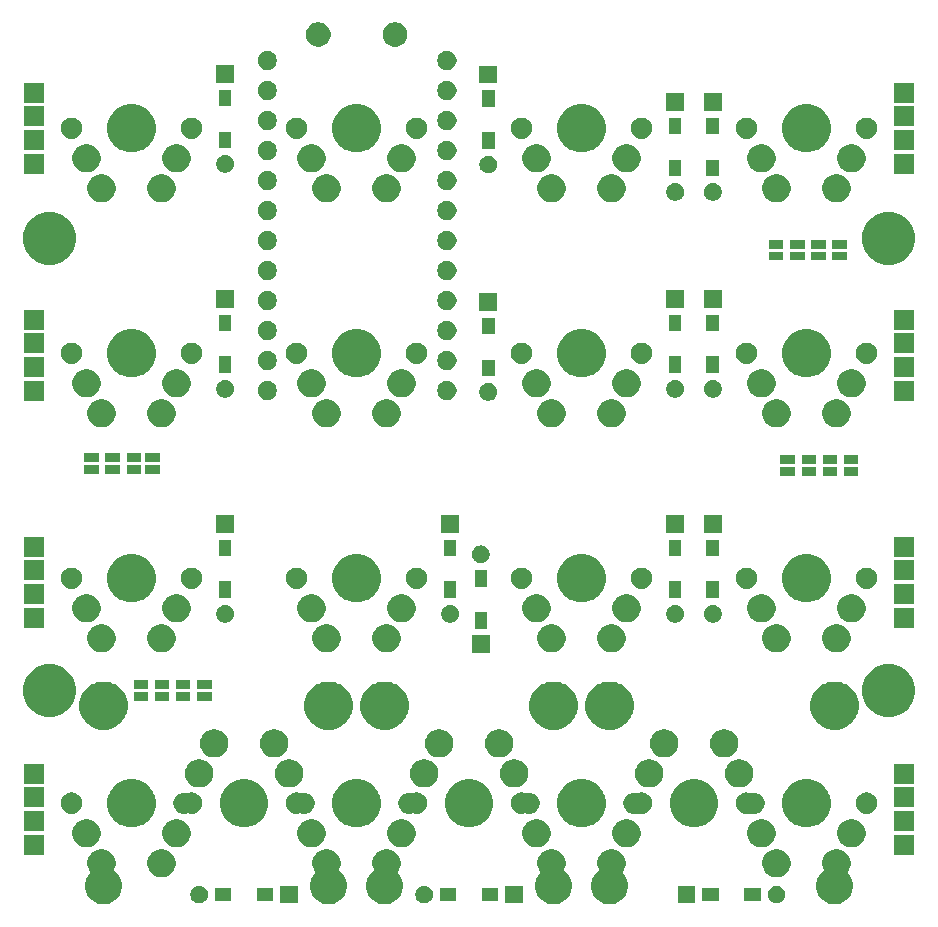
<source format=gbs>
G04 #@! TF.GenerationSoftware,KiCad,Pcbnew,5.1.4+dfsg1-1*
G04 #@! TF.CreationDate,2020-03-28T17:09:33+01:00*
G04 #@! TF.ProjectId,roni4x4ortho,726f6e69-3478-4346-9f72-74686f2e6b69,rev?*
G04 #@! TF.SameCoordinates,Original*
G04 #@! TF.FileFunction,Soldermask,Bot*
G04 #@! TF.FilePolarity,Negative*
%FSLAX46Y46*%
G04 Gerber Fmt 4.6, Leading zero omitted, Abs format (unit mm)*
G04 Created by KiCad (PCBNEW 5.1.4+dfsg1-1) date 2020-03-28 17:09:33*
%MOMM*%
%LPD*%
G04 APERTURE LIST*
%ADD10C,0.100000*%
G04 APERTURE END LIST*
D10*
G36*
X97814476Y-83301884D02*
G01*
X98031769Y-83391890D01*
X98031771Y-83391891D01*
X98227330Y-83522560D01*
X98393640Y-83688870D01*
X98524310Y-83884431D01*
X98614316Y-84101724D01*
X98660200Y-84332400D01*
X98660200Y-84567600D01*
X98614316Y-84798276D01*
X98549696Y-84954282D01*
X98542583Y-84977731D01*
X98540181Y-85002117D01*
X98542583Y-85026503D01*
X98549696Y-85049952D01*
X98561247Y-85071563D01*
X98576792Y-85090504D01*
X98595734Y-85106049D01*
X98641775Y-85136813D01*
X98641777Y-85136815D01*
X98641780Y-85136817D01*
X98861159Y-85356196D01*
X98962664Y-85508109D01*
X99033524Y-85614159D01*
X99152250Y-85900790D01*
X99212776Y-86205075D01*
X99212776Y-86515325D01*
X99152250Y-86819610D01*
X99033524Y-87106241D01*
X99033523Y-87106242D01*
X98861159Y-87364204D01*
X98641780Y-87583583D01*
X98472851Y-87696457D01*
X98383817Y-87755948D01*
X98215913Y-87825496D01*
X98097187Y-87874674D01*
X97792901Y-87935200D01*
X97482651Y-87935200D01*
X97330509Y-87904937D01*
X97178365Y-87874674D01*
X97059639Y-87825496D01*
X96891735Y-87755948D01*
X96802701Y-87696457D01*
X96633772Y-87583583D01*
X96414393Y-87364204D01*
X96242029Y-87106242D01*
X96242028Y-87106241D01*
X96123302Y-86819610D01*
X96062776Y-86515325D01*
X96062776Y-86205075D01*
X96123302Y-85900790D01*
X96242028Y-85614159D01*
X96312888Y-85508109D01*
X96414393Y-85356196D01*
X96474518Y-85296071D01*
X96490058Y-85277135D01*
X96501609Y-85255524D01*
X96508722Y-85232075D01*
X96511124Y-85207689D01*
X96508722Y-85183303D01*
X96501609Y-85159854D01*
X96490058Y-85138243D01*
X96431064Y-85049952D01*
X96408091Y-85015571D01*
X96382433Y-84953628D01*
X96318084Y-84798276D01*
X96272200Y-84567600D01*
X96272200Y-84332400D01*
X96318084Y-84101724D01*
X96408090Y-83884431D01*
X96538760Y-83688870D01*
X96705070Y-83522560D01*
X96900629Y-83391891D01*
X96900631Y-83391890D01*
X97117924Y-83301884D01*
X97348600Y-83256000D01*
X97583800Y-83256000D01*
X97814476Y-83301884D01*
X97814476Y-83301884D01*
G37*
G36*
X116863276Y-83301884D02*
G01*
X117080569Y-83391890D01*
X117080571Y-83391891D01*
X117276130Y-83522560D01*
X117442440Y-83688870D01*
X117573110Y-83884431D01*
X117663116Y-84101724D01*
X117709000Y-84332400D01*
X117709000Y-84567600D01*
X117665717Y-84785200D01*
X117663115Y-84798277D01*
X117598764Y-84953633D01*
X117591653Y-84977077D01*
X117589251Y-85001463D01*
X117591653Y-85025850D01*
X117598766Y-85049299D01*
X117610317Y-85070909D01*
X117625862Y-85089851D01*
X117644802Y-85105395D01*
X117691828Y-85136817D01*
X117911207Y-85356196D01*
X118012712Y-85508109D01*
X118083572Y-85614159D01*
X118202298Y-85900790D01*
X118262824Y-86205075D01*
X118262824Y-86515325D01*
X118202298Y-86819610D01*
X118083572Y-87106241D01*
X118083571Y-87106242D01*
X117911207Y-87364204D01*
X117691828Y-87583583D01*
X117522899Y-87696457D01*
X117433865Y-87755948D01*
X117265961Y-87825496D01*
X117147235Y-87874674D01*
X116842949Y-87935200D01*
X116532699Y-87935200D01*
X116380557Y-87904937D01*
X116228413Y-87874674D01*
X116109687Y-87825496D01*
X115941783Y-87755948D01*
X115852749Y-87696457D01*
X115683820Y-87583583D01*
X115464441Y-87364204D01*
X115292077Y-87106242D01*
X115292076Y-87106241D01*
X115173350Y-86819610D01*
X115112824Y-86515325D01*
X115112824Y-86205075D01*
X115173350Y-85900790D01*
X115292076Y-85614159D01*
X115362936Y-85508109D01*
X115464441Y-85356196D01*
X115523818Y-85296819D01*
X115539358Y-85277883D01*
X115550909Y-85256272D01*
X115558022Y-85232823D01*
X115560424Y-85208437D01*
X115558022Y-85184051D01*
X115550909Y-85160602D01*
X115539358Y-85138991D01*
X115522802Y-85114213D01*
X115456891Y-85015571D01*
X115431233Y-84953628D01*
X115366884Y-84798276D01*
X115321000Y-84567600D01*
X115321000Y-84332400D01*
X115366884Y-84101724D01*
X115456890Y-83884431D01*
X115587560Y-83688870D01*
X115753870Y-83522560D01*
X115949429Y-83391891D01*
X115949431Y-83391890D01*
X116166724Y-83301884D01*
X116397400Y-83256000D01*
X116632600Y-83256000D01*
X116863276Y-83301884D01*
X116863276Y-83301884D01*
G37*
G36*
X140992076Y-83301884D02*
G01*
X141209369Y-83391890D01*
X141209371Y-83391891D01*
X141404930Y-83522560D01*
X141571240Y-83688870D01*
X141701910Y-83884431D01*
X141791916Y-84101724D01*
X141837800Y-84332400D01*
X141837800Y-84567600D01*
X141791916Y-84798276D01*
X141727567Y-84953628D01*
X141701909Y-85015571D01*
X141626188Y-85128896D01*
X141614639Y-85150501D01*
X141607526Y-85173950D01*
X141605124Y-85198336D01*
X141607526Y-85222723D01*
X141614639Y-85246171D01*
X141626190Y-85267782D01*
X141641730Y-85286719D01*
X141711207Y-85356196D01*
X141812712Y-85508109D01*
X141883572Y-85614159D01*
X142002298Y-85900790D01*
X142062824Y-86205075D01*
X142062824Y-86515325D01*
X142002298Y-86819610D01*
X141883572Y-87106241D01*
X141883571Y-87106242D01*
X141711207Y-87364204D01*
X141491828Y-87583583D01*
X141322899Y-87696457D01*
X141233865Y-87755948D01*
X141065961Y-87825496D01*
X140947235Y-87874674D01*
X140642949Y-87935200D01*
X140332699Y-87935200D01*
X140180557Y-87904937D01*
X140028413Y-87874674D01*
X139909687Y-87825496D01*
X139741783Y-87755948D01*
X139652749Y-87696457D01*
X139483820Y-87583583D01*
X139264441Y-87364204D01*
X139092077Y-87106242D01*
X139092076Y-87106241D01*
X138973350Y-86819610D01*
X138912824Y-86515325D01*
X138912824Y-86205075D01*
X138973350Y-85900790D01*
X139092076Y-85614159D01*
X139162936Y-85508109D01*
X139264441Y-85356196D01*
X139483820Y-85136817D01*
X139483823Y-85136815D01*
X139483825Y-85136813D01*
X139517648Y-85114213D01*
X139536590Y-85098668D01*
X139552135Y-85079726D01*
X139563686Y-85058115D01*
X139570799Y-85034666D01*
X139573201Y-85010280D01*
X139570799Y-84985894D01*
X139563686Y-84962446D01*
X139563416Y-84961793D01*
X139515339Y-84845726D01*
X139495684Y-84798276D01*
X139449800Y-84567600D01*
X139449800Y-84332400D01*
X139495684Y-84101724D01*
X139585690Y-83884431D01*
X139716360Y-83688870D01*
X139882670Y-83522560D01*
X140078229Y-83391891D01*
X140078231Y-83391890D01*
X140295524Y-83301884D01*
X140526200Y-83256000D01*
X140761400Y-83256000D01*
X140992076Y-83301884D01*
X140992076Y-83301884D01*
G37*
G36*
X102894476Y-83301884D02*
G01*
X103111769Y-83391890D01*
X103111771Y-83391891D01*
X103307330Y-83522560D01*
X103473640Y-83688870D01*
X103604310Y-83884431D01*
X103694316Y-84101724D01*
X103740200Y-84332400D01*
X103740200Y-84567600D01*
X103694316Y-84798276D01*
X103604309Y-85015572D01*
X103527591Y-85130389D01*
X103516040Y-85151999D01*
X103508927Y-85175448D01*
X103506525Y-85199834D01*
X103508927Y-85224220D01*
X103516040Y-85247669D01*
X103527591Y-85269280D01*
X103543131Y-85288216D01*
X103611111Y-85356196D01*
X103712616Y-85508109D01*
X103783476Y-85614159D01*
X103902202Y-85900790D01*
X103962728Y-86205075D01*
X103962728Y-86515325D01*
X103902202Y-86819610D01*
X103783476Y-87106241D01*
X103783475Y-87106242D01*
X103611111Y-87364204D01*
X103391732Y-87583583D01*
X103222803Y-87696457D01*
X103133769Y-87755948D01*
X102965865Y-87825496D01*
X102847139Y-87874674D01*
X102542853Y-87935200D01*
X102232603Y-87935200D01*
X102080461Y-87904937D01*
X101928317Y-87874674D01*
X101809591Y-87825496D01*
X101641687Y-87755948D01*
X101552653Y-87696457D01*
X101383724Y-87583583D01*
X101164345Y-87364204D01*
X100991981Y-87106242D01*
X100991980Y-87106241D01*
X100873254Y-86819610D01*
X100812728Y-86515325D01*
X100812728Y-86205075D01*
X100873254Y-85900790D01*
X100991980Y-85614159D01*
X101062840Y-85508109D01*
X101164345Y-85356196D01*
X101383724Y-85136817D01*
X101419509Y-85112906D01*
X101438449Y-85097363D01*
X101453994Y-85078421D01*
X101465545Y-85056810D01*
X101472658Y-85033361D01*
X101475060Y-85008975D01*
X101472658Y-84984589D01*
X101465545Y-84961140D01*
X101398084Y-84798276D01*
X101352200Y-84567600D01*
X101352200Y-84332400D01*
X101398084Y-84101724D01*
X101488090Y-83884431D01*
X101618760Y-83688870D01*
X101785070Y-83522560D01*
X101980629Y-83391891D01*
X101980631Y-83391890D01*
X102197924Y-83301884D01*
X102428600Y-83256000D01*
X102663800Y-83256000D01*
X102894476Y-83301884D01*
X102894476Y-83301884D01*
G37*
G36*
X78765676Y-83301884D02*
G01*
X78982969Y-83391890D01*
X78982971Y-83391891D01*
X79178530Y-83522560D01*
X79344840Y-83688870D01*
X79475510Y-83884431D01*
X79565516Y-84101724D01*
X79611400Y-84332400D01*
X79611400Y-84567600D01*
X79565516Y-84798276D01*
X79500625Y-84954936D01*
X79493512Y-84978385D01*
X79491110Y-85002771D01*
X79493512Y-85027157D01*
X79500625Y-85050606D01*
X79512176Y-85072216D01*
X79527721Y-85091158D01*
X79546662Y-85106702D01*
X79591732Y-85136817D01*
X79811111Y-85356196D01*
X79912616Y-85508109D01*
X79983476Y-85614159D01*
X80102202Y-85900790D01*
X80162728Y-86205075D01*
X80162728Y-86515325D01*
X80102202Y-86819610D01*
X79983476Y-87106241D01*
X79983475Y-87106242D01*
X79811111Y-87364204D01*
X79591732Y-87583583D01*
X79422803Y-87696457D01*
X79333769Y-87755948D01*
X79165865Y-87825496D01*
X79047139Y-87874674D01*
X78894995Y-87904937D01*
X78742853Y-87935200D01*
X78432603Y-87935200D01*
X78280461Y-87904937D01*
X78128317Y-87874674D01*
X78009591Y-87825496D01*
X77841687Y-87755948D01*
X77752653Y-87696457D01*
X77583724Y-87583583D01*
X77364345Y-87364204D01*
X77191981Y-87106242D01*
X77191980Y-87106241D01*
X77073254Y-86819610D01*
X77012728Y-86515325D01*
X77012728Y-86205075D01*
X77073254Y-85900790D01*
X77191980Y-85614159D01*
X77262840Y-85508109D01*
X77364345Y-85356196D01*
X77425218Y-85295323D01*
X77440758Y-85276387D01*
X77452309Y-85254776D01*
X77459422Y-85231327D01*
X77461824Y-85206941D01*
X77459422Y-85182555D01*
X77452309Y-85159106D01*
X77440758Y-85137495D01*
X77382264Y-85049952D01*
X77359291Y-85015571D01*
X77333633Y-84953628D01*
X77269284Y-84798276D01*
X77223400Y-84567600D01*
X77223400Y-84332400D01*
X77269284Y-84101724D01*
X77359290Y-83884431D01*
X77489960Y-83688870D01*
X77656270Y-83522560D01*
X77851829Y-83391891D01*
X77851831Y-83391890D01*
X78069124Y-83301884D01*
X78299800Y-83256000D01*
X78535000Y-83256000D01*
X78765676Y-83301884D01*
X78765676Y-83301884D01*
G37*
G36*
X121943276Y-83301884D02*
G01*
X122160569Y-83391890D01*
X122160571Y-83391891D01*
X122356130Y-83522560D01*
X122522440Y-83688870D01*
X122653110Y-83884431D01*
X122743116Y-84101724D01*
X122789000Y-84332400D01*
X122789000Y-84567600D01*
X122743116Y-84798276D01*
X122653109Y-85015572D01*
X122576891Y-85129641D01*
X122565340Y-85151251D01*
X122558227Y-85174700D01*
X122555825Y-85199086D01*
X122558227Y-85223473D01*
X122565340Y-85246921D01*
X122576891Y-85268532D01*
X122592431Y-85287468D01*
X122661159Y-85356196D01*
X122762664Y-85508109D01*
X122833524Y-85614159D01*
X122952250Y-85900790D01*
X123012776Y-86205075D01*
X123012776Y-86515325D01*
X122952250Y-86819610D01*
X122833524Y-87106241D01*
X122833523Y-87106242D01*
X122661159Y-87364204D01*
X122441780Y-87583583D01*
X122272851Y-87696457D01*
X122183817Y-87755948D01*
X122015913Y-87825496D01*
X121897187Y-87874674D01*
X121592901Y-87935200D01*
X121282651Y-87935200D01*
X121130509Y-87904937D01*
X120978365Y-87874674D01*
X120859639Y-87825496D01*
X120691735Y-87755948D01*
X120602701Y-87696457D01*
X120433772Y-87583583D01*
X120214393Y-87364204D01*
X120042029Y-87106242D01*
X120042028Y-87106241D01*
X119923302Y-86819610D01*
X119862776Y-86515325D01*
X119862776Y-86205075D01*
X119923302Y-85900790D01*
X120042028Y-85614159D01*
X120112888Y-85508109D01*
X120214393Y-85356196D01*
X120433772Y-85136817D01*
X120443392Y-85130389D01*
X120468578Y-85113560D01*
X120487519Y-85098015D01*
X120503064Y-85079073D01*
X120514615Y-85057462D01*
X120521728Y-85034013D01*
X120524130Y-85009627D01*
X120521728Y-84985241D01*
X120514615Y-84961793D01*
X120446884Y-84798276D01*
X120401000Y-84567600D01*
X120401000Y-84332400D01*
X120446884Y-84101724D01*
X120536890Y-83884431D01*
X120667560Y-83688870D01*
X120833870Y-83522560D01*
X121029429Y-83391891D01*
X121029431Y-83391890D01*
X121246724Y-83301884D01*
X121477400Y-83256000D01*
X121712600Y-83256000D01*
X121943276Y-83301884D01*
X121943276Y-83301884D01*
G37*
G36*
X86772153Y-86368881D02*
G01*
X86896349Y-86393584D01*
X87032750Y-86450083D01*
X87155507Y-86532107D01*
X87259903Y-86636503D01*
X87341927Y-86759260D01*
X87398426Y-86895661D01*
X87427228Y-87040463D01*
X87427228Y-87188101D01*
X87398426Y-87332903D01*
X87341927Y-87469304D01*
X87259903Y-87592061D01*
X87155507Y-87696457D01*
X87032750Y-87778481D01*
X86896349Y-87834980D01*
X86772153Y-87859683D01*
X86751548Y-87863782D01*
X86603908Y-87863782D01*
X86583303Y-87859683D01*
X86459107Y-87834980D01*
X86322706Y-87778481D01*
X86199949Y-87696457D01*
X86095553Y-87592061D01*
X86013529Y-87469304D01*
X85957030Y-87332903D01*
X85928228Y-87188101D01*
X85928228Y-87040463D01*
X85957030Y-86895661D01*
X86013529Y-86759260D01*
X86095553Y-86636503D01*
X86199949Y-86532107D01*
X86322706Y-86450083D01*
X86459107Y-86393584D01*
X86583303Y-86368881D01*
X86603908Y-86364782D01*
X86751548Y-86364782D01*
X86772153Y-86368881D01*
X86772153Y-86368881D01*
G37*
G36*
X114097276Y-87863782D02*
G01*
X112598276Y-87863782D01*
X112598276Y-86364782D01*
X114097276Y-86364782D01*
X114097276Y-87863782D01*
X114097276Y-87863782D01*
G37*
G36*
X128702332Y-87863782D02*
G01*
X127203332Y-87863782D01*
X127203332Y-86364782D01*
X128702332Y-86364782D01*
X128702332Y-87863782D01*
X128702332Y-87863782D01*
G37*
G36*
X135667257Y-86368881D02*
G01*
X135791453Y-86393584D01*
X135927854Y-86450083D01*
X136050611Y-86532107D01*
X136155007Y-86636503D01*
X136237031Y-86759260D01*
X136293530Y-86895661D01*
X136322332Y-87040463D01*
X136322332Y-87188101D01*
X136293530Y-87332903D01*
X136237031Y-87469304D01*
X136155007Y-87592061D01*
X136050611Y-87696457D01*
X135927854Y-87778481D01*
X135791453Y-87834980D01*
X135667257Y-87859683D01*
X135646652Y-87863782D01*
X135499012Y-87863782D01*
X135478407Y-87859683D01*
X135354211Y-87834980D01*
X135217810Y-87778481D01*
X135095053Y-87696457D01*
X134990657Y-87592061D01*
X134908633Y-87469304D01*
X134852134Y-87332903D01*
X134823332Y-87188101D01*
X134823332Y-87040463D01*
X134852134Y-86895661D01*
X134908633Y-86759260D01*
X134990657Y-86636503D01*
X135095053Y-86532107D01*
X135217810Y-86450083D01*
X135354211Y-86393584D01*
X135478407Y-86368881D01*
X135499012Y-86364782D01*
X135646652Y-86364782D01*
X135667257Y-86368881D01*
X135667257Y-86368881D01*
G37*
G36*
X105822201Y-86368881D02*
G01*
X105946397Y-86393584D01*
X106082798Y-86450083D01*
X106205555Y-86532107D01*
X106309951Y-86636503D01*
X106391975Y-86759260D01*
X106448474Y-86895661D01*
X106477276Y-87040463D01*
X106477276Y-87188101D01*
X106448474Y-87332903D01*
X106391975Y-87469304D01*
X106309951Y-87592061D01*
X106205555Y-87696457D01*
X106082798Y-87778481D01*
X105946397Y-87834980D01*
X105822201Y-87859683D01*
X105801596Y-87863782D01*
X105653956Y-87863782D01*
X105633351Y-87859683D01*
X105509155Y-87834980D01*
X105372754Y-87778481D01*
X105249997Y-87696457D01*
X105145601Y-87592061D01*
X105063577Y-87469304D01*
X105007078Y-87332903D01*
X104978276Y-87188101D01*
X104978276Y-87040463D01*
X105007078Y-86895661D01*
X105063577Y-86759260D01*
X105145601Y-86636503D01*
X105249997Y-86532107D01*
X105372754Y-86450083D01*
X105509155Y-86393584D01*
X105633351Y-86368881D01*
X105653956Y-86364782D01*
X105801596Y-86364782D01*
X105822201Y-86368881D01*
X105822201Y-86368881D01*
G37*
G36*
X95047228Y-87863782D02*
G01*
X93548228Y-87863782D01*
X93548228Y-86364782D01*
X95047228Y-86364782D01*
X95047228Y-87863782D01*
X95047228Y-87863782D01*
G37*
G36*
X134238832Y-87640282D02*
G01*
X132836832Y-87640282D01*
X132836832Y-86588282D01*
X134238832Y-86588282D01*
X134238832Y-87640282D01*
X134238832Y-87640282D01*
G37*
G36*
X92963728Y-87640282D02*
G01*
X91561728Y-87640282D01*
X91561728Y-86588282D01*
X92963728Y-86588282D01*
X92963728Y-87640282D01*
X92963728Y-87640282D01*
G37*
G36*
X112013776Y-87640282D02*
G01*
X110611776Y-87640282D01*
X110611776Y-86588282D01*
X112013776Y-86588282D01*
X112013776Y-87640282D01*
X112013776Y-87640282D01*
G37*
G36*
X108463776Y-87640282D02*
G01*
X107061776Y-87640282D01*
X107061776Y-86588282D01*
X108463776Y-86588282D01*
X108463776Y-87640282D01*
X108463776Y-87640282D01*
G37*
G36*
X89413728Y-87640282D02*
G01*
X88011728Y-87640282D01*
X88011728Y-86588282D01*
X89413728Y-86588282D01*
X89413728Y-87640282D01*
X89413728Y-87640282D01*
G37*
G36*
X130688832Y-87640282D02*
G01*
X129286832Y-87640282D01*
X129286832Y-86588282D01*
X130688832Y-86588282D01*
X130688832Y-87640282D01*
X130688832Y-87640282D01*
G37*
G36*
X83845676Y-83301884D02*
G01*
X84062969Y-83391890D01*
X84062971Y-83391891D01*
X84258530Y-83522560D01*
X84424840Y-83688870D01*
X84555510Y-83884431D01*
X84645516Y-84101724D01*
X84691400Y-84332400D01*
X84691400Y-84567600D01*
X84645516Y-84798276D01*
X84581167Y-84953628D01*
X84555509Y-85015571D01*
X84424840Y-85211130D01*
X84258530Y-85377440D01*
X84062971Y-85508109D01*
X84062970Y-85508110D01*
X84062969Y-85508110D01*
X83845676Y-85598116D01*
X83615000Y-85644000D01*
X83379800Y-85644000D01*
X83149124Y-85598116D01*
X82931831Y-85508110D01*
X82931830Y-85508110D01*
X82931829Y-85508109D01*
X82736270Y-85377440D01*
X82569960Y-85211130D01*
X82439291Y-85015571D01*
X82413633Y-84953628D01*
X82349284Y-84798276D01*
X82303400Y-84567600D01*
X82303400Y-84332400D01*
X82349284Y-84101724D01*
X82439290Y-83884431D01*
X82569960Y-83688870D01*
X82736270Y-83522560D01*
X82931829Y-83391891D01*
X82931831Y-83391890D01*
X83149124Y-83301884D01*
X83379800Y-83256000D01*
X83615000Y-83256000D01*
X83845676Y-83301884D01*
X83845676Y-83301884D01*
G37*
G36*
X135912076Y-83301884D02*
G01*
X136129369Y-83391890D01*
X136129371Y-83391891D01*
X136324930Y-83522560D01*
X136491240Y-83688870D01*
X136621910Y-83884431D01*
X136711916Y-84101724D01*
X136757800Y-84332400D01*
X136757800Y-84567600D01*
X136711916Y-84798276D01*
X136647567Y-84953628D01*
X136621909Y-85015571D01*
X136491240Y-85211130D01*
X136324930Y-85377440D01*
X136129371Y-85508109D01*
X136129370Y-85508110D01*
X136129369Y-85508110D01*
X135912076Y-85598116D01*
X135681400Y-85644000D01*
X135446200Y-85644000D01*
X135215524Y-85598116D01*
X134998231Y-85508110D01*
X134998230Y-85508110D01*
X134998229Y-85508109D01*
X134802670Y-85377440D01*
X134636360Y-85211130D01*
X134505691Y-85015571D01*
X134480033Y-84953628D01*
X134415684Y-84798276D01*
X134369800Y-84567600D01*
X134369800Y-84332400D01*
X134415684Y-84101724D01*
X134505690Y-83884431D01*
X134636360Y-83688870D01*
X134802670Y-83522560D01*
X134998229Y-83391891D01*
X134998231Y-83391890D01*
X135215524Y-83301884D01*
X135446200Y-83256000D01*
X135681400Y-83256000D01*
X135912076Y-83301884D01*
X135912076Y-83301884D01*
G37*
G36*
X147199025Y-83728400D02*
G01*
X145497025Y-83728400D01*
X145497025Y-82026400D01*
X147199025Y-82026400D01*
X147199025Y-83728400D01*
X147199025Y-83728400D01*
G37*
G36*
X73583050Y-83728400D02*
G01*
X71881050Y-83728400D01*
X71881050Y-82026400D01*
X73583050Y-82026400D01*
X73583050Y-83728400D01*
X73583050Y-83728400D01*
G37*
G36*
X115593276Y-80761884D02*
G01*
X115810569Y-80851890D01*
X115810571Y-80851891D01*
X116006130Y-80982560D01*
X116172440Y-81148870D01*
X116301163Y-81341516D01*
X116303110Y-81344431D01*
X116393116Y-81561724D01*
X116439000Y-81792400D01*
X116439000Y-82027600D01*
X116393116Y-82258276D01*
X116303110Y-82475569D01*
X116303109Y-82475571D01*
X116172440Y-82671130D01*
X116006130Y-82837440D01*
X115810571Y-82968109D01*
X115810570Y-82968110D01*
X115810569Y-82968110D01*
X115593276Y-83058116D01*
X115362600Y-83104000D01*
X115127400Y-83104000D01*
X114896724Y-83058116D01*
X114679431Y-82968110D01*
X114679430Y-82968110D01*
X114679429Y-82968109D01*
X114483870Y-82837440D01*
X114317560Y-82671130D01*
X114186891Y-82475571D01*
X114186890Y-82475569D01*
X114096884Y-82258276D01*
X114051000Y-82027600D01*
X114051000Y-81792400D01*
X114096884Y-81561724D01*
X114186890Y-81344431D01*
X114188838Y-81341516D01*
X114317560Y-81148870D01*
X114483870Y-80982560D01*
X114679429Y-80851891D01*
X114679431Y-80851890D01*
X114896724Y-80761884D01*
X115127400Y-80716000D01*
X115362600Y-80716000D01*
X115593276Y-80761884D01*
X115593276Y-80761884D01*
G37*
G36*
X142262076Y-80761884D02*
G01*
X142479369Y-80851890D01*
X142479371Y-80851891D01*
X142674930Y-80982560D01*
X142841240Y-81148870D01*
X142969963Y-81341516D01*
X142971910Y-81344431D01*
X143061916Y-81561724D01*
X143107800Y-81792400D01*
X143107800Y-82027600D01*
X143061916Y-82258276D01*
X142971910Y-82475569D01*
X142971909Y-82475571D01*
X142841240Y-82671130D01*
X142674930Y-82837440D01*
X142479371Y-82968109D01*
X142479370Y-82968110D01*
X142479369Y-82968110D01*
X142262076Y-83058116D01*
X142031400Y-83104000D01*
X141796200Y-83104000D01*
X141565524Y-83058116D01*
X141348231Y-82968110D01*
X141348230Y-82968110D01*
X141348229Y-82968109D01*
X141152670Y-82837440D01*
X140986360Y-82671130D01*
X140855691Y-82475571D01*
X140855690Y-82475569D01*
X140765684Y-82258276D01*
X140719800Y-82027600D01*
X140719800Y-81792400D01*
X140765684Y-81561724D01*
X140855690Y-81344431D01*
X140857638Y-81341516D01*
X140986360Y-81148870D01*
X141152670Y-80982560D01*
X141348229Y-80851891D01*
X141348231Y-80851890D01*
X141565524Y-80761884D01*
X141796200Y-80716000D01*
X142031400Y-80716000D01*
X142262076Y-80761884D01*
X142262076Y-80761884D01*
G37*
G36*
X134642076Y-80761884D02*
G01*
X134859369Y-80851890D01*
X134859371Y-80851891D01*
X135054930Y-80982560D01*
X135221240Y-81148870D01*
X135349963Y-81341516D01*
X135351910Y-81344431D01*
X135441916Y-81561724D01*
X135487800Y-81792400D01*
X135487800Y-82027600D01*
X135441916Y-82258276D01*
X135351910Y-82475569D01*
X135351909Y-82475571D01*
X135221240Y-82671130D01*
X135054930Y-82837440D01*
X134859371Y-82968109D01*
X134859370Y-82968110D01*
X134859369Y-82968110D01*
X134642076Y-83058116D01*
X134411400Y-83104000D01*
X134176200Y-83104000D01*
X133945524Y-83058116D01*
X133728231Y-82968110D01*
X133728230Y-82968110D01*
X133728229Y-82968109D01*
X133532670Y-82837440D01*
X133366360Y-82671130D01*
X133235691Y-82475571D01*
X133235690Y-82475569D01*
X133145684Y-82258276D01*
X133099800Y-82027600D01*
X133099800Y-81792400D01*
X133145684Y-81561724D01*
X133235690Y-81344431D01*
X133237638Y-81341516D01*
X133366360Y-81148870D01*
X133532670Y-80982560D01*
X133728229Y-80851891D01*
X133728231Y-80851890D01*
X133945524Y-80761884D01*
X134176200Y-80716000D01*
X134411400Y-80716000D01*
X134642076Y-80761884D01*
X134642076Y-80761884D01*
G37*
G36*
X123213276Y-80761884D02*
G01*
X123430569Y-80851890D01*
X123430571Y-80851891D01*
X123626130Y-80982560D01*
X123792440Y-81148870D01*
X123921163Y-81341516D01*
X123923110Y-81344431D01*
X124013116Y-81561724D01*
X124059000Y-81792400D01*
X124059000Y-82027600D01*
X124013116Y-82258276D01*
X123923110Y-82475569D01*
X123923109Y-82475571D01*
X123792440Y-82671130D01*
X123626130Y-82837440D01*
X123430571Y-82968109D01*
X123430570Y-82968110D01*
X123430569Y-82968110D01*
X123213276Y-83058116D01*
X122982600Y-83104000D01*
X122747400Y-83104000D01*
X122516724Y-83058116D01*
X122299431Y-82968110D01*
X122299430Y-82968110D01*
X122299429Y-82968109D01*
X122103870Y-82837440D01*
X121937560Y-82671130D01*
X121806891Y-82475571D01*
X121806890Y-82475569D01*
X121716884Y-82258276D01*
X121671000Y-82027600D01*
X121671000Y-81792400D01*
X121716884Y-81561724D01*
X121806890Y-81344431D01*
X121808838Y-81341516D01*
X121937560Y-81148870D01*
X122103870Y-80982560D01*
X122299429Y-80851891D01*
X122299431Y-80851890D01*
X122516724Y-80761884D01*
X122747400Y-80716000D01*
X122982600Y-80716000D01*
X123213276Y-80761884D01*
X123213276Y-80761884D01*
G37*
G36*
X96544476Y-80761884D02*
G01*
X96761769Y-80851890D01*
X96761771Y-80851891D01*
X96957330Y-80982560D01*
X97123640Y-81148870D01*
X97252363Y-81341516D01*
X97254310Y-81344431D01*
X97344316Y-81561724D01*
X97390200Y-81792400D01*
X97390200Y-82027600D01*
X97344316Y-82258276D01*
X97254310Y-82475569D01*
X97254309Y-82475571D01*
X97123640Y-82671130D01*
X96957330Y-82837440D01*
X96761771Y-82968109D01*
X96761770Y-82968110D01*
X96761769Y-82968110D01*
X96544476Y-83058116D01*
X96313800Y-83104000D01*
X96078600Y-83104000D01*
X95847924Y-83058116D01*
X95630631Y-82968110D01*
X95630630Y-82968110D01*
X95630629Y-82968109D01*
X95435070Y-82837440D01*
X95268760Y-82671130D01*
X95138091Y-82475571D01*
X95138090Y-82475569D01*
X95048084Y-82258276D01*
X95002200Y-82027600D01*
X95002200Y-81792400D01*
X95048084Y-81561724D01*
X95138090Y-81344431D01*
X95140038Y-81341516D01*
X95268760Y-81148870D01*
X95435070Y-80982560D01*
X95630629Y-80851891D01*
X95630631Y-80851890D01*
X95847924Y-80761884D01*
X96078600Y-80716000D01*
X96313800Y-80716000D01*
X96544476Y-80761884D01*
X96544476Y-80761884D01*
G37*
G36*
X85115676Y-80761884D02*
G01*
X85332969Y-80851890D01*
X85332971Y-80851891D01*
X85528530Y-80982560D01*
X85694840Y-81148870D01*
X85823563Y-81341516D01*
X85825510Y-81344431D01*
X85915516Y-81561724D01*
X85961400Y-81792400D01*
X85961400Y-82027600D01*
X85915516Y-82258276D01*
X85825510Y-82475569D01*
X85825509Y-82475571D01*
X85694840Y-82671130D01*
X85528530Y-82837440D01*
X85332971Y-82968109D01*
X85332970Y-82968110D01*
X85332969Y-82968110D01*
X85115676Y-83058116D01*
X84885000Y-83104000D01*
X84649800Y-83104000D01*
X84419124Y-83058116D01*
X84201831Y-82968110D01*
X84201830Y-82968110D01*
X84201829Y-82968109D01*
X84006270Y-82837440D01*
X83839960Y-82671130D01*
X83709291Y-82475571D01*
X83709290Y-82475569D01*
X83619284Y-82258276D01*
X83573400Y-82027600D01*
X83573400Y-81792400D01*
X83619284Y-81561724D01*
X83709290Y-81344431D01*
X83711238Y-81341516D01*
X83839960Y-81148870D01*
X84006270Y-80982560D01*
X84201829Y-80851891D01*
X84201831Y-80851890D01*
X84419124Y-80761884D01*
X84649800Y-80716000D01*
X84885000Y-80716000D01*
X85115676Y-80761884D01*
X85115676Y-80761884D01*
G37*
G36*
X77495676Y-80761884D02*
G01*
X77712969Y-80851890D01*
X77712971Y-80851891D01*
X77908530Y-80982560D01*
X78074840Y-81148870D01*
X78203563Y-81341516D01*
X78205510Y-81344431D01*
X78295516Y-81561724D01*
X78341400Y-81792400D01*
X78341400Y-82027600D01*
X78295516Y-82258276D01*
X78205510Y-82475569D01*
X78205509Y-82475571D01*
X78074840Y-82671130D01*
X77908530Y-82837440D01*
X77712971Y-82968109D01*
X77712970Y-82968110D01*
X77712969Y-82968110D01*
X77495676Y-83058116D01*
X77265000Y-83104000D01*
X77029800Y-83104000D01*
X76799124Y-83058116D01*
X76581831Y-82968110D01*
X76581830Y-82968110D01*
X76581829Y-82968109D01*
X76386270Y-82837440D01*
X76219960Y-82671130D01*
X76089291Y-82475571D01*
X76089290Y-82475569D01*
X75999284Y-82258276D01*
X75953400Y-82027600D01*
X75953400Y-81792400D01*
X75999284Y-81561724D01*
X76089290Y-81344431D01*
X76091238Y-81341516D01*
X76219960Y-81148870D01*
X76386270Y-80982560D01*
X76581829Y-80851891D01*
X76581831Y-80851890D01*
X76799124Y-80761884D01*
X77029800Y-80716000D01*
X77265000Y-80716000D01*
X77495676Y-80761884D01*
X77495676Y-80761884D01*
G37*
G36*
X104164476Y-80761884D02*
G01*
X104381769Y-80851890D01*
X104381771Y-80851891D01*
X104577330Y-80982560D01*
X104743640Y-81148870D01*
X104872363Y-81341516D01*
X104874310Y-81344431D01*
X104964316Y-81561724D01*
X105010200Y-81792400D01*
X105010200Y-82027600D01*
X104964316Y-82258276D01*
X104874310Y-82475569D01*
X104874309Y-82475571D01*
X104743640Y-82671130D01*
X104577330Y-82837440D01*
X104381771Y-82968109D01*
X104381770Y-82968110D01*
X104381769Y-82968110D01*
X104164476Y-83058116D01*
X103933800Y-83104000D01*
X103698600Y-83104000D01*
X103467924Y-83058116D01*
X103250631Y-82968110D01*
X103250630Y-82968110D01*
X103250629Y-82968109D01*
X103055070Y-82837440D01*
X102888760Y-82671130D01*
X102758091Y-82475571D01*
X102758090Y-82475569D01*
X102668084Y-82258276D01*
X102622200Y-82027600D01*
X102622200Y-81792400D01*
X102668084Y-81561724D01*
X102758090Y-81344431D01*
X102760038Y-81341516D01*
X102888760Y-81148870D01*
X103055070Y-80982560D01*
X103250629Y-80851891D01*
X103250631Y-80851890D01*
X103467924Y-80761884D01*
X103698600Y-80716000D01*
X103933800Y-80716000D01*
X104164476Y-80761884D01*
X104164476Y-80761884D01*
G37*
G36*
X147199025Y-81728400D02*
G01*
X145497025Y-81728400D01*
X145497025Y-80026400D01*
X147199025Y-80026400D01*
X147199025Y-81728400D01*
X147199025Y-81728400D01*
G37*
G36*
X73583050Y-81728400D02*
G01*
X71881050Y-81728400D01*
X71881050Y-80026400D01*
X73583050Y-80026400D01*
X73583050Y-81728400D01*
X73583050Y-81728400D01*
G37*
G36*
X91084202Y-77408884D02*
G01*
X91302202Y-77499183D01*
X91456351Y-77563033D01*
X91791276Y-77786823D01*
X92076105Y-78071652D01*
X92299895Y-78406577D01*
X92345427Y-78516501D01*
X92454044Y-78778726D01*
X92532628Y-79173794D01*
X92532628Y-79576606D01*
X92454044Y-79971674D01*
X92372204Y-80169253D01*
X92299895Y-80343823D01*
X92076105Y-80678748D01*
X91791276Y-80963577D01*
X91456351Y-81187367D01*
X91302202Y-81251217D01*
X91084202Y-81341516D01*
X90689134Y-81420100D01*
X90286322Y-81420100D01*
X89891254Y-81341516D01*
X89673254Y-81251217D01*
X89519105Y-81187367D01*
X89184180Y-80963577D01*
X88899351Y-80678748D01*
X88675561Y-80343823D01*
X88603252Y-80169253D01*
X88521412Y-79971674D01*
X88442828Y-79576606D01*
X88442828Y-79173794D01*
X88521412Y-78778726D01*
X88630029Y-78516501D01*
X88675561Y-78406577D01*
X88899351Y-78071652D01*
X89184180Y-77786823D01*
X89519105Y-77563033D01*
X89673254Y-77499183D01*
X89891254Y-77408884D01*
X90286322Y-77330300D01*
X90689134Y-77330300D01*
X91084202Y-77408884D01*
X91084202Y-77408884D01*
G37*
G36*
X110134250Y-77408884D02*
G01*
X110352250Y-77499183D01*
X110506399Y-77563033D01*
X110841324Y-77786823D01*
X111126153Y-78071652D01*
X111349943Y-78406577D01*
X111395475Y-78516501D01*
X111504092Y-78778726D01*
X111582676Y-79173794D01*
X111582676Y-79576606D01*
X111504092Y-79971674D01*
X111422252Y-80169253D01*
X111349943Y-80343823D01*
X111126153Y-80678748D01*
X110841324Y-80963577D01*
X110506399Y-81187367D01*
X110352250Y-81251217D01*
X110134250Y-81341516D01*
X109739182Y-81420100D01*
X109336370Y-81420100D01*
X108941302Y-81341516D01*
X108723302Y-81251217D01*
X108569153Y-81187367D01*
X108234228Y-80963577D01*
X107949399Y-80678748D01*
X107725609Y-80343823D01*
X107653300Y-80169253D01*
X107571460Y-79971674D01*
X107492876Y-79576606D01*
X107492876Y-79173794D01*
X107571460Y-78778726D01*
X107680077Y-78516501D01*
X107725609Y-78406577D01*
X107949399Y-78071652D01*
X108234228Y-77786823D01*
X108569153Y-77563033D01*
X108723302Y-77499183D01*
X108941302Y-77408884D01*
X109336370Y-77330300D01*
X109739182Y-77330300D01*
X110134250Y-77408884D01*
X110134250Y-77408884D01*
G37*
G36*
X129184298Y-77408884D02*
G01*
X129402298Y-77499183D01*
X129556447Y-77563033D01*
X129891372Y-77786823D01*
X130176201Y-78071652D01*
X130399991Y-78406577D01*
X130445523Y-78516501D01*
X130554140Y-78778726D01*
X130632724Y-79173794D01*
X130632724Y-79576606D01*
X130554140Y-79971674D01*
X130472300Y-80169253D01*
X130399991Y-80343823D01*
X130176201Y-80678748D01*
X129891372Y-80963577D01*
X129556447Y-81187367D01*
X129402298Y-81251217D01*
X129184298Y-81341516D01*
X128789230Y-81420100D01*
X128386418Y-81420100D01*
X127991350Y-81341516D01*
X127773350Y-81251217D01*
X127619201Y-81187367D01*
X127284276Y-80963577D01*
X126999447Y-80678748D01*
X126775657Y-80343823D01*
X126703348Y-80169253D01*
X126621508Y-79971674D01*
X126542924Y-79576606D01*
X126542924Y-79173794D01*
X126621508Y-78778726D01*
X126730125Y-78516501D01*
X126775657Y-78406577D01*
X126999447Y-78071652D01*
X127284276Y-77786823D01*
X127619201Y-77563033D01*
X127773350Y-77499183D01*
X127991350Y-77408884D01*
X128386418Y-77330300D01*
X128789230Y-77330300D01*
X129184298Y-77408884D01*
X129184298Y-77408884D01*
G37*
G36*
X138700274Y-77403684D02*
G01*
X138918274Y-77493983D01*
X139072423Y-77557833D01*
X139407348Y-77781623D01*
X139692177Y-78066452D01*
X139915967Y-78401377D01*
X139964777Y-78519215D01*
X140070116Y-78773526D01*
X140148700Y-79168594D01*
X140148700Y-79571406D01*
X140070116Y-79966474D01*
X139986122Y-80169253D01*
X139915967Y-80338623D01*
X139692177Y-80673548D01*
X139407348Y-80958377D01*
X139072423Y-81182167D01*
X138918274Y-81246017D01*
X138700274Y-81336316D01*
X138305206Y-81414900D01*
X137902394Y-81414900D01*
X137507326Y-81336316D01*
X137289326Y-81246017D01*
X137135177Y-81182167D01*
X136800252Y-80958377D01*
X136515423Y-80673548D01*
X136291633Y-80338623D01*
X136221478Y-80169253D01*
X136137484Y-79966474D01*
X136058900Y-79571406D01*
X136058900Y-79168594D01*
X136137484Y-78773526D01*
X136242823Y-78519215D01*
X136291633Y-78401377D01*
X136515423Y-78066452D01*
X136800252Y-77781623D01*
X137135177Y-77557833D01*
X137289326Y-77493983D01*
X137507326Y-77403684D01*
X137902394Y-77325100D01*
X138305206Y-77325100D01*
X138700274Y-77403684D01*
X138700274Y-77403684D01*
G37*
G36*
X100602674Y-77403684D02*
G01*
X100820674Y-77493983D01*
X100974823Y-77557833D01*
X101309748Y-77781623D01*
X101594577Y-78066452D01*
X101818367Y-78401377D01*
X101867177Y-78519215D01*
X101972516Y-78773526D01*
X102051100Y-79168594D01*
X102051100Y-79571406D01*
X101972516Y-79966474D01*
X101888522Y-80169253D01*
X101818367Y-80338623D01*
X101594577Y-80673548D01*
X101309748Y-80958377D01*
X100974823Y-81182167D01*
X100820674Y-81246017D01*
X100602674Y-81336316D01*
X100207606Y-81414900D01*
X99804794Y-81414900D01*
X99409726Y-81336316D01*
X99191726Y-81246017D01*
X99037577Y-81182167D01*
X98702652Y-80958377D01*
X98417823Y-80673548D01*
X98194033Y-80338623D01*
X98123878Y-80169253D01*
X98039884Y-79966474D01*
X97961300Y-79571406D01*
X97961300Y-79168594D01*
X98039884Y-78773526D01*
X98145223Y-78519215D01*
X98194033Y-78401377D01*
X98417823Y-78066452D01*
X98702652Y-77781623D01*
X99037577Y-77557833D01*
X99191726Y-77493983D01*
X99409726Y-77403684D01*
X99804794Y-77325100D01*
X100207606Y-77325100D01*
X100602674Y-77403684D01*
X100602674Y-77403684D01*
G37*
G36*
X81553874Y-77403684D02*
G01*
X81771874Y-77493983D01*
X81926023Y-77557833D01*
X82260948Y-77781623D01*
X82545777Y-78066452D01*
X82769567Y-78401377D01*
X82818377Y-78519215D01*
X82923716Y-78773526D01*
X83002300Y-79168594D01*
X83002300Y-79571406D01*
X82923716Y-79966474D01*
X82839722Y-80169253D01*
X82769567Y-80338623D01*
X82545777Y-80673548D01*
X82260948Y-80958377D01*
X81926023Y-81182167D01*
X81771874Y-81246017D01*
X81553874Y-81336316D01*
X81158806Y-81414900D01*
X80755994Y-81414900D01*
X80360926Y-81336316D01*
X80142926Y-81246017D01*
X79988777Y-81182167D01*
X79653852Y-80958377D01*
X79369023Y-80673548D01*
X79145233Y-80338623D01*
X79075078Y-80169253D01*
X78991084Y-79966474D01*
X78912500Y-79571406D01*
X78912500Y-79168594D01*
X78991084Y-78773526D01*
X79096423Y-78519215D01*
X79145233Y-78401377D01*
X79369023Y-78066452D01*
X79653852Y-77781623D01*
X79988777Y-77557833D01*
X80142926Y-77493983D01*
X80360926Y-77403684D01*
X80755994Y-77325100D01*
X81158806Y-77325100D01*
X81553874Y-77403684D01*
X81553874Y-77403684D01*
G37*
G36*
X119651474Y-77403684D02*
G01*
X119869474Y-77493983D01*
X120023623Y-77557833D01*
X120358548Y-77781623D01*
X120643377Y-78066452D01*
X120867167Y-78401377D01*
X120915977Y-78519215D01*
X121021316Y-78773526D01*
X121099900Y-79168594D01*
X121099900Y-79571406D01*
X121021316Y-79966474D01*
X120937322Y-80169253D01*
X120867167Y-80338623D01*
X120643377Y-80673548D01*
X120358548Y-80958377D01*
X120023623Y-81182167D01*
X119869474Y-81246017D01*
X119651474Y-81336316D01*
X119256406Y-81414900D01*
X118853594Y-81414900D01*
X118458526Y-81336316D01*
X118240526Y-81246017D01*
X118086377Y-81182167D01*
X117751452Y-80958377D01*
X117466623Y-80673548D01*
X117242833Y-80338623D01*
X117172678Y-80169253D01*
X117088684Y-79966474D01*
X117010100Y-79571406D01*
X117010100Y-79168594D01*
X117088684Y-78773526D01*
X117194023Y-78519215D01*
X117242833Y-78401377D01*
X117466623Y-78066452D01*
X117751452Y-77781623D01*
X118086377Y-77557833D01*
X118240526Y-77493983D01*
X118458526Y-77403684D01*
X118853594Y-77325100D01*
X119256406Y-77325100D01*
X119651474Y-77403684D01*
X119651474Y-77403684D01*
G37*
G36*
X124310952Y-78485430D02*
G01*
X124398075Y-78502759D01*
X124507498Y-78548084D01*
X124562211Y-78570747D01*
X124708933Y-78668783D01*
X124709928Y-78669448D01*
X124835552Y-78795072D01*
X124835554Y-78795075D01*
X124934253Y-78942789D01*
X124934253Y-78942790D01*
X125002241Y-79106925D01*
X125014507Y-79168594D01*
X125036900Y-79281169D01*
X125036900Y-79458831D01*
X125019570Y-79545952D01*
X125002241Y-79633075D01*
X124962755Y-79728400D01*
X124934253Y-79797211D01*
X124930779Y-79802410D01*
X124835552Y-79944928D01*
X124709928Y-80070552D01*
X124709925Y-80070554D01*
X124562211Y-80169253D01*
X124507498Y-80191916D01*
X124398075Y-80237241D01*
X124310952Y-80254570D01*
X124223831Y-80271900D01*
X124046169Y-80271900D01*
X123953092Y-80253386D01*
X123871925Y-80237241D01*
X123871923Y-80237240D01*
X123868111Y-80236482D01*
X123852076Y-80231618D01*
X123827690Y-80229216D01*
X123803304Y-80231618D01*
X123779860Y-80238729D01*
X123770899Y-80242441D01*
X123683776Y-80259771D01*
X123596655Y-80277100D01*
X123418993Y-80277100D01*
X123331872Y-80259771D01*
X123244749Y-80242441D01*
X123135326Y-80197116D01*
X123080613Y-80174453D01*
X122932899Y-80075754D01*
X122932896Y-80075752D01*
X122807272Y-79950128D01*
X122806607Y-79949133D01*
X122708571Y-79802411D01*
X122677915Y-79728400D01*
X122640583Y-79638275D01*
X122605924Y-79464029D01*
X122605924Y-79286371D01*
X122606959Y-79281169D01*
X122640583Y-79112127D01*
X122640583Y-79112125D01*
X122708571Y-78947990D01*
X122708571Y-78947989D01*
X122807270Y-78800275D01*
X122807272Y-78800272D01*
X122932896Y-78674648D01*
X122940681Y-78669446D01*
X123080613Y-78575947D01*
X123135326Y-78553284D01*
X123244749Y-78507959D01*
X123331872Y-78490630D01*
X123418993Y-78473300D01*
X123596655Y-78473300D01*
X123689732Y-78491814D01*
X123770899Y-78507959D01*
X123770901Y-78507960D01*
X123774713Y-78508718D01*
X123790748Y-78513582D01*
X123815134Y-78515984D01*
X123839520Y-78513582D01*
X123862964Y-78506471D01*
X123871925Y-78502759D01*
X123959048Y-78485430D01*
X124046169Y-78468100D01*
X124223831Y-78468100D01*
X124310952Y-78485430D01*
X124310952Y-78485430D01*
G37*
G36*
X133170448Y-78479601D02*
G01*
X133286875Y-78502759D01*
X133299429Y-78507959D01*
X133304255Y-78509958D01*
X133327704Y-78517071D01*
X133352090Y-78519473D01*
X133376476Y-78517071D01*
X133399917Y-78509961D01*
X133404749Y-78507959D01*
X133491872Y-78490630D01*
X133578993Y-78473300D01*
X133756655Y-78473300D01*
X133843776Y-78490630D01*
X133930899Y-78507959D01*
X134040322Y-78553284D01*
X134095035Y-78575947D01*
X134234967Y-78669446D01*
X134242752Y-78674648D01*
X134368376Y-78800272D01*
X134368378Y-78800275D01*
X134467077Y-78947989D01*
X134467077Y-78947990D01*
X134535065Y-79112125D01*
X134535065Y-79112127D01*
X134568690Y-79281169D01*
X134569724Y-79286371D01*
X134569724Y-79464029D01*
X134535065Y-79638275D01*
X134497733Y-79728400D01*
X134467077Y-79802411D01*
X134369041Y-79949133D01*
X134368376Y-79950128D01*
X134242752Y-80075752D01*
X134242749Y-80075754D01*
X134095035Y-80174453D01*
X134040322Y-80197116D01*
X133930899Y-80242441D01*
X133843776Y-80259770D01*
X133756655Y-80277100D01*
X133578993Y-80277100D01*
X133521176Y-80265599D01*
X133404749Y-80242441D01*
X133388615Y-80235758D01*
X133387369Y-80235242D01*
X133363920Y-80228129D01*
X133339534Y-80225727D01*
X133315148Y-80228129D01*
X133291707Y-80235239D01*
X133286875Y-80237241D01*
X133199752Y-80254570D01*
X133112631Y-80271900D01*
X132934969Y-80271900D01*
X132847848Y-80254570D01*
X132760725Y-80237241D01*
X132651302Y-80191916D01*
X132596589Y-80169253D01*
X132448875Y-80070554D01*
X132448872Y-80070552D01*
X132323248Y-79944928D01*
X132228021Y-79802410D01*
X132224547Y-79797211D01*
X132196045Y-79728400D01*
X132156559Y-79633075D01*
X132139229Y-79545952D01*
X132121900Y-79458831D01*
X132121900Y-79281169D01*
X132144293Y-79168594D01*
X132156559Y-79106925D01*
X132224547Y-78942790D01*
X132224547Y-78942789D01*
X132323246Y-78795075D01*
X132323248Y-78795072D01*
X132448872Y-78669448D01*
X132449867Y-78668783D01*
X132596589Y-78570747D01*
X132651302Y-78548084D01*
X132760725Y-78502759D01*
X132847848Y-78485430D01*
X132934969Y-78468100D01*
X133112631Y-78468100D01*
X133170448Y-78479601D01*
X133170448Y-78479601D01*
G37*
G36*
X105262152Y-78485430D02*
G01*
X105349275Y-78502759D01*
X105458698Y-78548084D01*
X105513411Y-78570747D01*
X105660133Y-78668783D01*
X105661128Y-78669448D01*
X105786752Y-78795072D01*
X105786754Y-78795075D01*
X105885453Y-78942789D01*
X105885453Y-78942790D01*
X105953441Y-79106925D01*
X105965707Y-79168594D01*
X105988100Y-79281169D01*
X105988100Y-79458831D01*
X105970771Y-79545952D01*
X105953441Y-79633075D01*
X105913955Y-79728400D01*
X105885453Y-79797211D01*
X105881979Y-79802410D01*
X105786752Y-79944928D01*
X105661128Y-80070552D01*
X105661125Y-80070554D01*
X105513411Y-80169253D01*
X105458698Y-80191916D01*
X105349275Y-80237241D01*
X105262152Y-80254570D01*
X105175031Y-80271900D01*
X104997369Y-80271900D01*
X104819968Y-80236613D01*
X104802646Y-80231359D01*
X104778260Y-80228958D01*
X104753874Y-80231361D01*
X104730435Y-80238471D01*
X104720851Y-80242441D01*
X104662769Y-80253994D01*
X104546607Y-80277100D01*
X104368945Y-80277100D01*
X104281824Y-80259771D01*
X104194701Y-80242441D01*
X104085278Y-80197116D01*
X104030565Y-80174453D01*
X103882851Y-80075754D01*
X103882848Y-80075752D01*
X103757224Y-79950128D01*
X103756559Y-79949133D01*
X103658523Y-79802411D01*
X103627867Y-79728400D01*
X103590535Y-79638275D01*
X103555876Y-79464029D01*
X103555876Y-79286371D01*
X103556911Y-79281169D01*
X103590535Y-79112127D01*
X103590535Y-79112125D01*
X103658523Y-78947990D01*
X103658523Y-78947989D01*
X103757222Y-78800275D01*
X103757224Y-78800272D01*
X103882848Y-78674648D01*
X103890633Y-78669446D01*
X104030565Y-78575947D01*
X104085278Y-78553284D01*
X104194701Y-78507959D01*
X104281824Y-78490630D01*
X104368945Y-78473300D01*
X104546607Y-78473300D01*
X104724008Y-78508587D01*
X104741330Y-78513841D01*
X104765716Y-78516242D01*
X104790102Y-78513839D01*
X104813541Y-78506729D01*
X104823125Y-78502759D01*
X104881207Y-78491206D01*
X104997369Y-78468100D01*
X105175031Y-78468100D01*
X105262152Y-78485430D01*
X105262152Y-78485430D01*
G37*
G36*
X114121911Y-78479653D02*
G01*
X114238075Y-78502759D01*
X114254839Y-78509703D01*
X114278278Y-78516813D01*
X114302664Y-78519215D01*
X114327050Y-78516813D01*
X114350499Y-78509700D01*
X114354701Y-78507959D01*
X114362192Y-78506469D01*
X114528945Y-78473300D01*
X114706607Y-78473300D01*
X114793728Y-78490630D01*
X114880851Y-78507959D01*
X114990274Y-78553284D01*
X115044987Y-78575947D01*
X115184919Y-78669446D01*
X115192704Y-78674648D01*
X115318328Y-78800272D01*
X115318330Y-78800275D01*
X115417029Y-78947989D01*
X115417029Y-78947990D01*
X115485017Y-79112125D01*
X115485017Y-79112127D01*
X115518642Y-79281169D01*
X115519676Y-79286371D01*
X115519676Y-79464029D01*
X115485017Y-79638275D01*
X115447685Y-79728400D01*
X115417029Y-79802411D01*
X115318993Y-79949133D01*
X115318328Y-79950128D01*
X115192704Y-80075752D01*
X115192701Y-80075754D01*
X115044987Y-80174453D01*
X114990274Y-80197116D01*
X114880851Y-80242441D01*
X114793728Y-80259771D01*
X114706607Y-80277100D01*
X114528945Y-80277100D01*
X114470865Y-80265547D01*
X114354701Y-80242441D01*
X114337937Y-80235497D01*
X114314498Y-80228387D01*
X114290112Y-80225985D01*
X114265726Y-80228387D01*
X114242277Y-80235500D01*
X114241655Y-80235758D01*
X114238075Y-80237241D01*
X114063831Y-80271900D01*
X113886169Y-80271900D01*
X113799048Y-80254570D01*
X113711925Y-80237241D01*
X113602502Y-80191916D01*
X113547789Y-80169253D01*
X113400075Y-80070554D01*
X113400072Y-80070552D01*
X113274448Y-79944928D01*
X113179221Y-79802410D01*
X113175747Y-79797211D01*
X113147245Y-79728400D01*
X113107759Y-79633075D01*
X113090429Y-79545952D01*
X113073100Y-79458831D01*
X113073100Y-79281169D01*
X113095493Y-79168594D01*
X113107759Y-79106925D01*
X113175747Y-78942790D01*
X113175747Y-78942789D01*
X113274446Y-78795075D01*
X113274448Y-78795072D01*
X113400072Y-78669448D01*
X113401067Y-78668783D01*
X113547789Y-78570747D01*
X113602502Y-78548084D01*
X113711925Y-78502759D01*
X113799048Y-78485430D01*
X113886169Y-78468100D01*
X114063831Y-78468100D01*
X114121911Y-78479653D01*
X114121911Y-78479653D01*
G37*
G36*
X86213352Y-78485430D02*
G01*
X86300475Y-78502759D01*
X86409898Y-78548084D01*
X86464611Y-78570747D01*
X86611333Y-78668783D01*
X86612328Y-78669448D01*
X86737952Y-78795072D01*
X86737954Y-78795075D01*
X86836653Y-78942789D01*
X86836653Y-78942790D01*
X86904641Y-79106925D01*
X86916907Y-79168594D01*
X86939300Y-79281169D01*
X86939300Y-79458831D01*
X86921971Y-79545952D01*
X86904641Y-79633075D01*
X86865155Y-79728400D01*
X86836653Y-79797211D01*
X86833179Y-79802410D01*
X86737952Y-79944928D01*
X86612328Y-80070552D01*
X86612325Y-80070554D01*
X86464611Y-80169253D01*
X86409898Y-80191916D01*
X86300475Y-80237241D01*
X86213352Y-80254570D01*
X86126231Y-80271900D01*
X85948569Y-80271900D01*
X85779217Y-80238214D01*
X85774325Y-80237241D01*
X85774324Y-80237241D01*
X85771832Y-80236745D01*
X85753229Y-80231101D01*
X85728843Y-80228699D01*
X85704456Y-80231101D01*
X85681015Y-80238211D01*
X85670803Y-80242441D01*
X85554639Y-80265547D01*
X85496559Y-80277100D01*
X85318897Y-80277100D01*
X85231776Y-80259771D01*
X85144653Y-80242441D01*
X85035230Y-80197116D01*
X84980517Y-80174453D01*
X84832803Y-80075754D01*
X84832800Y-80075752D01*
X84707176Y-79950128D01*
X84706511Y-79949133D01*
X84608475Y-79802411D01*
X84577819Y-79728400D01*
X84540487Y-79638275D01*
X84505828Y-79464029D01*
X84505828Y-79286371D01*
X84506863Y-79281169D01*
X84540487Y-79112127D01*
X84540487Y-79112125D01*
X84608475Y-78947990D01*
X84608475Y-78947989D01*
X84707174Y-78800275D01*
X84707176Y-78800272D01*
X84832800Y-78674648D01*
X84840585Y-78669446D01*
X84980517Y-78575947D01*
X85035230Y-78553284D01*
X85144653Y-78507959D01*
X85231776Y-78490630D01*
X85318897Y-78473300D01*
X85496559Y-78473300D01*
X85632009Y-78500243D01*
X85670803Y-78507959D01*
X85670804Y-78507959D01*
X85673296Y-78508455D01*
X85691899Y-78514099D01*
X85716285Y-78516501D01*
X85740672Y-78514099D01*
X85764113Y-78506989D01*
X85774325Y-78502759D01*
X85890489Y-78479653D01*
X85948569Y-78468100D01*
X86126231Y-78468100D01*
X86213352Y-78485430D01*
X86213352Y-78485430D01*
G37*
G36*
X95073111Y-78479653D02*
G01*
X95189275Y-78502759D01*
X95205414Y-78509444D01*
X95228856Y-78516554D01*
X95253242Y-78518956D01*
X95277628Y-78516554D01*
X95301069Y-78509443D01*
X95304653Y-78507959D01*
X95362735Y-78496406D01*
X95478897Y-78473300D01*
X95656559Y-78473300D01*
X95743680Y-78490630D01*
X95830803Y-78507959D01*
X95940226Y-78553284D01*
X95994939Y-78575947D01*
X96134871Y-78669446D01*
X96142656Y-78674648D01*
X96268280Y-78800272D01*
X96268282Y-78800275D01*
X96366981Y-78947989D01*
X96366981Y-78947990D01*
X96434969Y-79112125D01*
X96434969Y-79112127D01*
X96468594Y-79281169D01*
X96469628Y-79286371D01*
X96469628Y-79464029D01*
X96434969Y-79638275D01*
X96397637Y-79728400D01*
X96366981Y-79802411D01*
X96268945Y-79949133D01*
X96268280Y-79950128D01*
X96142656Y-80075752D01*
X96142653Y-80075754D01*
X95994939Y-80174453D01*
X95940226Y-80197116D01*
X95830803Y-80242441D01*
X95743680Y-80259771D01*
X95656559Y-80277100D01*
X95478897Y-80277100D01*
X95420817Y-80265547D01*
X95304653Y-80242441D01*
X95288514Y-80235756D01*
X95265072Y-80228646D01*
X95240686Y-80226244D01*
X95216300Y-80228646D01*
X95192859Y-80235757D01*
X95189275Y-80237241D01*
X95163137Y-80242440D01*
X95015031Y-80271900D01*
X94837369Y-80271900D01*
X94750248Y-80254570D01*
X94663125Y-80237241D01*
X94553702Y-80191916D01*
X94498989Y-80169253D01*
X94351275Y-80070554D01*
X94351272Y-80070552D01*
X94225648Y-79944928D01*
X94130421Y-79802410D01*
X94126947Y-79797211D01*
X94098445Y-79728400D01*
X94058959Y-79633075D01*
X94041629Y-79545952D01*
X94024300Y-79458831D01*
X94024300Y-79281169D01*
X94046693Y-79168594D01*
X94058959Y-79106925D01*
X94126947Y-78942790D01*
X94126947Y-78942789D01*
X94225646Y-78795075D01*
X94225648Y-78795072D01*
X94351272Y-78669448D01*
X94352267Y-78668783D01*
X94498989Y-78570747D01*
X94553702Y-78548084D01*
X94663125Y-78502759D01*
X94750248Y-78485430D01*
X94837369Y-78468100D01*
X95015031Y-78468100D01*
X95073111Y-78479653D01*
X95073111Y-78479653D01*
G37*
G36*
X143359752Y-78485430D02*
G01*
X143446875Y-78502759D01*
X143556298Y-78548084D01*
X143611011Y-78570747D01*
X143757733Y-78668783D01*
X143758728Y-78669448D01*
X143884352Y-78795072D01*
X143884354Y-78795075D01*
X143983053Y-78942789D01*
X143983053Y-78942790D01*
X144051041Y-79106925D01*
X144063307Y-79168594D01*
X144085700Y-79281169D01*
X144085700Y-79458831D01*
X144068370Y-79545952D01*
X144051041Y-79633075D01*
X144011555Y-79728400D01*
X143983053Y-79797211D01*
X143979579Y-79802410D01*
X143884352Y-79944928D01*
X143758728Y-80070552D01*
X143758725Y-80070554D01*
X143611011Y-80169253D01*
X143556298Y-80191916D01*
X143446875Y-80237241D01*
X143359752Y-80254570D01*
X143272631Y-80271900D01*
X143094969Y-80271900D01*
X143007848Y-80254570D01*
X142920725Y-80237241D01*
X142811302Y-80191916D01*
X142756589Y-80169253D01*
X142608875Y-80070554D01*
X142608872Y-80070552D01*
X142483248Y-79944928D01*
X142388021Y-79802410D01*
X142384547Y-79797211D01*
X142356045Y-79728400D01*
X142316559Y-79633075D01*
X142299229Y-79545952D01*
X142281900Y-79458831D01*
X142281900Y-79281169D01*
X142304293Y-79168594D01*
X142316559Y-79106925D01*
X142384547Y-78942790D01*
X142384547Y-78942789D01*
X142483246Y-78795075D01*
X142483248Y-78795072D01*
X142608872Y-78669448D01*
X142609867Y-78668783D01*
X142756589Y-78570747D01*
X142811302Y-78548084D01*
X142920725Y-78502759D01*
X143007848Y-78485430D01*
X143094969Y-78468100D01*
X143272631Y-78468100D01*
X143359752Y-78485430D01*
X143359752Y-78485430D01*
G37*
G36*
X76053352Y-78485430D02*
G01*
X76140475Y-78502759D01*
X76249898Y-78548084D01*
X76304611Y-78570747D01*
X76451333Y-78668783D01*
X76452328Y-78669448D01*
X76577952Y-78795072D01*
X76577954Y-78795075D01*
X76676653Y-78942789D01*
X76676653Y-78942790D01*
X76744641Y-79106925D01*
X76756907Y-79168594D01*
X76779300Y-79281169D01*
X76779300Y-79458831D01*
X76761971Y-79545952D01*
X76744641Y-79633075D01*
X76705155Y-79728400D01*
X76676653Y-79797211D01*
X76673179Y-79802410D01*
X76577952Y-79944928D01*
X76452328Y-80070552D01*
X76452325Y-80070554D01*
X76304611Y-80169253D01*
X76249898Y-80191916D01*
X76140475Y-80237241D01*
X76053352Y-80254570D01*
X75966231Y-80271900D01*
X75788569Y-80271900D01*
X75701448Y-80254570D01*
X75614325Y-80237241D01*
X75504902Y-80191916D01*
X75450189Y-80169253D01*
X75302475Y-80070554D01*
X75302472Y-80070552D01*
X75176848Y-79944928D01*
X75081621Y-79802410D01*
X75078147Y-79797211D01*
X75049645Y-79728400D01*
X75010159Y-79633075D01*
X74992829Y-79545952D01*
X74975500Y-79458831D01*
X74975500Y-79281169D01*
X74997893Y-79168594D01*
X75010159Y-79106925D01*
X75078147Y-78942790D01*
X75078147Y-78942789D01*
X75176846Y-78795075D01*
X75176848Y-78795072D01*
X75302472Y-78669448D01*
X75303467Y-78668783D01*
X75450189Y-78570747D01*
X75504902Y-78548084D01*
X75614325Y-78502759D01*
X75701448Y-78485430D01*
X75788569Y-78468100D01*
X75966231Y-78468100D01*
X76053352Y-78485430D01*
X76053352Y-78485430D01*
G37*
G36*
X73583050Y-79728400D02*
G01*
X71881050Y-79728400D01*
X71881050Y-78026400D01*
X73583050Y-78026400D01*
X73583050Y-79728400D01*
X73583050Y-79728400D01*
G37*
G36*
X147199025Y-79728400D02*
G01*
X145497025Y-79728400D01*
X145497025Y-78026400D01*
X147199025Y-78026400D01*
X147199025Y-79728400D01*
X147199025Y-79728400D01*
G37*
G36*
X125126100Y-75687084D02*
G01*
X125343393Y-75777090D01*
X125343395Y-75777091D01*
X125538954Y-75907760D01*
X125705264Y-76074070D01*
X125835934Y-76269631D01*
X125925940Y-76486924D01*
X125971824Y-76717600D01*
X125971824Y-76952800D01*
X125925940Y-77183476D01*
X125867277Y-77325100D01*
X125835933Y-77400771D01*
X125705264Y-77596330D01*
X125538954Y-77762640D01*
X125343395Y-77893309D01*
X125343394Y-77893310D01*
X125343393Y-77893310D01*
X125126100Y-77983316D01*
X124895424Y-78029200D01*
X124660224Y-78029200D01*
X124429548Y-77983316D01*
X124212255Y-77893310D01*
X124212254Y-77893310D01*
X124212253Y-77893309D01*
X124016694Y-77762640D01*
X123850384Y-77596330D01*
X123719715Y-77400771D01*
X123688371Y-77325100D01*
X123629708Y-77183476D01*
X123583824Y-76952800D01*
X123583824Y-76717600D01*
X123629708Y-76486924D01*
X123719714Y-76269631D01*
X123850384Y-76074070D01*
X124016694Y-75907760D01*
X124212253Y-75777091D01*
X124212255Y-75777090D01*
X124429548Y-75687084D01*
X124660224Y-75641200D01*
X124895424Y-75641200D01*
X125126100Y-75687084D01*
X125126100Y-75687084D01*
G37*
G36*
X132746100Y-75687084D02*
G01*
X132963393Y-75777090D01*
X132963395Y-75777091D01*
X133158954Y-75907760D01*
X133325264Y-76074070D01*
X133455934Y-76269631D01*
X133545940Y-76486924D01*
X133591824Y-76717600D01*
X133591824Y-76952800D01*
X133545940Y-77183476D01*
X133487277Y-77325100D01*
X133455933Y-77400771D01*
X133325264Y-77596330D01*
X133158954Y-77762640D01*
X132963395Y-77893309D01*
X132963394Y-77893310D01*
X132963393Y-77893310D01*
X132746100Y-77983316D01*
X132515424Y-78029200D01*
X132280224Y-78029200D01*
X132049548Y-77983316D01*
X131832255Y-77893310D01*
X131832254Y-77893310D01*
X131832253Y-77893309D01*
X131636694Y-77762640D01*
X131470384Y-77596330D01*
X131339715Y-77400771D01*
X131308371Y-77325100D01*
X131249708Y-77183476D01*
X131203824Y-76952800D01*
X131203824Y-76717600D01*
X131249708Y-76486924D01*
X131339714Y-76269631D01*
X131470384Y-76074070D01*
X131636694Y-75907760D01*
X131832253Y-75777091D01*
X131832255Y-75777090D01*
X132049548Y-75687084D01*
X132280224Y-75641200D01*
X132515424Y-75641200D01*
X132746100Y-75687084D01*
X132746100Y-75687084D01*
G37*
G36*
X113696052Y-75687084D02*
G01*
X113913345Y-75777090D01*
X113913347Y-75777091D01*
X114108906Y-75907760D01*
X114275216Y-76074070D01*
X114405886Y-76269631D01*
X114495892Y-76486924D01*
X114541776Y-76717600D01*
X114541776Y-76952800D01*
X114495892Y-77183476D01*
X114437229Y-77325100D01*
X114405885Y-77400771D01*
X114275216Y-77596330D01*
X114108906Y-77762640D01*
X113913347Y-77893309D01*
X113913346Y-77893310D01*
X113913345Y-77893310D01*
X113696052Y-77983316D01*
X113465376Y-78029200D01*
X113230176Y-78029200D01*
X112999500Y-77983316D01*
X112782207Y-77893310D01*
X112782206Y-77893310D01*
X112782205Y-77893309D01*
X112586646Y-77762640D01*
X112420336Y-77596330D01*
X112289667Y-77400771D01*
X112258323Y-77325100D01*
X112199660Y-77183476D01*
X112153776Y-76952800D01*
X112153776Y-76717600D01*
X112199660Y-76486924D01*
X112289666Y-76269631D01*
X112420336Y-76074070D01*
X112586646Y-75907760D01*
X112782205Y-75777091D01*
X112782207Y-75777090D01*
X112999500Y-75687084D01*
X113230176Y-75641200D01*
X113465376Y-75641200D01*
X113696052Y-75687084D01*
X113696052Y-75687084D01*
G37*
G36*
X106076052Y-75687084D02*
G01*
X106293345Y-75777090D01*
X106293347Y-75777091D01*
X106488906Y-75907760D01*
X106655216Y-76074070D01*
X106785886Y-76269631D01*
X106875892Y-76486924D01*
X106921776Y-76717600D01*
X106921776Y-76952800D01*
X106875892Y-77183476D01*
X106817229Y-77325100D01*
X106785885Y-77400771D01*
X106655216Y-77596330D01*
X106488906Y-77762640D01*
X106293347Y-77893309D01*
X106293346Y-77893310D01*
X106293345Y-77893310D01*
X106076052Y-77983316D01*
X105845376Y-78029200D01*
X105610176Y-78029200D01*
X105379500Y-77983316D01*
X105162207Y-77893310D01*
X105162206Y-77893310D01*
X105162205Y-77893309D01*
X104966646Y-77762640D01*
X104800336Y-77596330D01*
X104669667Y-77400771D01*
X104638323Y-77325100D01*
X104579660Y-77183476D01*
X104533776Y-76952800D01*
X104533776Y-76717600D01*
X104579660Y-76486924D01*
X104669666Y-76269631D01*
X104800336Y-76074070D01*
X104966646Y-75907760D01*
X105162205Y-75777091D01*
X105162207Y-75777090D01*
X105379500Y-75687084D01*
X105610176Y-75641200D01*
X105845376Y-75641200D01*
X106076052Y-75687084D01*
X106076052Y-75687084D01*
G37*
G36*
X94646004Y-75687084D02*
G01*
X94863297Y-75777090D01*
X94863299Y-75777091D01*
X95058858Y-75907760D01*
X95225168Y-76074070D01*
X95355838Y-76269631D01*
X95445844Y-76486924D01*
X95491728Y-76717600D01*
X95491728Y-76952800D01*
X95445844Y-77183476D01*
X95387181Y-77325100D01*
X95355837Y-77400771D01*
X95225168Y-77596330D01*
X95058858Y-77762640D01*
X94863299Y-77893309D01*
X94863298Y-77893310D01*
X94863297Y-77893310D01*
X94646004Y-77983316D01*
X94415328Y-78029200D01*
X94180128Y-78029200D01*
X93949452Y-77983316D01*
X93732159Y-77893310D01*
X93732158Y-77893310D01*
X93732157Y-77893309D01*
X93536598Y-77762640D01*
X93370288Y-77596330D01*
X93239619Y-77400771D01*
X93208275Y-77325100D01*
X93149612Y-77183476D01*
X93103728Y-76952800D01*
X93103728Y-76717600D01*
X93149612Y-76486924D01*
X93239618Y-76269631D01*
X93370288Y-76074070D01*
X93536598Y-75907760D01*
X93732157Y-75777091D01*
X93732159Y-75777090D01*
X93949452Y-75687084D01*
X94180128Y-75641200D01*
X94415328Y-75641200D01*
X94646004Y-75687084D01*
X94646004Y-75687084D01*
G37*
G36*
X87026004Y-75687084D02*
G01*
X87243297Y-75777090D01*
X87243299Y-75777091D01*
X87438858Y-75907760D01*
X87605168Y-76074070D01*
X87735838Y-76269631D01*
X87825844Y-76486924D01*
X87871728Y-76717600D01*
X87871728Y-76952800D01*
X87825844Y-77183476D01*
X87767181Y-77325100D01*
X87735837Y-77400771D01*
X87605168Y-77596330D01*
X87438858Y-77762640D01*
X87243299Y-77893309D01*
X87243298Y-77893310D01*
X87243297Y-77893310D01*
X87026004Y-77983316D01*
X86795328Y-78029200D01*
X86560128Y-78029200D01*
X86329452Y-77983316D01*
X86112159Y-77893310D01*
X86112158Y-77893310D01*
X86112157Y-77893309D01*
X85916598Y-77762640D01*
X85750288Y-77596330D01*
X85619619Y-77400771D01*
X85588275Y-77325100D01*
X85529612Y-77183476D01*
X85483728Y-76952800D01*
X85483728Y-76717600D01*
X85529612Y-76486924D01*
X85619618Y-76269631D01*
X85750288Y-76074070D01*
X85916598Y-75907760D01*
X86112157Y-75777091D01*
X86112159Y-75777090D01*
X86329452Y-75687084D01*
X86560128Y-75641200D01*
X86795328Y-75641200D01*
X87026004Y-75687084D01*
X87026004Y-75687084D01*
G37*
G36*
X147199025Y-77728400D02*
G01*
X145497025Y-77728400D01*
X145497025Y-76026400D01*
X147199025Y-76026400D01*
X147199025Y-77728400D01*
X147199025Y-77728400D01*
G37*
G36*
X73583050Y-77728400D02*
G01*
X71881050Y-77728400D01*
X71881050Y-76026400D01*
X73583050Y-76026400D01*
X73583050Y-77728400D01*
X73583050Y-77728400D01*
G37*
G36*
X131476100Y-73147084D02*
G01*
X131693393Y-73237090D01*
X131693395Y-73237091D01*
X131888954Y-73367760D01*
X132055264Y-73534070D01*
X132185934Y-73729631D01*
X132275940Y-73946924D01*
X132321824Y-74177600D01*
X132321824Y-74412800D01*
X132275940Y-74643476D01*
X132185934Y-74860769D01*
X132185933Y-74860771D01*
X132055264Y-75056330D01*
X131888954Y-75222640D01*
X131693395Y-75353309D01*
X131693394Y-75353310D01*
X131693393Y-75353310D01*
X131476100Y-75443316D01*
X131245424Y-75489200D01*
X131010224Y-75489200D01*
X130779548Y-75443316D01*
X130562255Y-75353310D01*
X130562254Y-75353310D01*
X130562253Y-75353309D01*
X130366694Y-75222640D01*
X130200384Y-75056330D01*
X130069715Y-74860771D01*
X130069714Y-74860769D01*
X129979708Y-74643476D01*
X129933824Y-74412800D01*
X129933824Y-74177600D01*
X129979708Y-73946924D01*
X130069714Y-73729631D01*
X130200384Y-73534070D01*
X130366694Y-73367760D01*
X130562253Y-73237091D01*
X130562255Y-73237090D01*
X130779548Y-73147084D01*
X131010224Y-73101200D01*
X131245424Y-73101200D01*
X131476100Y-73147084D01*
X131476100Y-73147084D01*
G37*
G36*
X88296004Y-73147084D02*
G01*
X88513297Y-73237090D01*
X88513299Y-73237091D01*
X88708858Y-73367760D01*
X88875168Y-73534070D01*
X89005838Y-73729631D01*
X89095844Y-73946924D01*
X89141728Y-74177600D01*
X89141728Y-74412800D01*
X89095844Y-74643476D01*
X89005838Y-74860769D01*
X89005837Y-74860771D01*
X88875168Y-75056330D01*
X88708858Y-75222640D01*
X88513299Y-75353309D01*
X88513298Y-75353310D01*
X88513297Y-75353310D01*
X88296004Y-75443316D01*
X88065328Y-75489200D01*
X87830128Y-75489200D01*
X87599452Y-75443316D01*
X87382159Y-75353310D01*
X87382158Y-75353310D01*
X87382157Y-75353309D01*
X87186598Y-75222640D01*
X87020288Y-75056330D01*
X86889619Y-74860771D01*
X86889618Y-74860769D01*
X86799612Y-74643476D01*
X86753728Y-74412800D01*
X86753728Y-74177600D01*
X86799612Y-73946924D01*
X86889618Y-73729631D01*
X87020288Y-73534070D01*
X87186598Y-73367760D01*
X87382157Y-73237091D01*
X87382159Y-73237090D01*
X87599452Y-73147084D01*
X87830128Y-73101200D01*
X88065328Y-73101200D01*
X88296004Y-73147084D01*
X88296004Y-73147084D01*
G37*
G36*
X93376004Y-73147084D02*
G01*
X93593297Y-73237090D01*
X93593299Y-73237091D01*
X93788858Y-73367760D01*
X93955168Y-73534070D01*
X94085838Y-73729631D01*
X94175844Y-73946924D01*
X94221728Y-74177600D01*
X94221728Y-74412800D01*
X94175844Y-74643476D01*
X94085838Y-74860769D01*
X94085837Y-74860771D01*
X93955168Y-75056330D01*
X93788858Y-75222640D01*
X93593299Y-75353309D01*
X93593298Y-75353310D01*
X93593297Y-75353310D01*
X93376004Y-75443316D01*
X93145328Y-75489200D01*
X92910128Y-75489200D01*
X92679452Y-75443316D01*
X92462159Y-75353310D01*
X92462158Y-75353310D01*
X92462157Y-75353309D01*
X92266598Y-75222640D01*
X92100288Y-75056330D01*
X91969619Y-74860771D01*
X91969618Y-74860769D01*
X91879612Y-74643476D01*
X91833728Y-74412800D01*
X91833728Y-74177600D01*
X91879612Y-73946924D01*
X91969618Y-73729631D01*
X92100288Y-73534070D01*
X92266598Y-73367760D01*
X92462157Y-73237091D01*
X92462159Y-73237090D01*
X92679452Y-73147084D01*
X92910128Y-73101200D01*
X93145328Y-73101200D01*
X93376004Y-73147084D01*
X93376004Y-73147084D01*
G37*
G36*
X107346052Y-73147084D02*
G01*
X107563345Y-73237090D01*
X107563347Y-73237091D01*
X107758906Y-73367760D01*
X107925216Y-73534070D01*
X108055886Y-73729631D01*
X108145892Y-73946924D01*
X108191776Y-74177600D01*
X108191776Y-74412800D01*
X108145892Y-74643476D01*
X108055886Y-74860769D01*
X108055885Y-74860771D01*
X107925216Y-75056330D01*
X107758906Y-75222640D01*
X107563347Y-75353309D01*
X107563346Y-75353310D01*
X107563345Y-75353310D01*
X107346052Y-75443316D01*
X107115376Y-75489200D01*
X106880176Y-75489200D01*
X106649500Y-75443316D01*
X106432207Y-75353310D01*
X106432206Y-75353310D01*
X106432205Y-75353309D01*
X106236646Y-75222640D01*
X106070336Y-75056330D01*
X105939667Y-74860771D01*
X105939666Y-74860769D01*
X105849660Y-74643476D01*
X105803776Y-74412800D01*
X105803776Y-74177600D01*
X105849660Y-73946924D01*
X105939666Y-73729631D01*
X106070336Y-73534070D01*
X106236646Y-73367760D01*
X106432205Y-73237091D01*
X106432207Y-73237090D01*
X106649500Y-73147084D01*
X106880176Y-73101200D01*
X107115376Y-73101200D01*
X107346052Y-73147084D01*
X107346052Y-73147084D01*
G37*
G36*
X112426052Y-73147084D02*
G01*
X112643345Y-73237090D01*
X112643347Y-73237091D01*
X112838906Y-73367760D01*
X113005216Y-73534070D01*
X113135886Y-73729631D01*
X113225892Y-73946924D01*
X113271776Y-74177600D01*
X113271776Y-74412800D01*
X113225892Y-74643476D01*
X113135886Y-74860769D01*
X113135885Y-74860771D01*
X113005216Y-75056330D01*
X112838906Y-75222640D01*
X112643347Y-75353309D01*
X112643346Y-75353310D01*
X112643345Y-75353310D01*
X112426052Y-75443316D01*
X112195376Y-75489200D01*
X111960176Y-75489200D01*
X111729500Y-75443316D01*
X111512207Y-75353310D01*
X111512206Y-75353310D01*
X111512205Y-75353309D01*
X111316646Y-75222640D01*
X111150336Y-75056330D01*
X111019667Y-74860771D01*
X111019666Y-74860769D01*
X110929660Y-74643476D01*
X110883776Y-74412800D01*
X110883776Y-74177600D01*
X110929660Y-73946924D01*
X111019666Y-73729631D01*
X111150336Y-73534070D01*
X111316646Y-73367760D01*
X111512205Y-73237091D01*
X111512207Y-73237090D01*
X111729500Y-73147084D01*
X111960176Y-73101200D01*
X112195376Y-73101200D01*
X112426052Y-73147084D01*
X112426052Y-73147084D01*
G37*
G36*
X126396100Y-73147084D02*
G01*
X126613393Y-73237090D01*
X126613395Y-73237091D01*
X126808954Y-73367760D01*
X126975264Y-73534070D01*
X127105934Y-73729631D01*
X127195940Y-73946924D01*
X127241824Y-74177600D01*
X127241824Y-74412800D01*
X127195940Y-74643476D01*
X127105934Y-74860769D01*
X127105933Y-74860771D01*
X126975264Y-75056330D01*
X126808954Y-75222640D01*
X126613395Y-75353309D01*
X126613394Y-75353310D01*
X126613393Y-75353310D01*
X126396100Y-75443316D01*
X126165424Y-75489200D01*
X125930224Y-75489200D01*
X125699548Y-75443316D01*
X125482255Y-75353310D01*
X125482254Y-75353310D01*
X125482253Y-75353309D01*
X125286694Y-75222640D01*
X125120384Y-75056330D01*
X124989715Y-74860771D01*
X124989714Y-74860769D01*
X124899708Y-74643476D01*
X124853824Y-74412800D01*
X124853824Y-74177600D01*
X124899708Y-73946924D01*
X124989714Y-73729631D01*
X125120384Y-73534070D01*
X125286694Y-73367760D01*
X125482253Y-73237091D01*
X125482255Y-73237090D01*
X125699548Y-73147084D01*
X125930224Y-73101200D01*
X126165424Y-73101200D01*
X126396100Y-73147084D01*
X126396100Y-73147084D01*
G37*
G36*
X98234250Y-69153884D02*
G01*
X98452250Y-69244183D01*
X98606399Y-69308033D01*
X98941324Y-69531823D01*
X99226153Y-69816652D01*
X99449943Y-70151577D01*
X99449943Y-70151578D01*
X99604092Y-70523726D01*
X99682676Y-70918794D01*
X99682676Y-71321606D01*
X99604092Y-71716674D01*
X99550943Y-71844987D01*
X99449943Y-72088823D01*
X99226153Y-72423748D01*
X98941324Y-72708577D01*
X98606399Y-72932367D01*
X98452250Y-72996217D01*
X98234250Y-73086516D01*
X97839182Y-73165100D01*
X97436370Y-73165100D01*
X97041302Y-73086516D01*
X96823302Y-72996217D01*
X96669153Y-72932367D01*
X96334228Y-72708577D01*
X96049399Y-72423748D01*
X95825609Y-72088823D01*
X95724609Y-71844987D01*
X95671460Y-71716674D01*
X95592876Y-71321606D01*
X95592876Y-70918794D01*
X95671460Y-70523726D01*
X95825609Y-70151578D01*
X95825609Y-70151577D01*
X96049399Y-69816652D01*
X96334228Y-69531823D01*
X96669153Y-69308033D01*
X96823302Y-69244183D01*
X97041302Y-69153884D01*
X97436370Y-69075300D01*
X97839182Y-69075300D01*
X98234250Y-69153884D01*
X98234250Y-69153884D01*
G37*
G36*
X79184202Y-69153884D02*
G01*
X79402202Y-69244183D01*
X79556351Y-69308033D01*
X79891276Y-69531823D01*
X80176105Y-69816652D01*
X80399895Y-70151577D01*
X80399895Y-70151578D01*
X80554044Y-70523726D01*
X80632628Y-70918794D01*
X80632628Y-71321606D01*
X80554044Y-71716674D01*
X80500895Y-71844987D01*
X80399895Y-72088823D01*
X80176105Y-72423748D01*
X79891276Y-72708577D01*
X79556351Y-72932367D01*
X79402202Y-72996217D01*
X79184202Y-73086516D01*
X78789134Y-73165100D01*
X78386322Y-73165100D01*
X77991254Y-73086516D01*
X77773254Y-72996217D01*
X77619105Y-72932367D01*
X77284180Y-72708577D01*
X76999351Y-72423748D01*
X76775561Y-72088823D01*
X76674561Y-71844987D01*
X76621412Y-71716674D01*
X76542828Y-71321606D01*
X76542828Y-70918794D01*
X76621412Y-70523726D01*
X76775561Y-70151578D01*
X76775561Y-70151577D01*
X76999351Y-69816652D01*
X77284180Y-69531823D01*
X77619105Y-69308033D01*
X77773254Y-69244183D01*
X77991254Y-69153884D01*
X78386322Y-69075300D01*
X78789134Y-69075300D01*
X79184202Y-69153884D01*
X79184202Y-69153884D01*
G37*
G36*
X102984202Y-69153884D02*
G01*
X103202202Y-69244183D01*
X103356351Y-69308033D01*
X103691276Y-69531823D01*
X103976105Y-69816652D01*
X104199895Y-70151577D01*
X104199895Y-70151578D01*
X104354044Y-70523726D01*
X104432628Y-70918794D01*
X104432628Y-71321606D01*
X104354044Y-71716674D01*
X104300895Y-71844987D01*
X104199895Y-72088823D01*
X103976105Y-72423748D01*
X103691276Y-72708577D01*
X103356351Y-72932367D01*
X103202202Y-72996217D01*
X102984202Y-73086516D01*
X102589134Y-73165100D01*
X102186322Y-73165100D01*
X101791254Y-73086516D01*
X101573254Y-72996217D01*
X101419105Y-72932367D01*
X101084180Y-72708577D01*
X100799351Y-72423748D01*
X100575561Y-72088823D01*
X100474561Y-71844987D01*
X100421412Y-71716674D01*
X100342828Y-71321606D01*
X100342828Y-70918794D01*
X100421412Y-70523726D01*
X100575561Y-70151578D01*
X100575561Y-70151577D01*
X100799351Y-69816652D01*
X101084180Y-69531823D01*
X101419105Y-69308033D01*
X101573254Y-69244183D01*
X101791254Y-69153884D01*
X102186322Y-69075300D01*
X102589134Y-69075300D01*
X102984202Y-69153884D01*
X102984202Y-69153884D01*
G37*
G36*
X117284298Y-69153884D02*
G01*
X117502298Y-69244183D01*
X117656447Y-69308033D01*
X117991372Y-69531823D01*
X118276201Y-69816652D01*
X118499991Y-70151577D01*
X118499991Y-70151578D01*
X118654140Y-70523726D01*
X118732724Y-70918794D01*
X118732724Y-71321606D01*
X118654140Y-71716674D01*
X118600991Y-71844987D01*
X118499991Y-72088823D01*
X118276201Y-72423748D01*
X117991372Y-72708577D01*
X117656447Y-72932367D01*
X117502298Y-72996217D01*
X117284298Y-73086516D01*
X116889230Y-73165100D01*
X116486418Y-73165100D01*
X116091350Y-73086516D01*
X115873350Y-72996217D01*
X115719201Y-72932367D01*
X115384276Y-72708577D01*
X115099447Y-72423748D01*
X114875657Y-72088823D01*
X114774657Y-71844987D01*
X114721508Y-71716674D01*
X114642924Y-71321606D01*
X114642924Y-70918794D01*
X114721508Y-70523726D01*
X114875657Y-70151578D01*
X114875657Y-70151577D01*
X115099447Y-69816652D01*
X115384276Y-69531823D01*
X115719201Y-69308033D01*
X115873350Y-69244183D01*
X116091350Y-69153884D01*
X116486418Y-69075300D01*
X116889230Y-69075300D01*
X117284298Y-69153884D01*
X117284298Y-69153884D01*
G37*
G36*
X141084298Y-69153884D02*
G01*
X141302298Y-69244183D01*
X141456447Y-69308033D01*
X141791372Y-69531823D01*
X142076201Y-69816652D01*
X142299991Y-70151577D01*
X142299991Y-70151578D01*
X142454140Y-70523726D01*
X142532724Y-70918794D01*
X142532724Y-71321606D01*
X142454140Y-71716674D01*
X142400991Y-71844987D01*
X142299991Y-72088823D01*
X142076201Y-72423748D01*
X141791372Y-72708577D01*
X141456447Y-72932367D01*
X141302298Y-72996217D01*
X141084298Y-73086516D01*
X140689230Y-73165100D01*
X140286418Y-73165100D01*
X139891350Y-73086516D01*
X139673350Y-72996217D01*
X139519201Y-72932367D01*
X139184276Y-72708577D01*
X138899447Y-72423748D01*
X138675657Y-72088823D01*
X138574657Y-71844987D01*
X138521508Y-71716674D01*
X138442924Y-71321606D01*
X138442924Y-70918794D01*
X138521508Y-70523726D01*
X138675657Y-70151578D01*
X138675657Y-70151577D01*
X138899447Y-69816652D01*
X139184276Y-69531823D01*
X139519201Y-69308033D01*
X139673350Y-69244183D01*
X139891350Y-69153884D01*
X140286418Y-69075300D01*
X140689230Y-69075300D01*
X141084298Y-69153884D01*
X141084298Y-69153884D01*
G37*
G36*
X122034250Y-69153884D02*
G01*
X122252250Y-69244183D01*
X122406399Y-69308033D01*
X122741324Y-69531823D01*
X123026153Y-69816652D01*
X123249943Y-70151577D01*
X123249943Y-70151578D01*
X123404092Y-70523726D01*
X123482676Y-70918794D01*
X123482676Y-71321606D01*
X123404092Y-71716674D01*
X123350943Y-71844987D01*
X123249943Y-72088823D01*
X123026153Y-72423748D01*
X122741324Y-72708577D01*
X122406399Y-72932367D01*
X122252250Y-72996217D01*
X122034250Y-73086516D01*
X121639182Y-73165100D01*
X121236370Y-73165100D01*
X120841302Y-73086516D01*
X120623302Y-72996217D01*
X120469153Y-72932367D01*
X120134228Y-72708577D01*
X119849399Y-72423748D01*
X119625609Y-72088823D01*
X119524609Y-71844987D01*
X119471460Y-71716674D01*
X119392876Y-71321606D01*
X119392876Y-70918794D01*
X119471460Y-70523726D01*
X119625609Y-70151578D01*
X119625609Y-70151577D01*
X119849399Y-69816652D01*
X120134228Y-69531823D01*
X120469153Y-69308033D01*
X120623302Y-69244183D01*
X120841302Y-69153884D01*
X121236370Y-69075300D01*
X121639182Y-69075300D01*
X122034250Y-69153884D01*
X122034250Y-69153884D01*
G37*
G36*
X145334058Y-67609952D02*
G01*
X145714771Y-67685680D01*
X146124427Y-67855365D01*
X146493107Y-68101710D01*
X146806644Y-68415247D01*
X147052989Y-68783927D01*
X147222674Y-69193583D01*
X147309178Y-69628472D01*
X147309178Y-70071880D01*
X147222674Y-70506769D01*
X147052989Y-70916425D01*
X146806644Y-71285105D01*
X146493107Y-71598642D01*
X146124427Y-71844987D01*
X145714771Y-72014672D01*
X145341990Y-72088822D01*
X145279883Y-72101176D01*
X144836473Y-72101176D01*
X144774366Y-72088822D01*
X144401585Y-72014672D01*
X143991929Y-71844987D01*
X143623249Y-71598642D01*
X143309712Y-71285105D01*
X143063367Y-70916425D01*
X142893682Y-70506769D01*
X142807178Y-70071880D01*
X142807178Y-69628472D01*
X142893682Y-69193583D01*
X143063367Y-68783927D01*
X143309712Y-68415247D01*
X143623249Y-68101710D01*
X143991929Y-67855365D01*
X144401585Y-67685680D01*
X144782298Y-67609952D01*
X144836473Y-67599176D01*
X145279883Y-67599176D01*
X145334058Y-67609952D01*
X145334058Y-67609952D01*
G37*
G36*
X74293254Y-67609952D02*
G01*
X74673967Y-67685680D01*
X75083623Y-67855365D01*
X75452303Y-68101710D01*
X75765840Y-68415247D01*
X76012185Y-68783927D01*
X76181870Y-69193583D01*
X76268374Y-69628472D01*
X76268374Y-70071880D01*
X76181870Y-70506769D01*
X76012185Y-70916425D01*
X75765840Y-71285105D01*
X75452303Y-71598642D01*
X75083623Y-71844987D01*
X74673967Y-72014672D01*
X74301186Y-72088822D01*
X74239079Y-72101176D01*
X73795669Y-72101176D01*
X73733562Y-72088822D01*
X73360781Y-72014672D01*
X72951125Y-71844987D01*
X72582445Y-71598642D01*
X72268908Y-71285105D01*
X72022563Y-70916425D01*
X71852878Y-70506769D01*
X71766374Y-70071880D01*
X71766374Y-69628472D01*
X71852878Y-69193583D01*
X72022563Y-68783927D01*
X72268908Y-68415247D01*
X72582445Y-68101710D01*
X72951125Y-67855365D01*
X73360781Y-67685680D01*
X73741494Y-67609952D01*
X73795669Y-67599176D01*
X74239079Y-67599176D01*
X74293254Y-67609952D01*
X74293254Y-67609952D01*
G37*
G36*
X82378956Y-70719056D02*
G01*
X81133956Y-70719056D01*
X81133956Y-69982056D01*
X82378956Y-69982056D01*
X82378956Y-70719056D01*
X82378956Y-70719056D01*
G37*
G36*
X84164898Y-70719056D02*
G01*
X82919898Y-70719056D01*
X82919898Y-69982056D01*
X84164898Y-69982056D01*
X84164898Y-70719056D01*
X84164898Y-70719056D01*
G37*
G36*
X85950840Y-70719056D02*
G01*
X84705840Y-70719056D01*
X84705840Y-69982056D01*
X85950840Y-69982056D01*
X85950840Y-70719056D01*
X85950840Y-70719056D01*
G37*
G36*
X87736782Y-70719056D02*
G01*
X86491782Y-70719056D01*
X86491782Y-69982056D01*
X87736782Y-69982056D01*
X87736782Y-70719056D01*
X87736782Y-70719056D01*
G37*
G36*
X87736782Y-69718296D02*
G01*
X86491782Y-69718296D01*
X86491782Y-68981296D01*
X87736782Y-68981296D01*
X87736782Y-69718296D01*
X87736782Y-69718296D01*
G37*
G36*
X82378956Y-69718296D02*
G01*
X81133956Y-69718296D01*
X81133956Y-68981296D01*
X82378956Y-68981296D01*
X82378956Y-69718296D01*
X82378956Y-69718296D01*
G37*
G36*
X85950840Y-69718296D02*
G01*
X84705840Y-69718296D01*
X84705840Y-68981296D01*
X85950840Y-68981296D01*
X85950840Y-69718296D01*
X85950840Y-69718296D01*
G37*
G36*
X84164898Y-69718296D02*
G01*
X82919898Y-69718296D01*
X82919898Y-68981296D01*
X84164898Y-68981296D01*
X84164898Y-69718296D01*
X84164898Y-69718296D01*
G37*
G36*
X111279466Y-66670594D02*
G01*
X109780466Y-66670594D01*
X109780466Y-65171594D01*
X111279466Y-65171594D01*
X111279466Y-66670594D01*
X111279466Y-66670594D01*
G37*
G36*
X121943276Y-64253084D02*
G01*
X122160569Y-64343090D01*
X122160571Y-64343091D01*
X122356130Y-64473760D01*
X122522440Y-64640070D01*
X122653110Y-64835631D01*
X122743116Y-65052924D01*
X122789000Y-65283600D01*
X122789000Y-65518800D01*
X122743116Y-65749476D01*
X122653110Y-65966769D01*
X122653109Y-65966771D01*
X122522440Y-66162330D01*
X122356130Y-66328640D01*
X122160571Y-66459309D01*
X122160570Y-66459310D01*
X122160569Y-66459310D01*
X121943276Y-66549316D01*
X121712600Y-66595200D01*
X121477400Y-66595200D01*
X121246724Y-66549316D01*
X121029431Y-66459310D01*
X121029430Y-66459310D01*
X121029429Y-66459309D01*
X120833870Y-66328640D01*
X120667560Y-66162330D01*
X120536891Y-65966771D01*
X120536890Y-65966769D01*
X120446884Y-65749476D01*
X120401000Y-65518800D01*
X120401000Y-65283600D01*
X120446884Y-65052924D01*
X120536890Y-64835631D01*
X120667560Y-64640070D01*
X120833870Y-64473760D01*
X121029429Y-64343091D01*
X121029431Y-64343090D01*
X121246724Y-64253084D01*
X121477400Y-64207200D01*
X121712600Y-64207200D01*
X121943276Y-64253084D01*
X121943276Y-64253084D01*
G37*
G36*
X116863276Y-64253084D02*
G01*
X117080569Y-64343090D01*
X117080571Y-64343091D01*
X117276130Y-64473760D01*
X117442440Y-64640070D01*
X117573110Y-64835631D01*
X117663116Y-65052924D01*
X117709000Y-65283600D01*
X117709000Y-65518800D01*
X117663116Y-65749476D01*
X117573110Y-65966769D01*
X117573109Y-65966771D01*
X117442440Y-66162330D01*
X117276130Y-66328640D01*
X117080571Y-66459309D01*
X117080570Y-66459310D01*
X117080569Y-66459310D01*
X116863276Y-66549316D01*
X116632600Y-66595200D01*
X116397400Y-66595200D01*
X116166724Y-66549316D01*
X115949431Y-66459310D01*
X115949430Y-66459310D01*
X115949429Y-66459309D01*
X115753870Y-66328640D01*
X115587560Y-66162330D01*
X115456891Y-65966771D01*
X115456890Y-65966769D01*
X115366884Y-65749476D01*
X115321000Y-65518800D01*
X115321000Y-65283600D01*
X115366884Y-65052924D01*
X115456890Y-64835631D01*
X115587560Y-64640070D01*
X115753870Y-64473760D01*
X115949429Y-64343091D01*
X115949431Y-64343090D01*
X116166724Y-64253084D01*
X116397400Y-64207200D01*
X116632600Y-64207200D01*
X116863276Y-64253084D01*
X116863276Y-64253084D01*
G37*
G36*
X102894476Y-64253084D02*
G01*
X103111769Y-64343090D01*
X103111771Y-64343091D01*
X103307330Y-64473760D01*
X103473640Y-64640070D01*
X103604310Y-64835631D01*
X103694316Y-65052924D01*
X103740200Y-65283600D01*
X103740200Y-65518800D01*
X103694316Y-65749476D01*
X103604310Y-65966769D01*
X103604309Y-65966771D01*
X103473640Y-66162330D01*
X103307330Y-66328640D01*
X103111771Y-66459309D01*
X103111770Y-66459310D01*
X103111769Y-66459310D01*
X102894476Y-66549316D01*
X102663800Y-66595200D01*
X102428600Y-66595200D01*
X102197924Y-66549316D01*
X101980631Y-66459310D01*
X101980630Y-66459310D01*
X101980629Y-66459309D01*
X101785070Y-66328640D01*
X101618760Y-66162330D01*
X101488091Y-65966771D01*
X101488090Y-65966769D01*
X101398084Y-65749476D01*
X101352200Y-65518800D01*
X101352200Y-65283600D01*
X101398084Y-65052924D01*
X101488090Y-64835631D01*
X101618760Y-64640070D01*
X101785070Y-64473760D01*
X101980629Y-64343091D01*
X101980631Y-64343090D01*
X102197924Y-64253084D01*
X102428600Y-64207200D01*
X102663800Y-64207200D01*
X102894476Y-64253084D01*
X102894476Y-64253084D01*
G37*
G36*
X140992076Y-64253084D02*
G01*
X141209369Y-64343090D01*
X141209371Y-64343091D01*
X141404930Y-64473760D01*
X141571240Y-64640070D01*
X141701910Y-64835631D01*
X141791916Y-65052924D01*
X141837800Y-65283600D01*
X141837800Y-65518800D01*
X141791916Y-65749476D01*
X141701910Y-65966769D01*
X141701909Y-65966771D01*
X141571240Y-66162330D01*
X141404930Y-66328640D01*
X141209371Y-66459309D01*
X141209370Y-66459310D01*
X141209369Y-66459310D01*
X140992076Y-66549316D01*
X140761400Y-66595200D01*
X140526200Y-66595200D01*
X140295524Y-66549316D01*
X140078231Y-66459310D01*
X140078230Y-66459310D01*
X140078229Y-66459309D01*
X139882670Y-66328640D01*
X139716360Y-66162330D01*
X139585691Y-65966771D01*
X139585690Y-65966769D01*
X139495684Y-65749476D01*
X139449800Y-65518800D01*
X139449800Y-65283600D01*
X139495684Y-65052924D01*
X139585690Y-64835631D01*
X139716360Y-64640070D01*
X139882670Y-64473760D01*
X140078229Y-64343091D01*
X140078231Y-64343090D01*
X140295524Y-64253084D01*
X140526200Y-64207200D01*
X140761400Y-64207200D01*
X140992076Y-64253084D01*
X140992076Y-64253084D01*
G37*
G36*
X78765676Y-64253084D02*
G01*
X78982969Y-64343090D01*
X78982971Y-64343091D01*
X79178530Y-64473760D01*
X79344840Y-64640070D01*
X79475510Y-64835631D01*
X79565516Y-65052924D01*
X79611400Y-65283600D01*
X79611400Y-65518800D01*
X79565516Y-65749476D01*
X79475510Y-65966769D01*
X79475509Y-65966771D01*
X79344840Y-66162330D01*
X79178530Y-66328640D01*
X78982971Y-66459309D01*
X78982970Y-66459310D01*
X78982969Y-66459310D01*
X78765676Y-66549316D01*
X78535000Y-66595200D01*
X78299800Y-66595200D01*
X78069124Y-66549316D01*
X77851831Y-66459310D01*
X77851830Y-66459310D01*
X77851829Y-66459309D01*
X77656270Y-66328640D01*
X77489960Y-66162330D01*
X77359291Y-65966771D01*
X77359290Y-65966769D01*
X77269284Y-65749476D01*
X77223400Y-65518800D01*
X77223400Y-65283600D01*
X77269284Y-65052924D01*
X77359290Y-64835631D01*
X77489960Y-64640070D01*
X77656270Y-64473760D01*
X77851829Y-64343091D01*
X77851831Y-64343090D01*
X78069124Y-64253084D01*
X78299800Y-64207200D01*
X78535000Y-64207200D01*
X78765676Y-64253084D01*
X78765676Y-64253084D01*
G37*
G36*
X97814476Y-64253084D02*
G01*
X98031769Y-64343090D01*
X98031771Y-64343091D01*
X98227330Y-64473760D01*
X98393640Y-64640070D01*
X98524310Y-64835631D01*
X98614316Y-65052924D01*
X98660200Y-65283600D01*
X98660200Y-65518800D01*
X98614316Y-65749476D01*
X98524310Y-65966769D01*
X98524309Y-65966771D01*
X98393640Y-66162330D01*
X98227330Y-66328640D01*
X98031771Y-66459309D01*
X98031770Y-66459310D01*
X98031769Y-66459310D01*
X97814476Y-66549316D01*
X97583800Y-66595200D01*
X97348600Y-66595200D01*
X97117924Y-66549316D01*
X96900631Y-66459310D01*
X96900630Y-66459310D01*
X96900629Y-66459309D01*
X96705070Y-66328640D01*
X96538760Y-66162330D01*
X96408091Y-65966771D01*
X96408090Y-65966769D01*
X96318084Y-65749476D01*
X96272200Y-65518800D01*
X96272200Y-65283600D01*
X96318084Y-65052924D01*
X96408090Y-64835631D01*
X96538760Y-64640070D01*
X96705070Y-64473760D01*
X96900629Y-64343091D01*
X96900631Y-64343090D01*
X97117924Y-64253084D01*
X97348600Y-64207200D01*
X97583800Y-64207200D01*
X97814476Y-64253084D01*
X97814476Y-64253084D01*
G37*
G36*
X135912076Y-64253084D02*
G01*
X136129369Y-64343090D01*
X136129371Y-64343091D01*
X136324930Y-64473760D01*
X136491240Y-64640070D01*
X136621910Y-64835631D01*
X136711916Y-65052924D01*
X136757800Y-65283600D01*
X136757800Y-65518800D01*
X136711916Y-65749476D01*
X136621910Y-65966769D01*
X136621909Y-65966771D01*
X136491240Y-66162330D01*
X136324930Y-66328640D01*
X136129371Y-66459309D01*
X136129370Y-66459310D01*
X136129369Y-66459310D01*
X135912076Y-66549316D01*
X135681400Y-66595200D01*
X135446200Y-66595200D01*
X135215524Y-66549316D01*
X134998231Y-66459310D01*
X134998230Y-66459310D01*
X134998229Y-66459309D01*
X134802670Y-66328640D01*
X134636360Y-66162330D01*
X134505691Y-65966771D01*
X134505690Y-65966769D01*
X134415684Y-65749476D01*
X134369800Y-65518800D01*
X134369800Y-65283600D01*
X134415684Y-65052924D01*
X134505690Y-64835631D01*
X134636360Y-64640070D01*
X134802670Y-64473760D01*
X134998229Y-64343091D01*
X134998231Y-64343090D01*
X135215524Y-64253084D01*
X135446200Y-64207200D01*
X135681400Y-64207200D01*
X135912076Y-64253084D01*
X135912076Y-64253084D01*
G37*
G36*
X83845676Y-64253084D02*
G01*
X84062969Y-64343090D01*
X84062971Y-64343091D01*
X84258530Y-64473760D01*
X84424840Y-64640070D01*
X84555510Y-64835631D01*
X84645516Y-65052924D01*
X84691400Y-65283600D01*
X84691400Y-65518800D01*
X84645516Y-65749476D01*
X84555510Y-65966769D01*
X84555509Y-65966771D01*
X84424840Y-66162330D01*
X84258530Y-66328640D01*
X84062971Y-66459309D01*
X84062970Y-66459310D01*
X84062969Y-66459310D01*
X83845676Y-66549316D01*
X83615000Y-66595200D01*
X83379800Y-66595200D01*
X83149124Y-66549316D01*
X82931831Y-66459310D01*
X82931830Y-66459310D01*
X82931829Y-66459309D01*
X82736270Y-66328640D01*
X82569960Y-66162330D01*
X82439291Y-65966771D01*
X82439290Y-65966769D01*
X82349284Y-65749476D01*
X82303400Y-65518800D01*
X82303400Y-65283600D01*
X82349284Y-65052924D01*
X82439290Y-64835631D01*
X82569960Y-64640070D01*
X82736270Y-64473760D01*
X82931829Y-64343091D01*
X82931831Y-64343090D01*
X83149124Y-64253084D01*
X83379800Y-64207200D01*
X83615000Y-64207200D01*
X83845676Y-64253084D01*
X83845676Y-64253084D01*
G37*
G36*
X111055966Y-64587094D02*
G01*
X110003966Y-64587094D01*
X110003966Y-63185094D01*
X111055966Y-63185094D01*
X111055966Y-64587094D01*
X111055966Y-64587094D01*
G37*
G36*
X147199025Y-64509050D02*
G01*
X145497025Y-64509050D01*
X145497025Y-62807050D01*
X147199025Y-62807050D01*
X147199025Y-64509050D01*
X147199025Y-64509050D01*
G37*
G36*
X73583050Y-64509050D02*
G01*
X71881050Y-64509050D01*
X71881050Y-62807050D01*
X73583050Y-62807050D01*
X73583050Y-64509050D01*
X73583050Y-64509050D01*
G37*
G36*
X108037625Y-62592099D02*
G01*
X108161821Y-62616802D01*
X108298222Y-62673301D01*
X108420979Y-62755325D01*
X108525375Y-62859721D01*
X108607399Y-62982478D01*
X108663898Y-63118879D01*
X108692700Y-63263681D01*
X108692700Y-63411319D01*
X108663898Y-63556121D01*
X108607399Y-63692522D01*
X108525375Y-63815279D01*
X108420979Y-63919675D01*
X108298222Y-64001699D01*
X108161821Y-64058198D01*
X108037625Y-64082901D01*
X108017020Y-64087000D01*
X107869380Y-64087000D01*
X107848775Y-64082901D01*
X107724579Y-64058198D01*
X107588178Y-64001699D01*
X107465421Y-63919675D01*
X107361025Y-63815279D01*
X107279001Y-63692522D01*
X107222502Y-63556121D01*
X107193700Y-63411319D01*
X107193700Y-63263681D01*
X107222502Y-63118879D01*
X107279001Y-62982478D01*
X107361025Y-62859721D01*
X107465421Y-62755325D01*
X107588178Y-62673301D01*
X107724579Y-62616802D01*
X107848775Y-62592099D01*
X107869380Y-62588000D01*
X108017020Y-62588000D01*
X108037625Y-62592099D01*
X108037625Y-62592099D01*
G37*
G36*
X88988825Y-62592099D02*
G01*
X89113021Y-62616802D01*
X89249422Y-62673301D01*
X89372179Y-62755325D01*
X89476575Y-62859721D01*
X89558599Y-62982478D01*
X89615098Y-63118879D01*
X89643900Y-63263681D01*
X89643900Y-63411319D01*
X89615098Y-63556121D01*
X89558599Y-63692522D01*
X89476575Y-63815279D01*
X89372179Y-63919675D01*
X89249422Y-64001699D01*
X89113021Y-64058198D01*
X88988825Y-64082901D01*
X88968220Y-64087000D01*
X88820580Y-64087000D01*
X88799975Y-64082901D01*
X88675779Y-64058198D01*
X88539378Y-64001699D01*
X88416621Y-63919675D01*
X88312225Y-63815279D01*
X88230201Y-63692522D01*
X88173702Y-63556121D01*
X88144900Y-63411319D01*
X88144900Y-63263681D01*
X88173702Y-63118879D01*
X88230201Y-62982478D01*
X88312225Y-62859721D01*
X88416621Y-62755325D01*
X88539378Y-62673301D01*
X88675779Y-62616802D01*
X88799975Y-62592099D01*
X88820580Y-62588000D01*
X88968220Y-62588000D01*
X88988825Y-62592099D01*
X88988825Y-62592099D01*
G37*
G36*
X127086425Y-62592099D02*
G01*
X127210621Y-62616802D01*
X127347022Y-62673301D01*
X127469779Y-62755325D01*
X127574175Y-62859721D01*
X127656199Y-62982478D01*
X127712698Y-63118879D01*
X127741500Y-63263681D01*
X127741500Y-63411319D01*
X127712698Y-63556121D01*
X127656199Y-63692522D01*
X127574175Y-63815279D01*
X127469779Y-63919675D01*
X127347022Y-64001699D01*
X127210621Y-64058198D01*
X127086425Y-64082901D01*
X127065820Y-64087000D01*
X126918180Y-64087000D01*
X126897575Y-64082901D01*
X126773379Y-64058198D01*
X126636978Y-64001699D01*
X126514221Y-63919675D01*
X126409825Y-63815279D01*
X126327801Y-63692522D01*
X126271302Y-63556121D01*
X126242500Y-63411319D01*
X126242500Y-63263681D01*
X126271302Y-63118879D01*
X126327801Y-62982478D01*
X126409825Y-62859721D01*
X126514221Y-62755325D01*
X126636978Y-62673301D01*
X126773379Y-62616802D01*
X126897575Y-62592099D01*
X126918180Y-62588000D01*
X127065820Y-62588000D01*
X127086425Y-62592099D01*
X127086425Y-62592099D01*
G37*
G36*
X130261225Y-62592099D02*
G01*
X130385421Y-62616802D01*
X130521822Y-62673301D01*
X130644579Y-62755325D01*
X130748975Y-62859721D01*
X130830999Y-62982478D01*
X130887498Y-63118879D01*
X130916300Y-63263681D01*
X130916300Y-63411319D01*
X130887498Y-63556121D01*
X130830999Y-63692522D01*
X130748975Y-63815279D01*
X130644579Y-63919675D01*
X130521822Y-64001699D01*
X130385421Y-64058198D01*
X130261225Y-64082901D01*
X130240620Y-64087000D01*
X130092980Y-64087000D01*
X130072375Y-64082901D01*
X129948179Y-64058198D01*
X129811778Y-64001699D01*
X129689021Y-63919675D01*
X129584625Y-63815279D01*
X129502601Y-63692522D01*
X129446102Y-63556121D01*
X129417300Y-63411319D01*
X129417300Y-63263681D01*
X129446102Y-63118879D01*
X129502601Y-62982478D01*
X129584625Y-62859721D01*
X129689021Y-62755325D01*
X129811778Y-62673301D01*
X129948179Y-62616802D01*
X130072375Y-62592099D01*
X130092980Y-62588000D01*
X130240620Y-62588000D01*
X130261225Y-62592099D01*
X130261225Y-62592099D01*
G37*
G36*
X104164476Y-61713084D02*
G01*
X104381769Y-61803090D01*
X104381771Y-61803091D01*
X104541138Y-61909577D01*
X104577330Y-61933760D01*
X104743640Y-62100070D01*
X104874310Y-62295631D01*
X104964316Y-62512924D01*
X105010200Y-62743600D01*
X105010200Y-62978800D01*
X104964316Y-63209476D01*
X104880709Y-63411320D01*
X104874309Y-63426771D01*
X104743640Y-63622330D01*
X104577330Y-63788640D01*
X104381771Y-63919309D01*
X104381770Y-63919310D01*
X104381769Y-63919310D01*
X104164476Y-64009316D01*
X103933800Y-64055200D01*
X103698600Y-64055200D01*
X103467924Y-64009316D01*
X103250631Y-63919310D01*
X103250630Y-63919310D01*
X103250629Y-63919309D01*
X103055070Y-63788640D01*
X102888760Y-63622330D01*
X102758091Y-63426771D01*
X102751691Y-63411320D01*
X102668084Y-63209476D01*
X102622200Y-62978800D01*
X102622200Y-62743600D01*
X102668084Y-62512924D01*
X102758090Y-62295631D01*
X102888760Y-62100070D01*
X103055070Y-61933760D01*
X103091262Y-61909577D01*
X103250629Y-61803091D01*
X103250631Y-61803090D01*
X103467924Y-61713084D01*
X103698600Y-61667200D01*
X103933800Y-61667200D01*
X104164476Y-61713084D01*
X104164476Y-61713084D01*
G37*
G36*
X96544476Y-61713084D02*
G01*
X96761769Y-61803090D01*
X96761771Y-61803091D01*
X96921138Y-61909577D01*
X96957330Y-61933760D01*
X97123640Y-62100070D01*
X97254310Y-62295631D01*
X97344316Y-62512924D01*
X97390200Y-62743600D01*
X97390200Y-62978800D01*
X97344316Y-63209476D01*
X97260709Y-63411320D01*
X97254309Y-63426771D01*
X97123640Y-63622330D01*
X96957330Y-63788640D01*
X96761771Y-63919309D01*
X96761770Y-63919310D01*
X96761769Y-63919310D01*
X96544476Y-64009316D01*
X96313800Y-64055200D01*
X96078600Y-64055200D01*
X95847924Y-64009316D01*
X95630631Y-63919310D01*
X95630630Y-63919310D01*
X95630629Y-63919309D01*
X95435070Y-63788640D01*
X95268760Y-63622330D01*
X95138091Y-63426771D01*
X95131691Y-63411320D01*
X95048084Y-63209476D01*
X95002200Y-62978800D01*
X95002200Y-62743600D01*
X95048084Y-62512924D01*
X95138090Y-62295631D01*
X95268760Y-62100070D01*
X95435070Y-61933760D01*
X95471262Y-61909577D01*
X95630629Y-61803091D01*
X95630631Y-61803090D01*
X95847924Y-61713084D01*
X96078600Y-61667200D01*
X96313800Y-61667200D01*
X96544476Y-61713084D01*
X96544476Y-61713084D01*
G37*
G36*
X134642076Y-61713084D02*
G01*
X134859369Y-61803090D01*
X134859371Y-61803091D01*
X135018738Y-61909577D01*
X135054930Y-61933760D01*
X135221240Y-62100070D01*
X135351910Y-62295631D01*
X135441916Y-62512924D01*
X135487800Y-62743600D01*
X135487800Y-62978800D01*
X135441916Y-63209476D01*
X135358309Y-63411320D01*
X135351909Y-63426771D01*
X135221240Y-63622330D01*
X135054930Y-63788640D01*
X134859371Y-63919309D01*
X134859370Y-63919310D01*
X134859369Y-63919310D01*
X134642076Y-64009316D01*
X134411400Y-64055200D01*
X134176200Y-64055200D01*
X133945524Y-64009316D01*
X133728231Y-63919310D01*
X133728230Y-63919310D01*
X133728229Y-63919309D01*
X133532670Y-63788640D01*
X133366360Y-63622330D01*
X133235691Y-63426771D01*
X133229291Y-63411320D01*
X133145684Y-63209476D01*
X133099800Y-62978800D01*
X133099800Y-62743600D01*
X133145684Y-62512924D01*
X133235690Y-62295631D01*
X133366360Y-62100070D01*
X133532670Y-61933760D01*
X133568862Y-61909577D01*
X133728229Y-61803091D01*
X133728231Y-61803090D01*
X133945524Y-61713084D01*
X134176200Y-61667200D01*
X134411400Y-61667200D01*
X134642076Y-61713084D01*
X134642076Y-61713084D01*
G37*
G36*
X77495676Y-61713084D02*
G01*
X77712969Y-61803090D01*
X77712971Y-61803091D01*
X77872338Y-61909577D01*
X77908530Y-61933760D01*
X78074840Y-62100070D01*
X78205510Y-62295631D01*
X78295516Y-62512924D01*
X78341400Y-62743600D01*
X78341400Y-62978800D01*
X78295516Y-63209476D01*
X78211909Y-63411320D01*
X78205509Y-63426771D01*
X78074840Y-63622330D01*
X77908530Y-63788640D01*
X77712971Y-63919309D01*
X77712970Y-63919310D01*
X77712969Y-63919310D01*
X77495676Y-64009316D01*
X77265000Y-64055200D01*
X77029800Y-64055200D01*
X76799124Y-64009316D01*
X76581831Y-63919310D01*
X76581830Y-63919310D01*
X76581829Y-63919309D01*
X76386270Y-63788640D01*
X76219960Y-63622330D01*
X76089291Y-63426771D01*
X76082891Y-63411320D01*
X75999284Y-63209476D01*
X75953400Y-62978800D01*
X75953400Y-62743600D01*
X75999284Y-62512924D01*
X76089290Y-62295631D01*
X76219960Y-62100070D01*
X76386270Y-61933760D01*
X76422462Y-61909577D01*
X76581829Y-61803091D01*
X76581831Y-61803090D01*
X76799124Y-61713084D01*
X77029800Y-61667200D01*
X77265000Y-61667200D01*
X77495676Y-61713084D01*
X77495676Y-61713084D01*
G37*
G36*
X142262076Y-61713084D02*
G01*
X142479369Y-61803090D01*
X142479371Y-61803091D01*
X142638738Y-61909577D01*
X142674930Y-61933760D01*
X142841240Y-62100070D01*
X142971910Y-62295631D01*
X143061916Y-62512924D01*
X143107800Y-62743600D01*
X143107800Y-62978800D01*
X143061916Y-63209476D01*
X142978309Y-63411320D01*
X142971909Y-63426771D01*
X142841240Y-63622330D01*
X142674930Y-63788640D01*
X142479371Y-63919309D01*
X142479370Y-63919310D01*
X142479369Y-63919310D01*
X142262076Y-64009316D01*
X142031400Y-64055200D01*
X141796200Y-64055200D01*
X141565524Y-64009316D01*
X141348231Y-63919310D01*
X141348230Y-63919310D01*
X141348229Y-63919309D01*
X141152670Y-63788640D01*
X140986360Y-63622330D01*
X140855691Y-63426771D01*
X140849291Y-63411320D01*
X140765684Y-63209476D01*
X140719800Y-62978800D01*
X140719800Y-62743600D01*
X140765684Y-62512924D01*
X140855690Y-62295631D01*
X140986360Y-62100070D01*
X141152670Y-61933760D01*
X141188862Y-61909577D01*
X141348229Y-61803091D01*
X141348231Y-61803090D01*
X141565524Y-61713084D01*
X141796200Y-61667200D01*
X142031400Y-61667200D01*
X142262076Y-61713084D01*
X142262076Y-61713084D01*
G37*
G36*
X115593276Y-61713084D02*
G01*
X115810569Y-61803090D01*
X115810571Y-61803091D01*
X115969938Y-61909577D01*
X116006130Y-61933760D01*
X116172440Y-62100070D01*
X116303110Y-62295631D01*
X116393116Y-62512924D01*
X116439000Y-62743600D01*
X116439000Y-62978800D01*
X116393116Y-63209476D01*
X116309509Y-63411320D01*
X116303109Y-63426771D01*
X116172440Y-63622330D01*
X116006130Y-63788640D01*
X115810571Y-63919309D01*
X115810570Y-63919310D01*
X115810569Y-63919310D01*
X115593276Y-64009316D01*
X115362600Y-64055200D01*
X115127400Y-64055200D01*
X114896724Y-64009316D01*
X114679431Y-63919310D01*
X114679430Y-63919310D01*
X114679429Y-63919309D01*
X114483870Y-63788640D01*
X114317560Y-63622330D01*
X114186891Y-63426771D01*
X114180491Y-63411320D01*
X114096884Y-63209476D01*
X114051000Y-62978800D01*
X114051000Y-62743600D01*
X114096884Y-62512924D01*
X114186890Y-62295631D01*
X114317560Y-62100070D01*
X114483870Y-61933760D01*
X114520062Y-61909577D01*
X114679429Y-61803091D01*
X114679431Y-61803090D01*
X114896724Y-61713084D01*
X115127400Y-61667200D01*
X115362600Y-61667200D01*
X115593276Y-61713084D01*
X115593276Y-61713084D01*
G37*
G36*
X123213276Y-61713084D02*
G01*
X123430569Y-61803090D01*
X123430571Y-61803091D01*
X123589938Y-61909577D01*
X123626130Y-61933760D01*
X123792440Y-62100070D01*
X123923110Y-62295631D01*
X124013116Y-62512924D01*
X124059000Y-62743600D01*
X124059000Y-62978800D01*
X124013116Y-63209476D01*
X123929509Y-63411320D01*
X123923109Y-63426771D01*
X123792440Y-63622330D01*
X123626130Y-63788640D01*
X123430571Y-63919309D01*
X123430570Y-63919310D01*
X123430569Y-63919310D01*
X123213276Y-64009316D01*
X122982600Y-64055200D01*
X122747400Y-64055200D01*
X122516724Y-64009316D01*
X122299431Y-63919310D01*
X122299430Y-63919310D01*
X122299429Y-63919309D01*
X122103870Y-63788640D01*
X121937560Y-63622330D01*
X121806891Y-63426771D01*
X121800491Y-63411320D01*
X121716884Y-63209476D01*
X121671000Y-62978800D01*
X121671000Y-62743600D01*
X121716884Y-62512924D01*
X121806890Y-62295631D01*
X121937560Y-62100070D01*
X122103870Y-61933760D01*
X122140062Y-61909577D01*
X122299429Y-61803091D01*
X122299431Y-61803090D01*
X122516724Y-61713084D01*
X122747400Y-61667200D01*
X122982600Y-61667200D01*
X123213276Y-61713084D01*
X123213276Y-61713084D01*
G37*
G36*
X85115676Y-61713084D02*
G01*
X85332969Y-61803090D01*
X85332971Y-61803091D01*
X85492338Y-61909577D01*
X85528530Y-61933760D01*
X85694840Y-62100070D01*
X85825510Y-62295631D01*
X85915516Y-62512924D01*
X85961400Y-62743600D01*
X85961400Y-62978800D01*
X85915516Y-63209476D01*
X85831909Y-63411320D01*
X85825509Y-63426771D01*
X85694840Y-63622330D01*
X85528530Y-63788640D01*
X85332971Y-63919309D01*
X85332970Y-63919310D01*
X85332969Y-63919310D01*
X85115676Y-64009316D01*
X84885000Y-64055200D01*
X84649800Y-64055200D01*
X84419124Y-64009316D01*
X84201831Y-63919310D01*
X84201830Y-63919310D01*
X84201829Y-63919309D01*
X84006270Y-63788640D01*
X83839960Y-63622330D01*
X83709291Y-63426771D01*
X83702891Y-63411320D01*
X83619284Y-63209476D01*
X83573400Y-62978800D01*
X83573400Y-62743600D01*
X83619284Y-62512924D01*
X83709290Y-62295631D01*
X83839960Y-62100070D01*
X84006270Y-61933760D01*
X84042462Y-61909577D01*
X84201829Y-61803091D01*
X84201831Y-61803090D01*
X84419124Y-61713084D01*
X84649800Y-61667200D01*
X84885000Y-61667200D01*
X85115676Y-61713084D01*
X85115676Y-61713084D01*
G37*
G36*
X73583050Y-62509050D02*
G01*
X71881050Y-62509050D01*
X71881050Y-60807050D01*
X73583050Y-60807050D01*
X73583050Y-62509050D01*
X73583050Y-62509050D01*
G37*
G36*
X147199025Y-62509050D02*
G01*
X145497025Y-62509050D01*
X145497025Y-60807050D01*
X147199025Y-60807050D01*
X147199025Y-62509050D01*
X147199025Y-62509050D01*
G37*
G36*
X119651474Y-58354884D02*
G01*
X119869474Y-58445183D01*
X120023623Y-58509033D01*
X120358548Y-58732823D01*
X120643377Y-59017652D01*
X120867167Y-59352577D01*
X120931017Y-59506726D01*
X121021316Y-59724726D01*
X121099900Y-60119794D01*
X121099900Y-60522606D01*
X121021316Y-60917674D01*
X120937322Y-61120453D01*
X120867167Y-61289823D01*
X120643377Y-61624748D01*
X120358548Y-61909577D01*
X120023623Y-62133367D01*
X119869474Y-62197217D01*
X119651474Y-62287516D01*
X119256406Y-62366100D01*
X118853594Y-62366100D01*
X118458526Y-62287516D01*
X118240526Y-62197217D01*
X118086377Y-62133367D01*
X117751452Y-61909577D01*
X117466623Y-61624748D01*
X117242833Y-61289823D01*
X117172678Y-61120453D01*
X117088684Y-60917674D01*
X117010100Y-60522606D01*
X117010100Y-60119794D01*
X117088684Y-59724726D01*
X117178983Y-59506726D01*
X117242833Y-59352577D01*
X117466623Y-59017652D01*
X117751452Y-58732823D01*
X118086377Y-58509033D01*
X118240526Y-58445183D01*
X118458526Y-58354884D01*
X118853594Y-58276300D01*
X119256406Y-58276300D01*
X119651474Y-58354884D01*
X119651474Y-58354884D01*
G37*
G36*
X81553874Y-58354884D02*
G01*
X81771874Y-58445183D01*
X81926023Y-58509033D01*
X82260948Y-58732823D01*
X82545777Y-59017652D01*
X82769567Y-59352577D01*
X82833417Y-59506726D01*
X82923716Y-59724726D01*
X83002300Y-60119794D01*
X83002300Y-60522606D01*
X82923716Y-60917674D01*
X82839722Y-61120453D01*
X82769567Y-61289823D01*
X82545777Y-61624748D01*
X82260948Y-61909577D01*
X81926023Y-62133367D01*
X81771874Y-62197217D01*
X81553874Y-62287516D01*
X81158806Y-62366100D01*
X80755994Y-62366100D01*
X80360926Y-62287516D01*
X80142926Y-62197217D01*
X79988777Y-62133367D01*
X79653852Y-61909577D01*
X79369023Y-61624748D01*
X79145233Y-61289823D01*
X79075078Y-61120453D01*
X78991084Y-60917674D01*
X78912500Y-60522606D01*
X78912500Y-60119794D01*
X78991084Y-59724726D01*
X79081383Y-59506726D01*
X79145233Y-59352577D01*
X79369023Y-59017652D01*
X79653852Y-58732823D01*
X79988777Y-58509033D01*
X80142926Y-58445183D01*
X80360926Y-58354884D01*
X80755994Y-58276300D01*
X81158806Y-58276300D01*
X81553874Y-58354884D01*
X81553874Y-58354884D01*
G37*
G36*
X138700274Y-58354884D02*
G01*
X138918274Y-58445183D01*
X139072423Y-58509033D01*
X139407348Y-58732823D01*
X139692177Y-59017652D01*
X139915967Y-59352577D01*
X139979817Y-59506726D01*
X140070116Y-59724726D01*
X140148700Y-60119794D01*
X140148700Y-60522606D01*
X140070116Y-60917674D01*
X139986122Y-61120453D01*
X139915967Y-61289823D01*
X139692177Y-61624748D01*
X139407348Y-61909577D01*
X139072423Y-62133367D01*
X138918274Y-62197217D01*
X138700274Y-62287516D01*
X138305206Y-62366100D01*
X137902394Y-62366100D01*
X137507326Y-62287516D01*
X137289326Y-62197217D01*
X137135177Y-62133367D01*
X136800252Y-61909577D01*
X136515423Y-61624748D01*
X136291633Y-61289823D01*
X136221478Y-61120453D01*
X136137484Y-60917674D01*
X136058900Y-60522606D01*
X136058900Y-60119794D01*
X136137484Y-59724726D01*
X136227783Y-59506726D01*
X136291633Y-59352577D01*
X136515423Y-59017652D01*
X136800252Y-58732823D01*
X137135177Y-58509033D01*
X137289326Y-58445183D01*
X137507326Y-58354884D01*
X137902394Y-58276300D01*
X138305206Y-58276300D01*
X138700274Y-58354884D01*
X138700274Y-58354884D01*
G37*
G36*
X100602674Y-58354884D02*
G01*
X100820674Y-58445183D01*
X100974823Y-58509033D01*
X101309748Y-58732823D01*
X101594577Y-59017652D01*
X101818367Y-59352577D01*
X101882217Y-59506726D01*
X101972516Y-59724726D01*
X102051100Y-60119794D01*
X102051100Y-60522606D01*
X101972516Y-60917674D01*
X101888522Y-61120453D01*
X101818367Y-61289823D01*
X101594577Y-61624748D01*
X101309748Y-61909577D01*
X100974823Y-62133367D01*
X100820674Y-62197217D01*
X100602674Y-62287516D01*
X100207606Y-62366100D01*
X99804794Y-62366100D01*
X99409726Y-62287516D01*
X99191726Y-62197217D01*
X99037577Y-62133367D01*
X98702652Y-61909577D01*
X98417823Y-61624748D01*
X98194033Y-61289823D01*
X98123878Y-61120453D01*
X98039884Y-60917674D01*
X97961300Y-60522606D01*
X97961300Y-60119794D01*
X98039884Y-59724726D01*
X98130183Y-59506726D01*
X98194033Y-59352577D01*
X98417823Y-59017652D01*
X98702652Y-58732823D01*
X99037577Y-58509033D01*
X99191726Y-58445183D01*
X99409726Y-58354884D01*
X99804794Y-58276300D01*
X100207606Y-58276300D01*
X100602674Y-58354884D01*
X100602674Y-58354884D01*
G37*
G36*
X89420400Y-62003500D02*
G01*
X88368400Y-62003500D01*
X88368400Y-60601500D01*
X89420400Y-60601500D01*
X89420400Y-62003500D01*
X89420400Y-62003500D01*
G37*
G36*
X127518000Y-62003500D02*
G01*
X126466000Y-62003500D01*
X126466000Y-60601500D01*
X127518000Y-60601500D01*
X127518000Y-62003500D01*
X127518000Y-62003500D01*
G37*
G36*
X130692800Y-62003500D02*
G01*
X129640800Y-62003500D01*
X129640800Y-60601500D01*
X130692800Y-60601500D01*
X130692800Y-62003500D01*
X130692800Y-62003500D01*
G37*
G36*
X108469200Y-62003500D02*
G01*
X107417200Y-62003500D01*
X107417200Y-60601500D01*
X108469200Y-60601500D01*
X108469200Y-62003500D01*
X108469200Y-62003500D01*
G37*
G36*
X133199752Y-59436630D02*
G01*
X133286875Y-59453959D01*
X133396298Y-59499284D01*
X133451011Y-59521947D01*
X133597733Y-59619983D01*
X133598728Y-59620648D01*
X133724352Y-59746272D01*
X133724354Y-59746275D01*
X133823053Y-59893989D01*
X133823053Y-59893990D01*
X133891041Y-60058125D01*
X133925700Y-60232371D01*
X133925700Y-60410029D01*
X133891041Y-60584275D01*
X133845716Y-60693698D01*
X133823053Y-60748411D01*
X133725017Y-60895133D01*
X133724352Y-60896128D01*
X133598728Y-61021752D01*
X133598725Y-61021754D01*
X133451011Y-61120453D01*
X133396298Y-61143116D01*
X133286875Y-61188441D01*
X133199752Y-61205771D01*
X133112631Y-61223100D01*
X132934969Y-61223100D01*
X132847848Y-61205771D01*
X132760725Y-61188441D01*
X132651302Y-61143116D01*
X132596589Y-61120453D01*
X132448875Y-61021754D01*
X132448872Y-61021752D01*
X132323248Y-60896128D01*
X132322583Y-60895133D01*
X132224547Y-60748411D01*
X132201884Y-60693698D01*
X132156559Y-60584275D01*
X132121900Y-60410029D01*
X132121900Y-60232371D01*
X132156559Y-60058125D01*
X132224547Y-59893990D01*
X132224547Y-59893989D01*
X132323246Y-59746275D01*
X132323248Y-59746272D01*
X132448872Y-59620648D01*
X132449867Y-59619983D01*
X132596589Y-59521947D01*
X132651302Y-59499284D01*
X132760725Y-59453959D01*
X132847848Y-59436630D01*
X132934969Y-59419300D01*
X133112631Y-59419300D01*
X133199752Y-59436630D01*
X133199752Y-59436630D01*
G37*
G36*
X114150952Y-59436630D02*
G01*
X114238075Y-59453959D01*
X114347498Y-59499284D01*
X114402211Y-59521947D01*
X114548933Y-59619983D01*
X114549928Y-59620648D01*
X114675552Y-59746272D01*
X114675554Y-59746275D01*
X114774253Y-59893989D01*
X114774253Y-59893990D01*
X114842241Y-60058125D01*
X114876900Y-60232371D01*
X114876900Y-60410029D01*
X114842241Y-60584275D01*
X114796916Y-60693698D01*
X114774253Y-60748411D01*
X114676217Y-60895133D01*
X114675552Y-60896128D01*
X114549928Y-61021752D01*
X114549925Y-61021754D01*
X114402211Y-61120453D01*
X114347498Y-61143116D01*
X114238075Y-61188441D01*
X114150952Y-61205771D01*
X114063831Y-61223100D01*
X113886169Y-61223100D01*
X113799048Y-61205771D01*
X113711925Y-61188441D01*
X113602502Y-61143116D01*
X113547789Y-61120453D01*
X113400075Y-61021754D01*
X113400072Y-61021752D01*
X113274448Y-60896128D01*
X113273783Y-60895133D01*
X113175747Y-60748411D01*
X113153084Y-60693698D01*
X113107759Y-60584275D01*
X113073100Y-60410029D01*
X113073100Y-60232371D01*
X113107759Y-60058125D01*
X113175747Y-59893990D01*
X113175747Y-59893989D01*
X113274446Y-59746275D01*
X113274448Y-59746272D01*
X113400072Y-59620648D01*
X113401067Y-59619983D01*
X113547789Y-59521947D01*
X113602502Y-59499284D01*
X113711925Y-59453959D01*
X113799048Y-59436630D01*
X113886169Y-59419300D01*
X114063831Y-59419300D01*
X114150952Y-59436630D01*
X114150952Y-59436630D01*
G37*
G36*
X124310952Y-59436630D02*
G01*
X124398075Y-59453959D01*
X124507498Y-59499284D01*
X124562211Y-59521947D01*
X124708933Y-59619983D01*
X124709928Y-59620648D01*
X124835552Y-59746272D01*
X124835554Y-59746275D01*
X124934253Y-59893989D01*
X124934253Y-59893990D01*
X125002241Y-60058125D01*
X125036900Y-60232371D01*
X125036900Y-60410029D01*
X125002241Y-60584275D01*
X124956916Y-60693698D01*
X124934253Y-60748411D01*
X124836217Y-60895133D01*
X124835552Y-60896128D01*
X124709928Y-61021752D01*
X124709925Y-61021754D01*
X124562211Y-61120453D01*
X124507498Y-61143116D01*
X124398075Y-61188441D01*
X124310952Y-61205771D01*
X124223831Y-61223100D01*
X124046169Y-61223100D01*
X123959048Y-61205771D01*
X123871925Y-61188441D01*
X123762502Y-61143116D01*
X123707789Y-61120453D01*
X123560075Y-61021754D01*
X123560072Y-61021752D01*
X123434448Y-60896128D01*
X123433783Y-60895133D01*
X123335747Y-60748411D01*
X123313084Y-60693698D01*
X123267759Y-60584275D01*
X123233100Y-60410029D01*
X123233100Y-60232371D01*
X123267759Y-60058125D01*
X123335747Y-59893990D01*
X123335747Y-59893989D01*
X123434446Y-59746275D01*
X123434448Y-59746272D01*
X123560072Y-59620648D01*
X123561067Y-59619983D01*
X123707789Y-59521947D01*
X123762502Y-59499284D01*
X123871925Y-59453959D01*
X123959048Y-59436630D01*
X124046169Y-59419300D01*
X124223831Y-59419300D01*
X124310952Y-59436630D01*
X124310952Y-59436630D01*
G37*
G36*
X105262152Y-59436630D02*
G01*
X105349275Y-59453959D01*
X105458698Y-59499284D01*
X105513411Y-59521947D01*
X105660133Y-59619983D01*
X105661128Y-59620648D01*
X105786752Y-59746272D01*
X105786754Y-59746275D01*
X105885453Y-59893989D01*
X105885453Y-59893990D01*
X105953441Y-60058125D01*
X105988100Y-60232371D01*
X105988100Y-60410029D01*
X105953441Y-60584275D01*
X105908116Y-60693698D01*
X105885453Y-60748411D01*
X105787417Y-60895133D01*
X105786752Y-60896128D01*
X105661128Y-61021752D01*
X105661125Y-61021754D01*
X105513411Y-61120453D01*
X105458698Y-61143116D01*
X105349275Y-61188441D01*
X105262152Y-61205771D01*
X105175031Y-61223100D01*
X104997369Y-61223100D01*
X104910248Y-61205771D01*
X104823125Y-61188441D01*
X104713702Y-61143116D01*
X104658989Y-61120453D01*
X104511275Y-61021754D01*
X104511272Y-61021752D01*
X104385648Y-60896128D01*
X104384983Y-60895133D01*
X104286947Y-60748411D01*
X104264284Y-60693698D01*
X104218959Y-60584275D01*
X104184300Y-60410029D01*
X104184300Y-60232371D01*
X104218959Y-60058125D01*
X104286947Y-59893990D01*
X104286947Y-59893989D01*
X104385646Y-59746275D01*
X104385648Y-59746272D01*
X104511272Y-59620648D01*
X104512267Y-59619983D01*
X104658989Y-59521947D01*
X104713702Y-59499284D01*
X104823125Y-59453959D01*
X104910248Y-59436630D01*
X104997369Y-59419300D01*
X105175031Y-59419300D01*
X105262152Y-59436630D01*
X105262152Y-59436630D01*
G37*
G36*
X95102152Y-59436630D02*
G01*
X95189275Y-59453959D01*
X95298698Y-59499284D01*
X95353411Y-59521947D01*
X95500133Y-59619983D01*
X95501128Y-59620648D01*
X95626752Y-59746272D01*
X95626754Y-59746275D01*
X95725453Y-59893989D01*
X95725453Y-59893990D01*
X95793441Y-60058125D01*
X95828100Y-60232371D01*
X95828100Y-60410029D01*
X95793441Y-60584275D01*
X95748116Y-60693698D01*
X95725453Y-60748411D01*
X95627417Y-60895133D01*
X95626752Y-60896128D01*
X95501128Y-61021752D01*
X95501125Y-61021754D01*
X95353411Y-61120453D01*
X95298698Y-61143116D01*
X95189275Y-61188441D01*
X95102152Y-61205771D01*
X95015031Y-61223100D01*
X94837369Y-61223100D01*
X94750248Y-61205771D01*
X94663125Y-61188441D01*
X94553702Y-61143116D01*
X94498989Y-61120453D01*
X94351275Y-61021754D01*
X94351272Y-61021752D01*
X94225648Y-60896128D01*
X94224983Y-60895133D01*
X94126947Y-60748411D01*
X94104284Y-60693698D01*
X94058959Y-60584275D01*
X94024300Y-60410029D01*
X94024300Y-60232371D01*
X94058959Y-60058125D01*
X94126947Y-59893990D01*
X94126947Y-59893989D01*
X94225646Y-59746275D01*
X94225648Y-59746272D01*
X94351272Y-59620648D01*
X94352267Y-59619983D01*
X94498989Y-59521947D01*
X94553702Y-59499284D01*
X94663125Y-59453959D01*
X94750248Y-59436630D01*
X94837369Y-59419300D01*
X95015031Y-59419300D01*
X95102152Y-59436630D01*
X95102152Y-59436630D01*
G37*
G36*
X86213352Y-59436630D02*
G01*
X86300475Y-59453959D01*
X86409898Y-59499284D01*
X86464611Y-59521947D01*
X86611333Y-59619983D01*
X86612328Y-59620648D01*
X86737952Y-59746272D01*
X86737954Y-59746275D01*
X86836653Y-59893989D01*
X86836653Y-59893990D01*
X86904641Y-60058125D01*
X86939300Y-60232371D01*
X86939300Y-60410029D01*
X86904641Y-60584275D01*
X86859316Y-60693698D01*
X86836653Y-60748411D01*
X86738617Y-60895133D01*
X86737952Y-60896128D01*
X86612328Y-61021752D01*
X86612325Y-61021754D01*
X86464611Y-61120453D01*
X86409898Y-61143116D01*
X86300475Y-61188441D01*
X86213352Y-61205771D01*
X86126231Y-61223100D01*
X85948569Y-61223100D01*
X85861448Y-61205771D01*
X85774325Y-61188441D01*
X85664902Y-61143116D01*
X85610189Y-61120453D01*
X85462475Y-61021754D01*
X85462472Y-61021752D01*
X85336848Y-60896128D01*
X85336183Y-60895133D01*
X85238147Y-60748411D01*
X85215484Y-60693698D01*
X85170159Y-60584275D01*
X85135500Y-60410029D01*
X85135500Y-60232371D01*
X85170159Y-60058125D01*
X85238147Y-59893990D01*
X85238147Y-59893989D01*
X85336846Y-59746275D01*
X85336848Y-59746272D01*
X85462472Y-59620648D01*
X85463467Y-59619983D01*
X85610189Y-59521947D01*
X85664902Y-59499284D01*
X85774325Y-59453959D01*
X85861448Y-59436630D01*
X85948569Y-59419300D01*
X86126231Y-59419300D01*
X86213352Y-59436630D01*
X86213352Y-59436630D01*
G37*
G36*
X76053352Y-59436630D02*
G01*
X76140475Y-59453959D01*
X76249898Y-59499284D01*
X76304611Y-59521947D01*
X76451333Y-59619983D01*
X76452328Y-59620648D01*
X76577952Y-59746272D01*
X76577954Y-59746275D01*
X76676653Y-59893989D01*
X76676653Y-59893990D01*
X76744641Y-60058125D01*
X76779300Y-60232371D01*
X76779300Y-60410029D01*
X76744641Y-60584275D01*
X76699316Y-60693698D01*
X76676653Y-60748411D01*
X76578617Y-60895133D01*
X76577952Y-60896128D01*
X76452328Y-61021752D01*
X76452325Y-61021754D01*
X76304611Y-61120453D01*
X76249898Y-61143116D01*
X76140475Y-61188441D01*
X76053352Y-61205771D01*
X75966231Y-61223100D01*
X75788569Y-61223100D01*
X75701448Y-61205771D01*
X75614325Y-61188441D01*
X75504902Y-61143116D01*
X75450189Y-61120453D01*
X75302475Y-61021754D01*
X75302472Y-61021752D01*
X75176848Y-60896128D01*
X75176183Y-60895133D01*
X75078147Y-60748411D01*
X75055484Y-60693698D01*
X75010159Y-60584275D01*
X74975500Y-60410029D01*
X74975500Y-60232371D01*
X75010159Y-60058125D01*
X75078147Y-59893990D01*
X75078147Y-59893989D01*
X75176846Y-59746275D01*
X75176848Y-59746272D01*
X75302472Y-59620648D01*
X75303467Y-59619983D01*
X75450189Y-59521947D01*
X75504902Y-59499284D01*
X75614325Y-59453959D01*
X75701448Y-59436630D01*
X75788569Y-59419300D01*
X75966231Y-59419300D01*
X76053352Y-59436630D01*
X76053352Y-59436630D01*
G37*
G36*
X143359752Y-59436630D02*
G01*
X143446875Y-59453959D01*
X143556298Y-59499284D01*
X143611011Y-59521947D01*
X143757733Y-59619983D01*
X143758728Y-59620648D01*
X143884352Y-59746272D01*
X143884354Y-59746275D01*
X143983053Y-59893989D01*
X143983053Y-59893990D01*
X144051041Y-60058125D01*
X144085700Y-60232371D01*
X144085700Y-60410029D01*
X144051041Y-60584275D01*
X144005716Y-60693698D01*
X143983053Y-60748411D01*
X143885017Y-60895133D01*
X143884352Y-60896128D01*
X143758728Y-61021752D01*
X143758725Y-61021754D01*
X143611011Y-61120453D01*
X143556298Y-61143116D01*
X143446875Y-61188441D01*
X143359752Y-61205771D01*
X143272631Y-61223100D01*
X143094969Y-61223100D01*
X143007848Y-61205771D01*
X142920725Y-61188441D01*
X142811302Y-61143116D01*
X142756589Y-61120453D01*
X142608875Y-61021754D01*
X142608872Y-61021752D01*
X142483248Y-60896128D01*
X142482583Y-60895133D01*
X142384547Y-60748411D01*
X142361884Y-60693698D01*
X142316559Y-60584275D01*
X142281900Y-60410029D01*
X142281900Y-60232371D01*
X142316559Y-60058125D01*
X142384547Y-59893990D01*
X142384547Y-59893989D01*
X142483246Y-59746275D01*
X142483248Y-59746272D01*
X142608872Y-59620648D01*
X142609867Y-59619983D01*
X142756589Y-59521947D01*
X142811302Y-59499284D01*
X142920725Y-59453959D01*
X143007848Y-59436630D01*
X143094969Y-59419300D01*
X143272631Y-59419300D01*
X143359752Y-59436630D01*
X143359752Y-59436630D01*
G37*
G36*
X111055966Y-61037094D02*
G01*
X110003966Y-61037094D01*
X110003966Y-59635094D01*
X111055966Y-59635094D01*
X111055966Y-61037094D01*
X111055966Y-61037094D01*
G37*
G36*
X147199025Y-60509050D02*
G01*
X145497025Y-60509050D01*
X145497025Y-58807050D01*
X147199025Y-58807050D01*
X147199025Y-60509050D01*
X147199025Y-60509050D01*
G37*
G36*
X73583050Y-60509050D02*
G01*
X71881050Y-60509050D01*
X71881050Y-58807050D01*
X73583050Y-58807050D01*
X73583050Y-60509050D01*
X73583050Y-60509050D01*
G37*
G36*
X110624391Y-57555693D02*
G01*
X110748587Y-57580396D01*
X110884988Y-57636895D01*
X111007745Y-57718919D01*
X111112141Y-57823315D01*
X111194165Y-57946072D01*
X111250664Y-58082473D01*
X111279466Y-58227275D01*
X111279466Y-58374913D01*
X111250664Y-58519715D01*
X111194165Y-58656116D01*
X111112141Y-58778873D01*
X111007745Y-58883269D01*
X110884988Y-58965293D01*
X110748587Y-59021792D01*
X110624391Y-59046495D01*
X110603786Y-59050594D01*
X110456146Y-59050594D01*
X110435541Y-59046495D01*
X110311345Y-59021792D01*
X110174944Y-58965293D01*
X110052187Y-58883269D01*
X109947791Y-58778873D01*
X109865767Y-58656116D01*
X109809268Y-58519715D01*
X109780466Y-58374913D01*
X109780466Y-58227275D01*
X109809268Y-58082473D01*
X109865767Y-57946072D01*
X109947791Y-57823315D01*
X110052187Y-57718919D01*
X110174944Y-57636895D01*
X110311345Y-57580396D01*
X110435541Y-57555693D01*
X110456146Y-57551594D01*
X110603786Y-57551594D01*
X110624391Y-57555693D01*
X110624391Y-57555693D01*
G37*
G36*
X147199025Y-58509050D02*
G01*
X145497025Y-58509050D01*
X145497025Y-56807050D01*
X147199025Y-56807050D01*
X147199025Y-58509050D01*
X147199025Y-58509050D01*
G37*
G36*
X73583050Y-58509050D02*
G01*
X71881050Y-58509050D01*
X71881050Y-56807050D01*
X73583050Y-56807050D01*
X73583050Y-58509050D01*
X73583050Y-58509050D01*
G37*
G36*
X108469200Y-58453500D02*
G01*
X107417200Y-58453500D01*
X107417200Y-57051500D01*
X108469200Y-57051500D01*
X108469200Y-58453500D01*
X108469200Y-58453500D01*
G37*
G36*
X127518000Y-58453500D02*
G01*
X126466000Y-58453500D01*
X126466000Y-57051500D01*
X127518000Y-57051500D01*
X127518000Y-58453500D01*
X127518000Y-58453500D01*
G37*
G36*
X130692800Y-58453500D02*
G01*
X129640800Y-58453500D01*
X129640800Y-57051500D01*
X130692800Y-57051500D01*
X130692800Y-58453500D01*
X130692800Y-58453500D01*
G37*
G36*
X89420400Y-58453500D02*
G01*
X88368400Y-58453500D01*
X88368400Y-57051500D01*
X89420400Y-57051500D01*
X89420400Y-58453500D01*
X89420400Y-58453500D01*
G37*
G36*
X130916300Y-56467000D02*
G01*
X129417300Y-56467000D01*
X129417300Y-54968000D01*
X130916300Y-54968000D01*
X130916300Y-56467000D01*
X130916300Y-56467000D01*
G37*
G36*
X89643900Y-56467000D02*
G01*
X88144900Y-56467000D01*
X88144900Y-54968000D01*
X89643900Y-54968000D01*
X89643900Y-56467000D01*
X89643900Y-56467000D01*
G37*
G36*
X127741500Y-56467000D02*
G01*
X126242500Y-56467000D01*
X126242500Y-54968000D01*
X127741500Y-54968000D01*
X127741500Y-56467000D01*
X127741500Y-56467000D01*
G37*
G36*
X108692700Y-56467000D02*
G01*
X107193700Y-56467000D01*
X107193700Y-54968000D01*
X108692700Y-54968000D01*
X108692700Y-56467000D01*
X108692700Y-56467000D01*
G37*
G36*
X138933786Y-51669008D02*
G01*
X137688786Y-51669008D01*
X137688786Y-50932008D01*
X138933786Y-50932008D01*
X138933786Y-51669008D01*
X138933786Y-51669008D01*
G37*
G36*
X142505670Y-51669008D02*
G01*
X141260670Y-51669008D01*
X141260670Y-50932008D01*
X142505670Y-50932008D01*
X142505670Y-51669008D01*
X142505670Y-51669008D01*
G37*
G36*
X140719728Y-51669008D02*
G01*
X139474728Y-51669008D01*
X139474728Y-50932008D01*
X140719728Y-50932008D01*
X140719728Y-51669008D01*
X140719728Y-51669008D01*
G37*
G36*
X137147844Y-51669008D02*
G01*
X135902844Y-51669008D01*
X135902844Y-50932008D01*
X137147844Y-50932008D01*
X137147844Y-51669008D01*
X137147844Y-51669008D01*
G37*
G36*
X83371146Y-51470570D02*
G01*
X82126146Y-51470570D01*
X82126146Y-50733570D01*
X83371146Y-50733570D01*
X83371146Y-51470570D01*
X83371146Y-51470570D01*
G37*
G36*
X81783642Y-51470570D02*
G01*
X80538642Y-51470570D01*
X80538642Y-50733570D01*
X81783642Y-50733570D01*
X81783642Y-51470570D01*
X81783642Y-51470570D01*
G37*
G36*
X78211758Y-51470570D02*
G01*
X76966758Y-51470570D01*
X76966758Y-50733570D01*
X78211758Y-50733570D01*
X78211758Y-51470570D01*
X78211758Y-51470570D01*
G37*
G36*
X79997700Y-51470570D02*
G01*
X78752700Y-51470570D01*
X78752700Y-50733570D01*
X79997700Y-50733570D01*
X79997700Y-51470570D01*
X79997700Y-51470570D01*
G37*
G36*
X140719728Y-50668248D02*
G01*
X139474728Y-50668248D01*
X139474728Y-49931248D01*
X140719728Y-49931248D01*
X140719728Y-50668248D01*
X140719728Y-50668248D01*
G37*
G36*
X138933786Y-50668248D02*
G01*
X137688786Y-50668248D01*
X137688786Y-49931248D01*
X138933786Y-49931248D01*
X138933786Y-50668248D01*
X138933786Y-50668248D01*
G37*
G36*
X142505670Y-50668248D02*
G01*
X141260670Y-50668248D01*
X141260670Y-49931248D01*
X142505670Y-49931248D01*
X142505670Y-50668248D01*
X142505670Y-50668248D01*
G37*
G36*
X137147844Y-50668248D02*
G01*
X135902844Y-50668248D01*
X135902844Y-49931248D01*
X137147844Y-49931248D01*
X137147844Y-50668248D01*
X137147844Y-50668248D01*
G37*
G36*
X78211758Y-50469810D02*
G01*
X76966758Y-50469810D01*
X76966758Y-49732810D01*
X78211758Y-49732810D01*
X78211758Y-50469810D01*
X78211758Y-50469810D01*
G37*
G36*
X81783642Y-50469810D02*
G01*
X80538642Y-50469810D01*
X80538642Y-49732810D01*
X81783642Y-49732810D01*
X81783642Y-50469810D01*
X81783642Y-50469810D01*
G37*
G36*
X79997700Y-50469810D02*
G01*
X78752700Y-50469810D01*
X78752700Y-49732810D01*
X79997700Y-49732810D01*
X79997700Y-50469810D01*
X79997700Y-50469810D01*
G37*
G36*
X83371146Y-50469810D02*
G01*
X82126146Y-50469810D01*
X82126146Y-49732810D01*
X83371146Y-49732810D01*
X83371146Y-50469810D01*
X83371146Y-50469810D01*
G37*
G36*
X78765676Y-45204284D02*
G01*
X78982969Y-45294290D01*
X78982971Y-45294291D01*
X78992712Y-45300800D01*
X79178530Y-45424960D01*
X79344840Y-45591270D01*
X79475510Y-45786831D01*
X79565516Y-46004124D01*
X79611400Y-46234800D01*
X79611400Y-46470000D01*
X79565516Y-46700676D01*
X79475510Y-46917969D01*
X79475509Y-46917971D01*
X79344840Y-47113530D01*
X79178530Y-47279840D01*
X78982971Y-47410509D01*
X78982970Y-47410510D01*
X78982969Y-47410510D01*
X78765676Y-47500516D01*
X78535000Y-47546400D01*
X78299800Y-47546400D01*
X78069124Y-47500516D01*
X77851831Y-47410510D01*
X77851830Y-47410510D01*
X77851829Y-47410509D01*
X77656270Y-47279840D01*
X77489960Y-47113530D01*
X77359291Y-46917971D01*
X77359290Y-46917969D01*
X77269284Y-46700676D01*
X77223400Y-46470000D01*
X77223400Y-46234800D01*
X77269284Y-46004124D01*
X77359290Y-45786831D01*
X77489960Y-45591270D01*
X77656270Y-45424960D01*
X77842088Y-45300800D01*
X77851829Y-45294291D01*
X77851831Y-45294290D01*
X78069124Y-45204284D01*
X78299800Y-45158400D01*
X78535000Y-45158400D01*
X78765676Y-45204284D01*
X78765676Y-45204284D01*
G37*
G36*
X83845676Y-45204284D02*
G01*
X84062969Y-45294290D01*
X84062971Y-45294291D01*
X84072712Y-45300800D01*
X84258530Y-45424960D01*
X84424840Y-45591270D01*
X84555510Y-45786831D01*
X84645516Y-46004124D01*
X84691400Y-46234800D01*
X84691400Y-46470000D01*
X84645516Y-46700676D01*
X84555510Y-46917969D01*
X84555509Y-46917971D01*
X84424840Y-47113530D01*
X84258530Y-47279840D01*
X84062971Y-47410509D01*
X84062970Y-47410510D01*
X84062969Y-47410510D01*
X83845676Y-47500516D01*
X83615000Y-47546400D01*
X83379800Y-47546400D01*
X83149124Y-47500516D01*
X82931831Y-47410510D01*
X82931830Y-47410510D01*
X82931829Y-47410509D01*
X82736270Y-47279840D01*
X82569960Y-47113530D01*
X82439291Y-46917971D01*
X82439290Y-46917969D01*
X82349284Y-46700676D01*
X82303400Y-46470000D01*
X82303400Y-46234800D01*
X82349284Y-46004124D01*
X82439290Y-45786831D01*
X82569960Y-45591270D01*
X82736270Y-45424960D01*
X82922088Y-45300800D01*
X82931829Y-45294291D01*
X82931831Y-45294290D01*
X83149124Y-45204284D01*
X83379800Y-45158400D01*
X83615000Y-45158400D01*
X83845676Y-45204284D01*
X83845676Y-45204284D01*
G37*
G36*
X97814476Y-45204284D02*
G01*
X98031769Y-45294290D01*
X98031771Y-45294291D01*
X98041512Y-45300800D01*
X98227330Y-45424960D01*
X98393640Y-45591270D01*
X98524310Y-45786831D01*
X98614316Y-46004124D01*
X98660200Y-46234800D01*
X98660200Y-46470000D01*
X98614316Y-46700676D01*
X98524310Y-46917969D01*
X98524309Y-46917971D01*
X98393640Y-47113530D01*
X98227330Y-47279840D01*
X98031771Y-47410509D01*
X98031770Y-47410510D01*
X98031769Y-47410510D01*
X97814476Y-47500516D01*
X97583800Y-47546400D01*
X97348600Y-47546400D01*
X97117924Y-47500516D01*
X96900631Y-47410510D01*
X96900630Y-47410510D01*
X96900629Y-47410509D01*
X96705070Y-47279840D01*
X96538760Y-47113530D01*
X96408091Y-46917971D01*
X96408090Y-46917969D01*
X96318084Y-46700676D01*
X96272200Y-46470000D01*
X96272200Y-46234800D01*
X96318084Y-46004124D01*
X96408090Y-45786831D01*
X96538760Y-45591270D01*
X96705070Y-45424960D01*
X96890888Y-45300800D01*
X96900629Y-45294291D01*
X96900631Y-45294290D01*
X97117924Y-45204284D01*
X97348600Y-45158400D01*
X97583800Y-45158400D01*
X97814476Y-45204284D01*
X97814476Y-45204284D01*
G37*
G36*
X102894476Y-45204284D02*
G01*
X103111769Y-45294290D01*
X103111771Y-45294291D01*
X103121512Y-45300800D01*
X103307330Y-45424960D01*
X103473640Y-45591270D01*
X103604310Y-45786831D01*
X103694316Y-46004124D01*
X103740200Y-46234800D01*
X103740200Y-46470000D01*
X103694316Y-46700676D01*
X103604310Y-46917969D01*
X103604309Y-46917971D01*
X103473640Y-47113530D01*
X103307330Y-47279840D01*
X103111771Y-47410509D01*
X103111770Y-47410510D01*
X103111769Y-47410510D01*
X102894476Y-47500516D01*
X102663800Y-47546400D01*
X102428600Y-47546400D01*
X102197924Y-47500516D01*
X101980631Y-47410510D01*
X101980630Y-47410510D01*
X101980629Y-47410509D01*
X101785070Y-47279840D01*
X101618760Y-47113530D01*
X101488091Y-46917971D01*
X101488090Y-46917969D01*
X101398084Y-46700676D01*
X101352200Y-46470000D01*
X101352200Y-46234800D01*
X101398084Y-46004124D01*
X101488090Y-45786831D01*
X101618760Y-45591270D01*
X101785070Y-45424960D01*
X101970888Y-45300800D01*
X101980629Y-45294291D01*
X101980631Y-45294290D01*
X102197924Y-45204284D01*
X102428600Y-45158400D01*
X102663800Y-45158400D01*
X102894476Y-45204284D01*
X102894476Y-45204284D01*
G37*
G36*
X121943276Y-45204284D02*
G01*
X122160569Y-45294290D01*
X122160571Y-45294291D01*
X122170312Y-45300800D01*
X122356130Y-45424960D01*
X122522440Y-45591270D01*
X122653110Y-45786831D01*
X122743116Y-46004124D01*
X122789000Y-46234800D01*
X122789000Y-46470000D01*
X122743116Y-46700676D01*
X122653110Y-46917969D01*
X122653109Y-46917971D01*
X122522440Y-47113530D01*
X122356130Y-47279840D01*
X122160571Y-47410509D01*
X122160570Y-47410510D01*
X122160569Y-47410510D01*
X121943276Y-47500516D01*
X121712600Y-47546400D01*
X121477400Y-47546400D01*
X121246724Y-47500516D01*
X121029431Y-47410510D01*
X121029430Y-47410510D01*
X121029429Y-47410509D01*
X120833870Y-47279840D01*
X120667560Y-47113530D01*
X120536891Y-46917971D01*
X120536890Y-46917969D01*
X120446884Y-46700676D01*
X120401000Y-46470000D01*
X120401000Y-46234800D01*
X120446884Y-46004124D01*
X120536890Y-45786831D01*
X120667560Y-45591270D01*
X120833870Y-45424960D01*
X121019688Y-45300800D01*
X121029429Y-45294291D01*
X121029431Y-45294290D01*
X121246724Y-45204284D01*
X121477400Y-45158400D01*
X121712600Y-45158400D01*
X121943276Y-45204284D01*
X121943276Y-45204284D01*
G37*
G36*
X116863276Y-45204284D02*
G01*
X117080569Y-45294290D01*
X117080571Y-45294291D01*
X117090312Y-45300800D01*
X117276130Y-45424960D01*
X117442440Y-45591270D01*
X117573110Y-45786831D01*
X117663116Y-46004124D01*
X117709000Y-46234800D01*
X117709000Y-46470000D01*
X117663116Y-46700676D01*
X117573110Y-46917969D01*
X117573109Y-46917971D01*
X117442440Y-47113530D01*
X117276130Y-47279840D01*
X117080571Y-47410509D01*
X117080570Y-47410510D01*
X117080569Y-47410510D01*
X116863276Y-47500516D01*
X116632600Y-47546400D01*
X116397400Y-47546400D01*
X116166724Y-47500516D01*
X115949431Y-47410510D01*
X115949430Y-47410510D01*
X115949429Y-47410509D01*
X115753870Y-47279840D01*
X115587560Y-47113530D01*
X115456891Y-46917971D01*
X115456890Y-46917969D01*
X115366884Y-46700676D01*
X115321000Y-46470000D01*
X115321000Y-46234800D01*
X115366884Y-46004124D01*
X115456890Y-45786831D01*
X115587560Y-45591270D01*
X115753870Y-45424960D01*
X115939688Y-45300800D01*
X115949429Y-45294291D01*
X115949431Y-45294290D01*
X116166724Y-45204284D01*
X116397400Y-45158400D01*
X116632600Y-45158400D01*
X116863276Y-45204284D01*
X116863276Y-45204284D01*
G37*
G36*
X140992076Y-45204284D02*
G01*
X141209369Y-45294290D01*
X141209371Y-45294291D01*
X141219112Y-45300800D01*
X141404930Y-45424960D01*
X141571240Y-45591270D01*
X141701910Y-45786831D01*
X141791916Y-46004124D01*
X141837800Y-46234800D01*
X141837800Y-46470000D01*
X141791916Y-46700676D01*
X141701910Y-46917969D01*
X141701909Y-46917971D01*
X141571240Y-47113530D01*
X141404930Y-47279840D01*
X141209371Y-47410509D01*
X141209370Y-47410510D01*
X141209369Y-47410510D01*
X140992076Y-47500516D01*
X140761400Y-47546400D01*
X140526200Y-47546400D01*
X140295524Y-47500516D01*
X140078231Y-47410510D01*
X140078230Y-47410510D01*
X140078229Y-47410509D01*
X139882670Y-47279840D01*
X139716360Y-47113530D01*
X139585691Y-46917971D01*
X139585690Y-46917969D01*
X139495684Y-46700676D01*
X139449800Y-46470000D01*
X139449800Y-46234800D01*
X139495684Y-46004124D01*
X139585690Y-45786831D01*
X139716360Y-45591270D01*
X139882670Y-45424960D01*
X140068488Y-45300800D01*
X140078229Y-45294291D01*
X140078231Y-45294290D01*
X140295524Y-45204284D01*
X140526200Y-45158400D01*
X140761400Y-45158400D01*
X140992076Y-45204284D01*
X140992076Y-45204284D01*
G37*
G36*
X135912076Y-45204284D02*
G01*
X136129369Y-45294290D01*
X136129371Y-45294291D01*
X136139112Y-45300800D01*
X136324930Y-45424960D01*
X136491240Y-45591270D01*
X136621910Y-45786831D01*
X136711916Y-46004124D01*
X136757800Y-46234800D01*
X136757800Y-46470000D01*
X136711916Y-46700676D01*
X136621910Y-46917969D01*
X136621909Y-46917971D01*
X136491240Y-47113530D01*
X136324930Y-47279840D01*
X136129371Y-47410509D01*
X136129370Y-47410510D01*
X136129369Y-47410510D01*
X135912076Y-47500516D01*
X135681400Y-47546400D01*
X135446200Y-47546400D01*
X135215524Y-47500516D01*
X134998231Y-47410510D01*
X134998230Y-47410510D01*
X134998229Y-47410509D01*
X134802670Y-47279840D01*
X134636360Y-47113530D01*
X134505691Y-46917971D01*
X134505690Y-46917969D01*
X134415684Y-46700676D01*
X134369800Y-46470000D01*
X134369800Y-46234800D01*
X134415684Y-46004124D01*
X134505690Y-45786831D01*
X134636360Y-45591270D01*
X134802670Y-45424960D01*
X134988488Y-45300800D01*
X134998229Y-45294291D01*
X134998231Y-45294290D01*
X135215524Y-45204284D01*
X135446200Y-45158400D01*
X135681400Y-45158400D01*
X135912076Y-45204284D01*
X135912076Y-45204284D01*
G37*
G36*
X111265175Y-43805899D02*
G01*
X111389371Y-43830602D01*
X111525772Y-43887101D01*
X111648529Y-43969125D01*
X111752925Y-44073521D01*
X111834949Y-44196278D01*
X111891448Y-44332679D01*
X111920250Y-44477481D01*
X111920250Y-44625119D01*
X111891448Y-44769921D01*
X111834949Y-44906322D01*
X111752925Y-45029079D01*
X111648529Y-45133475D01*
X111525772Y-45215499D01*
X111389371Y-45271998D01*
X111265175Y-45296701D01*
X111244570Y-45300800D01*
X111096930Y-45300800D01*
X111076325Y-45296701D01*
X110952129Y-45271998D01*
X110815728Y-45215499D01*
X110692971Y-45133475D01*
X110588575Y-45029079D01*
X110506551Y-44906322D01*
X110450052Y-44769921D01*
X110421250Y-44625119D01*
X110421250Y-44477481D01*
X110450052Y-44332679D01*
X110506551Y-44196278D01*
X110588575Y-44073521D01*
X110692971Y-43969125D01*
X110815728Y-43887101D01*
X110952129Y-43830602D01*
X111076325Y-43805899D01*
X111096930Y-43801800D01*
X111244570Y-43801800D01*
X111265175Y-43805899D01*
X111265175Y-43805899D01*
G37*
G36*
X147199025Y-45289700D02*
G01*
X145497025Y-45289700D01*
X145497025Y-43587700D01*
X147199025Y-43587700D01*
X147199025Y-45289700D01*
X147199025Y-45289700D01*
G37*
G36*
X73583050Y-45289700D02*
G01*
X71881050Y-45289700D01*
X71881050Y-43587700D01*
X73583050Y-43587700D01*
X73583050Y-45289700D01*
X73583050Y-45289700D01*
G37*
G36*
X92679742Y-43634542D02*
G01*
X92827701Y-43695829D01*
X92960855Y-43784799D01*
X93074101Y-43898045D01*
X93163071Y-44031199D01*
X93224358Y-44179158D01*
X93255600Y-44336225D01*
X93255600Y-44496375D01*
X93224358Y-44653442D01*
X93163071Y-44801401D01*
X93074101Y-44934555D01*
X92960855Y-45047801D01*
X92827701Y-45136771D01*
X92679742Y-45198058D01*
X92522675Y-45229300D01*
X92362525Y-45229300D01*
X92205458Y-45198058D01*
X92057499Y-45136771D01*
X91924345Y-45047801D01*
X91811099Y-44934555D01*
X91722129Y-44801401D01*
X91660842Y-44653442D01*
X91629600Y-44496375D01*
X91629600Y-44336225D01*
X91660842Y-44179158D01*
X91722129Y-44031199D01*
X91811099Y-43898045D01*
X91924345Y-43784799D01*
X92057499Y-43695829D01*
X92205458Y-43634542D01*
X92362525Y-43603300D01*
X92522675Y-43603300D01*
X92679742Y-43634542D01*
X92679742Y-43634542D01*
G37*
G36*
X107899742Y-43634542D02*
G01*
X108047701Y-43695829D01*
X108180855Y-43784799D01*
X108294101Y-43898045D01*
X108383071Y-44031199D01*
X108444358Y-44179158D01*
X108475600Y-44336225D01*
X108475600Y-44496375D01*
X108444358Y-44653442D01*
X108383071Y-44801401D01*
X108294101Y-44934555D01*
X108180855Y-45047801D01*
X108047701Y-45136771D01*
X107899742Y-45198058D01*
X107742675Y-45229300D01*
X107582525Y-45229300D01*
X107425458Y-45198058D01*
X107277499Y-45136771D01*
X107144345Y-45047801D01*
X107031099Y-44934555D01*
X106942129Y-44801401D01*
X106880842Y-44653442D01*
X106849600Y-44496375D01*
X106849600Y-44336225D01*
X106880842Y-44179158D01*
X106942129Y-44031199D01*
X107031099Y-43898045D01*
X107144345Y-43784799D01*
X107277499Y-43695829D01*
X107425458Y-43634542D01*
X107582525Y-43603300D01*
X107742675Y-43603300D01*
X107899742Y-43634542D01*
X107899742Y-43634542D01*
G37*
G36*
X127086425Y-43543299D02*
G01*
X127210621Y-43568002D01*
X127347022Y-43624501D01*
X127469779Y-43706525D01*
X127574175Y-43810921D01*
X127656199Y-43933678D01*
X127712698Y-44070079D01*
X127741500Y-44214881D01*
X127741500Y-44362519D01*
X127712698Y-44507321D01*
X127656199Y-44643722D01*
X127574175Y-44766479D01*
X127469779Y-44870875D01*
X127347022Y-44952899D01*
X127210621Y-45009398D01*
X127086425Y-45034101D01*
X127065820Y-45038200D01*
X126918180Y-45038200D01*
X126897575Y-45034101D01*
X126773379Y-45009398D01*
X126636978Y-44952899D01*
X126514221Y-44870875D01*
X126409825Y-44766479D01*
X126327801Y-44643722D01*
X126271302Y-44507321D01*
X126242500Y-44362519D01*
X126242500Y-44214881D01*
X126271302Y-44070079D01*
X126327801Y-43933678D01*
X126409825Y-43810921D01*
X126514221Y-43706525D01*
X126636978Y-43624501D01*
X126773379Y-43568002D01*
X126897575Y-43543299D01*
X126918180Y-43539200D01*
X127065820Y-43539200D01*
X127086425Y-43543299D01*
X127086425Y-43543299D01*
G37*
G36*
X88988825Y-43543299D02*
G01*
X89113021Y-43568002D01*
X89249422Y-43624501D01*
X89372179Y-43706525D01*
X89476575Y-43810921D01*
X89558599Y-43933678D01*
X89615098Y-44070079D01*
X89643900Y-44214881D01*
X89643900Y-44362519D01*
X89615098Y-44507321D01*
X89558599Y-44643722D01*
X89476575Y-44766479D01*
X89372179Y-44870875D01*
X89249422Y-44952899D01*
X89113021Y-45009398D01*
X88988825Y-45034101D01*
X88968220Y-45038200D01*
X88820580Y-45038200D01*
X88799975Y-45034101D01*
X88675779Y-45009398D01*
X88539378Y-44952899D01*
X88416621Y-44870875D01*
X88312225Y-44766479D01*
X88230201Y-44643722D01*
X88173702Y-44507321D01*
X88144900Y-44362519D01*
X88144900Y-44214881D01*
X88173702Y-44070079D01*
X88230201Y-43933678D01*
X88312225Y-43810921D01*
X88416621Y-43706525D01*
X88539378Y-43624501D01*
X88675779Y-43568002D01*
X88799975Y-43543299D01*
X88820580Y-43539200D01*
X88968220Y-43539200D01*
X88988825Y-43543299D01*
X88988825Y-43543299D01*
G37*
G36*
X130261225Y-43543299D02*
G01*
X130385421Y-43568002D01*
X130521822Y-43624501D01*
X130644579Y-43706525D01*
X130748975Y-43810921D01*
X130830999Y-43933678D01*
X130887498Y-44070079D01*
X130916300Y-44214881D01*
X130916300Y-44362519D01*
X130887498Y-44507321D01*
X130830999Y-44643722D01*
X130748975Y-44766479D01*
X130644579Y-44870875D01*
X130521822Y-44952899D01*
X130385421Y-45009398D01*
X130261225Y-45034101D01*
X130240620Y-45038200D01*
X130092980Y-45038200D01*
X130072375Y-45034101D01*
X129948179Y-45009398D01*
X129811778Y-44952899D01*
X129689021Y-44870875D01*
X129584625Y-44766479D01*
X129502601Y-44643722D01*
X129446102Y-44507321D01*
X129417300Y-44362519D01*
X129417300Y-44214881D01*
X129446102Y-44070079D01*
X129502601Y-43933678D01*
X129584625Y-43810921D01*
X129689021Y-43706525D01*
X129811778Y-43624501D01*
X129948179Y-43568002D01*
X130072375Y-43543299D01*
X130092980Y-43539200D01*
X130240620Y-43539200D01*
X130261225Y-43543299D01*
X130261225Y-43543299D01*
G37*
G36*
X96544476Y-42664284D02*
G01*
X96761769Y-42754290D01*
X96761771Y-42754291D01*
X96921138Y-42860777D01*
X96957330Y-42884960D01*
X97123640Y-43051270D01*
X97254310Y-43246831D01*
X97344316Y-43464124D01*
X97390200Y-43694800D01*
X97390200Y-43930000D01*
X97344316Y-44160676D01*
X97260709Y-44362520D01*
X97254309Y-44377971D01*
X97123640Y-44573530D01*
X96957330Y-44739840D01*
X96761771Y-44870509D01*
X96761770Y-44870510D01*
X96761769Y-44870510D01*
X96544476Y-44960516D01*
X96313800Y-45006400D01*
X96078600Y-45006400D01*
X95847924Y-44960516D01*
X95630631Y-44870510D01*
X95630630Y-44870510D01*
X95630629Y-44870509D01*
X95435070Y-44739840D01*
X95268760Y-44573530D01*
X95138091Y-44377971D01*
X95131691Y-44362520D01*
X95048084Y-44160676D01*
X95002200Y-43930000D01*
X95002200Y-43694800D01*
X95048084Y-43464124D01*
X95138090Y-43246831D01*
X95268760Y-43051270D01*
X95435070Y-42884960D01*
X95471262Y-42860777D01*
X95630629Y-42754291D01*
X95630631Y-42754290D01*
X95847924Y-42664284D01*
X96078600Y-42618400D01*
X96313800Y-42618400D01*
X96544476Y-42664284D01*
X96544476Y-42664284D01*
G37*
G36*
X142262076Y-42664284D02*
G01*
X142479369Y-42754290D01*
X142479371Y-42754291D01*
X142638738Y-42860777D01*
X142674930Y-42884960D01*
X142841240Y-43051270D01*
X142971910Y-43246831D01*
X143061916Y-43464124D01*
X143107800Y-43694800D01*
X143107800Y-43930000D01*
X143061916Y-44160676D01*
X142978309Y-44362520D01*
X142971909Y-44377971D01*
X142841240Y-44573530D01*
X142674930Y-44739840D01*
X142479371Y-44870509D01*
X142479370Y-44870510D01*
X142479369Y-44870510D01*
X142262076Y-44960516D01*
X142031400Y-45006400D01*
X141796200Y-45006400D01*
X141565524Y-44960516D01*
X141348231Y-44870510D01*
X141348230Y-44870510D01*
X141348229Y-44870509D01*
X141152670Y-44739840D01*
X140986360Y-44573530D01*
X140855691Y-44377971D01*
X140849291Y-44362520D01*
X140765684Y-44160676D01*
X140719800Y-43930000D01*
X140719800Y-43694800D01*
X140765684Y-43464124D01*
X140855690Y-43246831D01*
X140986360Y-43051270D01*
X141152670Y-42884960D01*
X141188862Y-42860777D01*
X141348229Y-42754291D01*
X141348231Y-42754290D01*
X141565524Y-42664284D01*
X141796200Y-42618400D01*
X142031400Y-42618400D01*
X142262076Y-42664284D01*
X142262076Y-42664284D01*
G37*
G36*
X115593276Y-42664284D02*
G01*
X115810569Y-42754290D01*
X115810571Y-42754291D01*
X115969938Y-42860777D01*
X116006130Y-42884960D01*
X116172440Y-43051270D01*
X116303110Y-43246831D01*
X116393116Y-43464124D01*
X116439000Y-43694800D01*
X116439000Y-43930000D01*
X116393116Y-44160676D01*
X116309509Y-44362520D01*
X116303109Y-44377971D01*
X116172440Y-44573530D01*
X116006130Y-44739840D01*
X115810571Y-44870509D01*
X115810570Y-44870510D01*
X115810569Y-44870510D01*
X115593276Y-44960516D01*
X115362600Y-45006400D01*
X115127400Y-45006400D01*
X114896724Y-44960516D01*
X114679431Y-44870510D01*
X114679430Y-44870510D01*
X114679429Y-44870509D01*
X114483870Y-44739840D01*
X114317560Y-44573530D01*
X114186891Y-44377971D01*
X114180491Y-44362520D01*
X114096884Y-44160676D01*
X114051000Y-43930000D01*
X114051000Y-43694800D01*
X114096884Y-43464124D01*
X114186890Y-43246831D01*
X114317560Y-43051270D01*
X114483870Y-42884960D01*
X114520062Y-42860777D01*
X114679429Y-42754291D01*
X114679431Y-42754290D01*
X114896724Y-42664284D01*
X115127400Y-42618400D01*
X115362600Y-42618400D01*
X115593276Y-42664284D01*
X115593276Y-42664284D01*
G37*
G36*
X104164476Y-42664284D02*
G01*
X104381769Y-42754290D01*
X104381771Y-42754291D01*
X104541138Y-42860777D01*
X104577330Y-42884960D01*
X104743640Y-43051270D01*
X104874310Y-43246831D01*
X104964316Y-43464124D01*
X105010200Y-43694800D01*
X105010200Y-43930000D01*
X104964316Y-44160676D01*
X104880709Y-44362520D01*
X104874309Y-44377971D01*
X104743640Y-44573530D01*
X104577330Y-44739840D01*
X104381771Y-44870509D01*
X104381770Y-44870510D01*
X104381769Y-44870510D01*
X104164476Y-44960516D01*
X103933800Y-45006400D01*
X103698600Y-45006400D01*
X103467924Y-44960516D01*
X103250631Y-44870510D01*
X103250630Y-44870510D01*
X103250629Y-44870509D01*
X103055070Y-44739840D01*
X102888760Y-44573530D01*
X102758091Y-44377971D01*
X102751691Y-44362520D01*
X102668084Y-44160676D01*
X102622200Y-43930000D01*
X102622200Y-43694800D01*
X102668084Y-43464124D01*
X102758090Y-43246831D01*
X102888760Y-43051270D01*
X103055070Y-42884960D01*
X103091262Y-42860777D01*
X103250629Y-42754291D01*
X103250631Y-42754290D01*
X103467924Y-42664284D01*
X103698600Y-42618400D01*
X103933800Y-42618400D01*
X104164476Y-42664284D01*
X104164476Y-42664284D01*
G37*
G36*
X134642076Y-42664284D02*
G01*
X134859369Y-42754290D01*
X134859371Y-42754291D01*
X135018738Y-42860777D01*
X135054930Y-42884960D01*
X135221240Y-43051270D01*
X135351910Y-43246831D01*
X135441916Y-43464124D01*
X135487800Y-43694800D01*
X135487800Y-43930000D01*
X135441916Y-44160676D01*
X135358309Y-44362520D01*
X135351909Y-44377971D01*
X135221240Y-44573530D01*
X135054930Y-44739840D01*
X134859371Y-44870509D01*
X134859370Y-44870510D01*
X134859369Y-44870510D01*
X134642076Y-44960516D01*
X134411400Y-45006400D01*
X134176200Y-45006400D01*
X133945524Y-44960516D01*
X133728231Y-44870510D01*
X133728230Y-44870510D01*
X133728229Y-44870509D01*
X133532670Y-44739840D01*
X133366360Y-44573530D01*
X133235691Y-44377971D01*
X133229291Y-44362520D01*
X133145684Y-44160676D01*
X133099800Y-43930000D01*
X133099800Y-43694800D01*
X133145684Y-43464124D01*
X133235690Y-43246831D01*
X133366360Y-43051270D01*
X133532670Y-42884960D01*
X133568862Y-42860777D01*
X133728229Y-42754291D01*
X133728231Y-42754290D01*
X133945524Y-42664284D01*
X134176200Y-42618400D01*
X134411400Y-42618400D01*
X134642076Y-42664284D01*
X134642076Y-42664284D01*
G37*
G36*
X77495676Y-42664284D02*
G01*
X77712969Y-42754290D01*
X77712971Y-42754291D01*
X77872338Y-42860777D01*
X77908530Y-42884960D01*
X78074840Y-43051270D01*
X78205510Y-43246831D01*
X78295516Y-43464124D01*
X78341400Y-43694800D01*
X78341400Y-43930000D01*
X78295516Y-44160676D01*
X78211909Y-44362520D01*
X78205509Y-44377971D01*
X78074840Y-44573530D01*
X77908530Y-44739840D01*
X77712971Y-44870509D01*
X77712970Y-44870510D01*
X77712969Y-44870510D01*
X77495676Y-44960516D01*
X77265000Y-45006400D01*
X77029800Y-45006400D01*
X76799124Y-44960516D01*
X76581831Y-44870510D01*
X76581830Y-44870510D01*
X76581829Y-44870509D01*
X76386270Y-44739840D01*
X76219960Y-44573530D01*
X76089291Y-44377971D01*
X76082891Y-44362520D01*
X75999284Y-44160676D01*
X75953400Y-43930000D01*
X75953400Y-43694800D01*
X75999284Y-43464124D01*
X76089290Y-43246831D01*
X76219960Y-43051270D01*
X76386270Y-42884960D01*
X76422462Y-42860777D01*
X76581829Y-42754291D01*
X76581831Y-42754290D01*
X76799124Y-42664284D01*
X77029800Y-42618400D01*
X77265000Y-42618400D01*
X77495676Y-42664284D01*
X77495676Y-42664284D01*
G37*
G36*
X85115676Y-42664284D02*
G01*
X85332969Y-42754290D01*
X85332971Y-42754291D01*
X85492338Y-42860777D01*
X85528530Y-42884960D01*
X85694840Y-43051270D01*
X85825510Y-43246831D01*
X85915516Y-43464124D01*
X85961400Y-43694800D01*
X85961400Y-43930000D01*
X85915516Y-44160676D01*
X85831909Y-44362520D01*
X85825509Y-44377971D01*
X85694840Y-44573530D01*
X85528530Y-44739840D01*
X85332971Y-44870509D01*
X85332970Y-44870510D01*
X85332969Y-44870510D01*
X85115676Y-44960516D01*
X84885000Y-45006400D01*
X84649800Y-45006400D01*
X84419124Y-44960516D01*
X84201831Y-44870510D01*
X84201830Y-44870510D01*
X84201829Y-44870509D01*
X84006270Y-44739840D01*
X83839960Y-44573530D01*
X83709291Y-44377971D01*
X83702891Y-44362520D01*
X83619284Y-44160676D01*
X83573400Y-43930000D01*
X83573400Y-43694800D01*
X83619284Y-43464124D01*
X83709290Y-43246831D01*
X83839960Y-43051270D01*
X84006270Y-42884960D01*
X84042462Y-42860777D01*
X84201829Y-42754291D01*
X84201831Y-42754290D01*
X84419124Y-42664284D01*
X84649800Y-42618400D01*
X84885000Y-42618400D01*
X85115676Y-42664284D01*
X85115676Y-42664284D01*
G37*
G36*
X123213276Y-42664284D02*
G01*
X123430569Y-42754290D01*
X123430571Y-42754291D01*
X123589938Y-42860777D01*
X123626130Y-42884960D01*
X123792440Y-43051270D01*
X123923110Y-43246831D01*
X124013116Y-43464124D01*
X124059000Y-43694800D01*
X124059000Y-43930000D01*
X124013116Y-44160676D01*
X123929509Y-44362520D01*
X123923109Y-44377971D01*
X123792440Y-44573530D01*
X123626130Y-44739840D01*
X123430571Y-44870509D01*
X123430570Y-44870510D01*
X123430569Y-44870510D01*
X123213276Y-44960516D01*
X122982600Y-45006400D01*
X122747400Y-45006400D01*
X122516724Y-44960516D01*
X122299431Y-44870510D01*
X122299430Y-44870510D01*
X122299429Y-44870509D01*
X122103870Y-44739840D01*
X121937560Y-44573530D01*
X121806891Y-44377971D01*
X121800491Y-44362520D01*
X121716884Y-44160676D01*
X121671000Y-43930000D01*
X121671000Y-43694800D01*
X121716884Y-43464124D01*
X121806890Y-43246831D01*
X121937560Y-43051270D01*
X122103870Y-42884960D01*
X122140062Y-42860777D01*
X122299429Y-42754291D01*
X122299431Y-42754290D01*
X122516724Y-42664284D01*
X122747400Y-42618400D01*
X122982600Y-42618400D01*
X123213276Y-42664284D01*
X123213276Y-42664284D01*
G37*
G36*
X119651474Y-39306084D02*
G01*
X119869474Y-39396383D01*
X120023623Y-39460233D01*
X120358548Y-39684023D01*
X120643377Y-39968852D01*
X120867167Y-40303777D01*
X120931017Y-40457926D01*
X121021316Y-40675926D01*
X121099900Y-41070994D01*
X121099900Y-41473806D01*
X121021316Y-41868874D01*
X120937322Y-42071653D01*
X120867167Y-42241023D01*
X120643377Y-42575948D01*
X120358548Y-42860777D01*
X120023623Y-43084567D01*
X119869474Y-43148417D01*
X119651474Y-43238716D01*
X119256406Y-43317300D01*
X118853594Y-43317300D01*
X118458526Y-43238716D01*
X118240526Y-43148417D01*
X118086377Y-43084567D01*
X117751452Y-42860777D01*
X117466623Y-42575948D01*
X117242833Y-42241023D01*
X117172678Y-42071653D01*
X117088684Y-41868874D01*
X117010100Y-41473806D01*
X117010100Y-41070994D01*
X117088684Y-40675926D01*
X117178983Y-40457926D01*
X117242833Y-40303777D01*
X117466623Y-39968852D01*
X117751452Y-39684023D01*
X118086377Y-39460233D01*
X118240526Y-39396383D01*
X118458526Y-39306084D01*
X118853594Y-39227500D01*
X119256406Y-39227500D01*
X119651474Y-39306084D01*
X119651474Y-39306084D01*
G37*
G36*
X100602674Y-39306084D02*
G01*
X100820674Y-39396383D01*
X100974823Y-39460233D01*
X101309748Y-39684023D01*
X101594577Y-39968852D01*
X101818367Y-40303777D01*
X101882217Y-40457926D01*
X101972516Y-40675926D01*
X102051100Y-41070994D01*
X102051100Y-41473806D01*
X101972516Y-41868874D01*
X101888522Y-42071653D01*
X101818367Y-42241023D01*
X101594577Y-42575948D01*
X101309748Y-42860777D01*
X100974823Y-43084567D01*
X100820674Y-43148417D01*
X100602674Y-43238716D01*
X100207606Y-43317300D01*
X99804794Y-43317300D01*
X99409726Y-43238716D01*
X99191726Y-43148417D01*
X99037577Y-43084567D01*
X98702652Y-42860777D01*
X98417823Y-42575948D01*
X98194033Y-42241023D01*
X98123878Y-42071653D01*
X98039884Y-41868874D01*
X97961300Y-41473806D01*
X97961300Y-41070994D01*
X98039884Y-40675926D01*
X98130183Y-40457926D01*
X98194033Y-40303777D01*
X98417823Y-39968852D01*
X98702652Y-39684023D01*
X99037577Y-39460233D01*
X99191726Y-39396383D01*
X99409726Y-39306084D01*
X99804794Y-39227500D01*
X100207606Y-39227500D01*
X100602674Y-39306084D01*
X100602674Y-39306084D01*
G37*
G36*
X138700274Y-39306084D02*
G01*
X138918274Y-39396383D01*
X139072423Y-39460233D01*
X139407348Y-39684023D01*
X139692177Y-39968852D01*
X139915967Y-40303777D01*
X139979817Y-40457926D01*
X140070116Y-40675926D01*
X140148700Y-41070994D01*
X140148700Y-41473806D01*
X140070116Y-41868874D01*
X139986122Y-42071653D01*
X139915967Y-42241023D01*
X139692177Y-42575948D01*
X139407348Y-42860777D01*
X139072423Y-43084567D01*
X138918274Y-43148417D01*
X138700274Y-43238716D01*
X138305206Y-43317300D01*
X137902394Y-43317300D01*
X137507326Y-43238716D01*
X137289326Y-43148417D01*
X137135177Y-43084567D01*
X136800252Y-42860777D01*
X136515423Y-42575948D01*
X136291633Y-42241023D01*
X136221478Y-42071653D01*
X136137484Y-41868874D01*
X136058900Y-41473806D01*
X136058900Y-41070994D01*
X136137484Y-40675926D01*
X136227783Y-40457926D01*
X136291633Y-40303777D01*
X136515423Y-39968852D01*
X136800252Y-39684023D01*
X137135177Y-39460233D01*
X137289326Y-39396383D01*
X137507326Y-39306084D01*
X137902394Y-39227500D01*
X138305206Y-39227500D01*
X138700274Y-39306084D01*
X138700274Y-39306084D01*
G37*
G36*
X81553874Y-39306084D02*
G01*
X81771874Y-39396383D01*
X81926023Y-39460233D01*
X82260948Y-39684023D01*
X82545777Y-39968852D01*
X82769567Y-40303777D01*
X82833417Y-40457926D01*
X82923716Y-40675926D01*
X83002300Y-41070994D01*
X83002300Y-41473806D01*
X82923716Y-41868874D01*
X82839722Y-42071653D01*
X82769567Y-42241023D01*
X82545777Y-42575948D01*
X82260948Y-42860777D01*
X81926023Y-43084567D01*
X81771874Y-43148417D01*
X81553874Y-43238716D01*
X81158806Y-43317300D01*
X80755994Y-43317300D01*
X80360926Y-43238716D01*
X80142926Y-43148417D01*
X79988777Y-43084567D01*
X79653852Y-42860777D01*
X79369023Y-42575948D01*
X79145233Y-42241023D01*
X79075078Y-42071653D01*
X78991084Y-41868874D01*
X78912500Y-41473806D01*
X78912500Y-41070994D01*
X78991084Y-40675926D01*
X79081383Y-40457926D01*
X79145233Y-40303777D01*
X79369023Y-39968852D01*
X79653852Y-39684023D01*
X79988777Y-39460233D01*
X80142926Y-39396383D01*
X80360926Y-39306084D01*
X80755994Y-39227500D01*
X81158806Y-39227500D01*
X81553874Y-39306084D01*
X81553874Y-39306084D01*
G37*
G36*
X73583050Y-43289700D02*
G01*
X71881050Y-43289700D01*
X71881050Y-41587700D01*
X73583050Y-41587700D01*
X73583050Y-43289700D01*
X73583050Y-43289700D01*
G37*
G36*
X147199025Y-43289700D02*
G01*
X145497025Y-43289700D01*
X145497025Y-41587700D01*
X147199025Y-41587700D01*
X147199025Y-43289700D01*
X147199025Y-43289700D01*
G37*
G36*
X111696750Y-43217300D02*
G01*
X110644750Y-43217300D01*
X110644750Y-41815300D01*
X111696750Y-41815300D01*
X111696750Y-43217300D01*
X111696750Y-43217300D01*
G37*
G36*
X127518000Y-42954700D02*
G01*
X126466000Y-42954700D01*
X126466000Y-41552700D01*
X127518000Y-41552700D01*
X127518000Y-42954700D01*
X127518000Y-42954700D01*
G37*
G36*
X130692800Y-42954700D02*
G01*
X129640800Y-42954700D01*
X129640800Y-41552700D01*
X130692800Y-41552700D01*
X130692800Y-42954700D01*
X130692800Y-42954700D01*
G37*
G36*
X89420400Y-42954700D02*
G01*
X88368400Y-42954700D01*
X88368400Y-41552700D01*
X89420400Y-41552700D01*
X89420400Y-42954700D01*
X89420400Y-42954700D01*
G37*
G36*
X107899742Y-41094542D02*
G01*
X108047701Y-41155829D01*
X108180855Y-41244799D01*
X108294101Y-41358045D01*
X108383071Y-41491199D01*
X108444358Y-41639158D01*
X108475600Y-41796225D01*
X108475600Y-41956375D01*
X108444358Y-42113442D01*
X108383071Y-42261401D01*
X108294101Y-42394555D01*
X108180855Y-42507801D01*
X108047701Y-42596771D01*
X107899742Y-42658058D01*
X107742675Y-42689300D01*
X107582525Y-42689300D01*
X107425458Y-42658058D01*
X107277499Y-42596771D01*
X107144345Y-42507801D01*
X107031099Y-42394555D01*
X106942129Y-42261401D01*
X106880842Y-42113442D01*
X106849600Y-41956375D01*
X106849600Y-41796225D01*
X106880842Y-41639158D01*
X106942129Y-41491199D01*
X107031099Y-41358045D01*
X107144345Y-41244799D01*
X107277499Y-41155829D01*
X107425458Y-41094542D01*
X107582525Y-41063300D01*
X107742675Y-41063300D01*
X107899742Y-41094542D01*
X107899742Y-41094542D01*
G37*
G36*
X92679742Y-41094542D02*
G01*
X92827701Y-41155829D01*
X92960855Y-41244799D01*
X93074101Y-41358045D01*
X93163071Y-41491199D01*
X93224358Y-41639158D01*
X93255600Y-41796225D01*
X93255600Y-41956375D01*
X93224358Y-42113442D01*
X93163071Y-42261401D01*
X93074101Y-42394555D01*
X92960855Y-42507801D01*
X92827701Y-42596771D01*
X92679742Y-42658058D01*
X92522675Y-42689300D01*
X92362525Y-42689300D01*
X92205458Y-42658058D01*
X92057499Y-42596771D01*
X91924345Y-42507801D01*
X91811099Y-42394555D01*
X91722129Y-42261401D01*
X91660842Y-42113442D01*
X91629600Y-41956375D01*
X91629600Y-41796225D01*
X91660842Y-41639158D01*
X91722129Y-41491199D01*
X91811099Y-41358045D01*
X91924345Y-41244799D01*
X92057499Y-41155829D01*
X92205458Y-41094542D01*
X92362525Y-41063300D01*
X92522675Y-41063300D01*
X92679742Y-41094542D01*
X92679742Y-41094542D01*
G37*
G36*
X76053352Y-40387830D02*
G01*
X76140475Y-40405159D01*
X76249898Y-40450484D01*
X76304611Y-40473147D01*
X76451333Y-40571183D01*
X76452328Y-40571848D01*
X76577952Y-40697472D01*
X76577954Y-40697475D01*
X76676653Y-40845189D01*
X76676653Y-40845190D01*
X76744641Y-41009325D01*
X76779300Y-41183571D01*
X76779300Y-41361229D01*
X76744641Y-41535475D01*
X76723008Y-41587700D01*
X76676653Y-41699611D01*
X76612098Y-41796225D01*
X76577952Y-41847328D01*
X76452328Y-41972952D01*
X76452325Y-41972954D01*
X76304611Y-42071653D01*
X76249898Y-42094316D01*
X76140475Y-42139641D01*
X76053352Y-42156970D01*
X75966231Y-42174300D01*
X75788569Y-42174300D01*
X75701448Y-42156970D01*
X75614325Y-42139641D01*
X75504902Y-42094316D01*
X75450189Y-42071653D01*
X75302475Y-41972954D01*
X75302472Y-41972952D01*
X75176848Y-41847328D01*
X75142702Y-41796225D01*
X75078147Y-41699611D01*
X75031792Y-41587700D01*
X75010159Y-41535475D01*
X74975500Y-41361229D01*
X74975500Y-41183571D01*
X75010159Y-41009325D01*
X75078147Y-40845190D01*
X75078147Y-40845189D01*
X75176846Y-40697475D01*
X75176848Y-40697472D01*
X75302472Y-40571848D01*
X75303467Y-40571183D01*
X75450189Y-40473147D01*
X75504902Y-40450484D01*
X75614325Y-40405159D01*
X75701448Y-40387830D01*
X75788569Y-40370500D01*
X75966231Y-40370500D01*
X76053352Y-40387830D01*
X76053352Y-40387830D01*
G37*
G36*
X105262152Y-40387830D02*
G01*
X105349275Y-40405159D01*
X105458698Y-40450484D01*
X105513411Y-40473147D01*
X105660133Y-40571183D01*
X105661128Y-40571848D01*
X105786752Y-40697472D01*
X105786754Y-40697475D01*
X105885453Y-40845189D01*
X105885453Y-40845190D01*
X105953441Y-41009325D01*
X105988100Y-41183571D01*
X105988100Y-41361229D01*
X105953441Y-41535475D01*
X105931808Y-41587700D01*
X105885453Y-41699611D01*
X105820898Y-41796225D01*
X105786752Y-41847328D01*
X105661128Y-41972952D01*
X105661125Y-41972954D01*
X105513411Y-42071653D01*
X105458698Y-42094316D01*
X105349275Y-42139641D01*
X105262152Y-42156970D01*
X105175031Y-42174300D01*
X104997369Y-42174300D01*
X104910248Y-42156970D01*
X104823125Y-42139641D01*
X104713702Y-42094316D01*
X104658989Y-42071653D01*
X104511275Y-41972954D01*
X104511272Y-41972952D01*
X104385648Y-41847328D01*
X104351502Y-41796225D01*
X104286947Y-41699611D01*
X104240592Y-41587700D01*
X104218959Y-41535475D01*
X104184300Y-41361229D01*
X104184300Y-41183571D01*
X104218959Y-41009325D01*
X104286947Y-40845190D01*
X104286947Y-40845189D01*
X104385646Y-40697475D01*
X104385648Y-40697472D01*
X104511272Y-40571848D01*
X104512267Y-40571183D01*
X104658989Y-40473147D01*
X104713702Y-40450484D01*
X104823125Y-40405159D01*
X104910248Y-40387830D01*
X104997369Y-40370500D01*
X105175031Y-40370500D01*
X105262152Y-40387830D01*
X105262152Y-40387830D01*
G37*
G36*
X95102152Y-40387830D02*
G01*
X95189275Y-40405159D01*
X95298698Y-40450484D01*
X95353411Y-40473147D01*
X95500133Y-40571183D01*
X95501128Y-40571848D01*
X95626752Y-40697472D01*
X95626754Y-40697475D01*
X95725453Y-40845189D01*
X95725453Y-40845190D01*
X95793441Y-41009325D01*
X95828100Y-41183571D01*
X95828100Y-41361229D01*
X95793441Y-41535475D01*
X95771808Y-41587700D01*
X95725453Y-41699611D01*
X95660898Y-41796225D01*
X95626752Y-41847328D01*
X95501128Y-41972952D01*
X95501125Y-41972954D01*
X95353411Y-42071653D01*
X95298698Y-42094316D01*
X95189275Y-42139641D01*
X95102152Y-42156970D01*
X95015031Y-42174300D01*
X94837369Y-42174300D01*
X94750248Y-42156970D01*
X94663125Y-42139641D01*
X94553702Y-42094316D01*
X94498989Y-42071653D01*
X94351275Y-41972954D01*
X94351272Y-41972952D01*
X94225648Y-41847328D01*
X94191502Y-41796225D01*
X94126947Y-41699611D01*
X94080592Y-41587700D01*
X94058959Y-41535475D01*
X94024300Y-41361229D01*
X94024300Y-41183571D01*
X94058959Y-41009325D01*
X94126947Y-40845190D01*
X94126947Y-40845189D01*
X94225646Y-40697475D01*
X94225648Y-40697472D01*
X94351272Y-40571848D01*
X94352267Y-40571183D01*
X94498989Y-40473147D01*
X94553702Y-40450484D01*
X94663125Y-40405159D01*
X94750248Y-40387830D01*
X94837369Y-40370500D01*
X95015031Y-40370500D01*
X95102152Y-40387830D01*
X95102152Y-40387830D01*
G37*
G36*
X86213352Y-40387830D02*
G01*
X86300475Y-40405159D01*
X86409898Y-40450484D01*
X86464611Y-40473147D01*
X86611333Y-40571183D01*
X86612328Y-40571848D01*
X86737952Y-40697472D01*
X86737954Y-40697475D01*
X86836653Y-40845189D01*
X86836653Y-40845190D01*
X86904641Y-41009325D01*
X86939300Y-41183571D01*
X86939300Y-41361229D01*
X86904641Y-41535475D01*
X86883008Y-41587700D01*
X86836653Y-41699611D01*
X86772098Y-41796225D01*
X86737952Y-41847328D01*
X86612328Y-41972952D01*
X86612325Y-41972954D01*
X86464611Y-42071653D01*
X86409898Y-42094316D01*
X86300475Y-42139641D01*
X86213352Y-42156970D01*
X86126231Y-42174300D01*
X85948569Y-42174300D01*
X85861448Y-42156970D01*
X85774325Y-42139641D01*
X85664902Y-42094316D01*
X85610189Y-42071653D01*
X85462475Y-41972954D01*
X85462472Y-41972952D01*
X85336848Y-41847328D01*
X85302702Y-41796225D01*
X85238147Y-41699611D01*
X85191792Y-41587700D01*
X85170159Y-41535475D01*
X85135500Y-41361229D01*
X85135500Y-41183571D01*
X85170159Y-41009325D01*
X85238147Y-40845190D01*
X85238147Y-40845189D01*
X85336846Y-40697475D01*
X85336848Y-40697472D01*
X85462472Y-40571848D01*
X85463467Y-40571183D01*
X85610189Y-40473147D01*
X85664902Y-40450484D01*
X85774325Y-40405159D01*
X85861448Y-40387830D01*
X85948569Y-40370500D01*
X86126231Y-40370500D01*
X86213352Y-40387830D01*
X86213352Y-40387830D01*
G37*
G36*
X124310952Y-40387830D02*
G01*
X124398075Y-40405159D01*
X124507498Y-40450484D01*
X124562211Y-40473147D01*
X124708933Y-40571183D01*
X124709928Y-40571848D01*
X124835552Y-40697472D01*
X124835554Y-40697475D01*
X124934253Y-40845189D01*
X124934253Y-40845190D01*
X125002241Y-41009325D01*
X125036900Y-41183571D01*
X125036900Y-41361229D01*
X125002241Y-41535475D01*
X124980608Y-41587700D01*
X124934253Y-41699611D01*
X124869698Y-41796225D01*
X124835552Y-41847328D01*
X124709928Y-41972952D01*
X124709925Y-41972954D01*
X124562211Y-42071653D01*
X124507498Y-42094316D01*
X124398075Y-42139641D01*
X124310952Y-42156970D01*
X124223831Y-42174300D01*
X124046169Y-42174300D01*
X123959048Y-42156970D01*
X123871925Y-42139641D01*
X123762502Y-42094316D01*
X123707789Y-42071653D01*
X123560075Y-41972954D01*
X123560072Y-41972952D01*
X123434448Y-41847328D01*
X123400302Y-41796225D01*
X123335747Y-41699611D01*
X123289392Y-41587700D01*
X123267759Y-41535475D01*
X123233100Y-41361229D01*
X123233100Y-41183571D01*
X123267759Y-41009325D01*
X123335747Y-40845190D01*
X123335747Y-40845189D01*
X123434446Y-40697475D01*
X123434448Y-40697472D01*
X123560072Y-40571848D01*
X123561067Y-40571183D01*
X123707789Y-40473147D01*
X123762502Y-40450484D01*
X123871925Y-40405159D01*
X123959048Y-40387830D01*
X124046169Y-40370500D01*
X124223831Y-40370500D01*
X124310952Y-40387830D01*
X124310952Y-40387830D01*
G37*
G36*
X133199752Y-40387830D02*
G01*
X133286875Y-40405159D01*
X133396298Y-40450484D01*
X133451011Y-40473147D01*
X133597733Y-40571183D01*
X133598728Y-40571848D01*
X133724352Y-40697472D01*
X133724354Y-40697475D01*
X133823053Y-40845189D01*
X133823053Y-40845190D01*
X133891041Y-41009325D01*
X133925700Y-41183571D01*
X133925700Y-41361229D01*
X133891041Y-41535475D01*
X133869408Y-41587700D01*
X133823053Y-41699611D01*
X133758498Y-41796225D01*
X133724352Y-41847328D01*
X133598728Y-41972952D01*
X133598725Y-41972954D01*
X133451011Y-42071653D01*
X133396298Y-42094316D01*
X133286875Y-42139641D01*
X133199752Y-42156970D01*
X133112631Y-42174300D01*
X132934969Y-42174300D01*
X132847848Y-42156970D01*
X132760725Y-42139641D01*
X132651302Y-42094316D01*
X132596589Y-42071653D01*
X132448875Y-41972954D01*
X132448872Y-41972952D01*
X132323248Y-41847328D01*
X132289102Y-41796225D01*
X132224547Y-41699611D01*
X132178192Y-41587700D01*
X132156559Y-41535475D01*
X132121900Y-41361229D01*
X132121900Y-41183571D01*
X132156559Y-41009325D01*
X132224547Y-40845190D01*
X132224547Y-40845189D01*
X132323246Y-40697475D01*
X132323248Y-40697472D01*
X132448872Y-40571848D01*
X132449867Y-40571183D01*
X132596589Y-40473147D01*
X132651302Y-40450484D01*
X132760725Y-40405159D01*
X132847848Y-40387830D01*
X132934969Y-40370500D01*
X133112631Y-40370500D01*
X133199752Y-40387830D01*
X133199752Y-40387830D01*
G37*
G36*
X143359752Y-40387830D02*
G01*
X143446875Y-40405159D01*
X143556298Y-40450484D01*
X143611011Y-40473147D01*
X143757733Y-40571183D01*
X143758728Y-40571848D01*
X143884352Y-40697472D01*
X143884354Y-40697475D01*
X143983053Y-40845189D01*
X143983053Y-40845190D01*
X144051041Y-41009325D01*
X144085700Y-41183571D01*
X144085700Y-41361229D01*
X144051041Y-41535475D01*
X144029408Y-41587700D01*
X143983053Y-41699611D01*
X143918498Y-41796225D01*
X143884352Y-41847328D01*
X143758728Y-41972952D01*
X143758725Y-41972954D01*
X143611011Y-42071653D01*
X143556298Y-42094316D01*
X143446875Y-42139641D01*
X143359752Y-42156970D01*
X143272631Y-42174300D01*
X143094969Y-42174300D01*
X143007848Y-42156970D01*
X142920725Y-42139641D01*
X142811302Y-42094316D01*
X142756589Y-42071653D01*
X142608875Y-41972954D01*
X142608872Y-41972952D01*
X142483248Y-41847328D01*
X142449102Y-41796225D01*
X142384547Y-41699611D01*
X142338192Y-41587700D01*
X142316559Y-41535475D01*
X142281900Y-41361229D01*
X142281900Y-41183571D01*
X142316559Y-41009325D01*
X142384547Y-40845190D01*
X142384547Y-40845189D01*
X142483246Y-40697475D01*
X142483248Y-40697472D01*
X142608872Y-40571848D01*
X142609867Y-40571183D01*
X142756589Y-40473147D01*
X142811302Y-40450484D01*
X142920725Y-40405159D01*
X143007848Y-40387830D01*
X143094969Y-40370500D01*
X143272631Y-40370500D01*
X143359752Y-40387830D01*
X143359752Y-40387830D01*
G37*
G36*
X114150952Y-40387830D02*
G01*
X114238075Y-40405159D01*
X114347498Y-40450484D01*
X114402211Y-40473147D01*
X114548933Y-40571183D01*
X114549928Y-40571848D01*
X114675552Y-40697472D01*
X114675554Y-40697475D01*
X114774253Y-40845189D01*
X114774253Y-40845190D01*
X114842241Y-41009325D01*
X114876900Y-41183571D01*
X114876900Y-41361229D01*
X114842241Y-41535475D01*
X114820608Y-41587700D01*
X114774253Y-41699611D01*
X114709698Y-41796225D01*
X114675552Y-41847328D01*
X114549928Y-41972952D01*
X114549925Y-41972954D01*
X114402211Y-42071653D01*
X114347498Y-42094316D01*
X114238075Y-42139641D01*
X114150952Y-42156970D01*
X114063831Y-42174300D01*
X113886169Y-42174300D01*
X113799048Y-42156970D01*
X113711925Y-42139641D01*
X113602502Y-42094316D01*
X113547789Y-42071653D01*
X113400075Y-41972954D01*
X113400072Y-41972952D01*
X113274448Y-41847328D01*
X113240302Y-41796225D01*
X113175747Y-41699611D01*
X113129392Y-41587700D01*
X113107759Y-41535475D01*
X113073100Y-41361229D01*
X113073100Y-41183571D01*
X113107759Y-41009325D01*
X113175747Y-40845190D01*
X113175747Y-40845189D01*
X113274446Y-40697475D01*
X113274448Y-40697472D01*
X113400072Y-40571848D01*
X113401067Y-40571183D01*
X113547789Y-40473147D01*
X113602502Y-40450484D01*
X113711925Y-40405159D01*
X113799048Y-40387830D01*
X113886169Y-40370500D01*
X114063831Y-40370500D01*
X114150952Y-40387830D01*
X114150952Y-40387830D01*
G37*
G36*
X73583050Y-41289700D02*
G01*
X71881050Y-41289700D01*
X71881050Y-39587700D01*
X73583050Y-39587700D01*
X73583050Y-41289700D01*
X73583050Y-41289700D01*
G37*
G36*
X147199025Y-41289700D02*
G01*
X145497025Y-41289700D01*
X145497025Y-39587700D01*
X147199025Y-39587700D01*
X147199025Y-41289700D01*
X147199025Y-41289700D01*
G37*
G36*
X107899742Y-38554542D02*
G01*
X108047701Y-38615829D01*
X108180855Y-38704799D01*
X108294101Y-38818045D01*
X108383071Y-38951199D01*
X108444358Y-39099158D01*
X108475600Y-39256225D01*
X108475600Y-39416375D01*
X108444358Y-39573442D01*
X108383071Y-39721401D01*
X108294101Y-39854555D01*
X108180855Y-39967801D01*
X108047701Y-40056771D01*
X107899742Y-40118058D01*
X107742675Y-40149300D01*
X107582525Y-40149300D01*
X107425458Y-40118058D01*
X107277499Y-40056771D01*
X107144345Y-39967801D01*
X107031099Y-39854555D01*
X106942129Y-39721401D01*
X106880842Y-39573442D01*
X106849600Y-39416375D01*
X106849600Y-39256225D01*
X106880842Y-39099158D01*
X106942129Y-38951199D01*
X107031099Y-38818045D01*
X107144345Y-38704799D01*
X107277499Y-38615829D01*
X107425458Y-38554542D01*
X107582525Y-38523300D01*
X107742675Y-38523300D01*
X107899742Y-38554542D01*
X107899742Y-38554542D01*
G37*
G36*
X92679742Y-38554542D02*
G01*
X92827701Y-38615829D01*
X92960855Y-38704799D01*
X93074101Y-38818045D01*
X93163071Y-38951199D01*
X93224358Y-39099158D01*
X93255600Y-39256225D01*
X93255600Y-39416375D01*
X93224358Y-39573442D01*
X93163071Y-39721401D01*
X93074101Y-39854555D01*
X92960855Y-39967801D01*
X92827701Y-40056771D01*
X92679742Y-40118058D01*
X92522675Y-40149300D01*
X92362525Y-40149300D01*
X92205458Y-40118058D01*
X92057499Y-40056771D01*
X91924345Y-39967801D01*
X91811099Y-39854555D01*
X91722129Y-39721401D01*
X91660842Y-39573442D01*
X91629600Y-39416375D01*
X91629600Y-39256225D01*
X91660842Y-39099158D01*
X91722129Y-38951199D01*
X91811099Y-38818045D01*
X91924345Y-38704799D01*
X92057499Y-38615829D01*
X92205458Y-38554542D01*
X92362525Y-38523300D01*
X92522675Y-38523300D01*
X92679742Y-38554542D01*
X92679742Y-38554542D01*
G37*
G36*
X111696750Y-39667300D02*
G01*
X110644750Y-39667300D01*
X110644750Y-38265300D01*
X111696750Y-38265300D01*
X111696750Y-39667300D01*
X111696750Y-39667300D01*
G37*
G36*
X127518000Y-39404700D02*
G01*
X126466000Y-39404700D01*
X126466000Y-38002700D01*
X127518000Y-38002700D01*
X127518000Y-39404700D01*
X127518000Y-39404700D01*
G37*
G36*
X130692800Y-39404700D02*
G01*
X129640800Y-39404700D01*
X129640800Y-38002700D01*
X130692800Y-38002700D01*
X130692800Y-39404700D01*
X130692800Y-39404700D01*
G37*
G36*
X89420400Y-39404700D02*
G01*
X88368400Y-39404700D01*
X88368400Y-38002700D01*
X89420400Y-38002700D01*
X89420400Y-39404700D01*
X89420400Y-39404700D01*
G37*
G36*
X147199025Y-39289700D02*
G01*
X145497025Y-39289700D01*
X145497025Y-37587700D01*
X147199025Y-37587700D01*
X147199025Y-39289700D01*
X147199025Y-39289700D01*
G37*
G36*
X73583050Y-39289700D02*
G01*
X71881050Y-39289700D01*
X71881050Y-37587700D01*
X73583050Y-37587700D01*
X73583050Y-39289700D01*
X73583050Y-39289700D01*
G37*
G36*
X111920250Y-37680800D02*
G01*
X110421250Y-37680800D01*
X110421250Y-36181800D01*
X111920250Y-36181800D01*
X111920250Y-37680800D01*
X111920250Y-37680800D01*
G37*
G36*
X92679742Y-36014542D02*
G01*
X92827701Y-36075829D01*
X92960855Y-36164799D01*
X93074101Y-36278045D01*
X93163071Y-36411199D01*
X93224358Y-36559158D01*
X93255600Y-36716225D01*
X93255600Y-36876375D01*
X93224358Y-37033442D01*
X93163071Y-37181401D01*
X93074101Y-37314555D01*
X92960855Y-37427801D01*
X92827701Y-37516771D01*
X92679742Y-37578058D01*
X92522675Y-37609300D01*
X92362525Y-37609300D01*
X92205458Y-37578058D01*
X92057499Y-37516771D01*
X91924345Y-37427801D01*
X91811099Y-37314555D01*
X91722129Y-37181401D01*
X91660842Y-37033442D01*
X91629600Y-36876375D01*
X91629600Y-36716225D01*
X91660842Y-36559158D01*
X91722129Y-36411199D01*
X91811099Y-36278045D01*
X91924345Y-36164799D01*
X92057499Y-36075829D01*
X92205458Y-36014542D01*
X92362525Y-35983300D01*
X92522675Y-35983300D01*
X92679742Y-36014542D01*
X92679742Y-36014542D01*
G37*
G36*
X107899742Y-36014542D02*
G01*
X108047701Y-36075829D01*
X108180855Y-36164799D01*
X108294101Y-36278045D01*
X108383071Y-36411199D01*
X108444358Y-36559158D01*
X108475600Y-36716225D01*
X108475600Y-36876375D01*
X108444358Y-37033442D01*
X108383071Y-37181401D01*
X108294101Y-37314555D01*
X108180855Y-37427801D01*
X108047701Y-37516771D01*
X107899742Y-37578058D01*
X107742675Y-37609300D01*
X107582525Y-37609300D01*
X107425458Y-37578058D01*
X107277499Y-37516771D01*
X107144345Y-37427801D01*
X107031099Y-37314555D01*
X106942129Y-37181401D01*
X106880842Y-37033442D01*
X106849600Y-36876375D01*
X106849600Y-36716225D01*
X106880842Y-36559158D01*
X106942129Y-36411199D01*
X107031099Y-36278045D01*
X107144345Y-36164799D01*
X107277499Y-36075829D01*
X107425458Y-36014542D01*
X107582525Y-35983300D01*
X107742675Y-35983300D01*
X107899742Y-36014542D01*
X107899742Y-36014542D01*
G37*
G36*
X130916300Y-37418200D02*
G01*
X129417300Y-37418200D01*
X129417300Y-35919200D01*
X130916300Y-35919200D01*
X130916300Y-37418200D01*
X130916300Y-37418200D01*
G37*
G36*
X127741500Y-37418200D02*
G01*
X126242500Y-37418200D01*
X126242500Y-35919200D01*
X127741500Y-35919200D01*
X127741500Y-37418200D01*
X127741500Y-37418200D01*
G37*
G36*
X89643900Y-37418200D02*
G01*
X88144900Y-37418200D01*
X88144900Y-35919200D01*
X89643900Y-35919200D01*
X89643900Y-37418200D01*
X89643900Y-37418200D01*
G37*
G36*
X107899742Y-33474542D02*
G01*
X108047701Y-33535829D01*
X108180855Y-33624799D01*
X108294101Y-33738045D01*
X108383071Y-33871199D01*
X108444358Y-34019158D01*
X108475600Y-34176225D01*
X108475600Y-34336375D01*
X108444358Y-34493442D01*
X108383071Y-34641401D01*
X108294101Y-34774555D01*
X108180855Y-34887801D01*
X108047701Y-34976771D01*
X107899742Y-35038058D01*
X107742675Y-35069300D01*
X107582525Y-35069300D01*
X107425458Y-35038058D01*
X107277499Y-34976771D01*
X107144345Y-34887801D01*
X107031099Y-34774555D01*
X106942129Y-34641401D01*
X106880842Y-34493442D01*
X106849600Y-34336375D01*
X106849600Y-34176225D01*
X106880842Y-34019158D01*
X106942129Y-33871199D01*
X107031099Y-33738045D01*
X107144345Y-33624799D01*
X107277499Y-33535829D01*
X107425458Y-33474542D01*
X107582525Y-33443300D01*
X107742675Y-33443300D01*
X107899742Y-33474542D01*
X107899742Y-33474542D01*
G37*
G36*
X92679742Y-33474542D02*
G01*
X92827701Y-33535829D01*
X92960855Y-33624799D01*
X93074101Y-33738045D01*
X93163071Y-33871199D01*
X93224358Y-34019158D01*
X93255600Y-34176225D01*
X93255600Y-34336375D01*
X93224358Y-34493442D01*
X93163071Y-34641401D01*
X93074101Y-34774555D01*
X92960855Y-34887801D01*
X92827701Y-34976771D01*
X92679742Y-35038058D01*
X92522675Y-35069300D01*
X92362525Y-35069300D01*
X92205458Y-35038058D01*
X92057499Y-34976771D01*
X91924345Y-34887801D01*
X91811099Y-34774555D01*
X91722129Y-34641401D01*
X91660842Y-34493442D01*
X91629600Y-34336375D01*
X91629600Y-34176225D01*
X91660842Y-34019158D01*
X91722129Y-33871199D01*
X91811099Y-33738045D01*
X91924345Y-33624799D01*
X92057499Y-33535829D01*
X92205458Y-33474542D01*
X92362525Y-33443300D01*
X92522675Y-33443300D01*
X92679742Y-33474542D01*
X92679742Y-33474542D01*
G37*
G36*
X145334058Y-29311418D02*
G01*
X145714771Y-29387146D01*
X146124427Y-29556831D01*
X146493107Y-29803176D01*
X146806644Y-30116713D01*
X147052989Y-30485393D01*
X147222674Y-30895049D01*
X147282943Y-31198045D01*
X147309178Y-31329937D01*
X147309178Y-31773347D01*
X147304597Y-31796375D01*
X147222674Y-32208235D01*
X147052989Y-32617891D01*
X146806644Y-32986571D01*
X146493107Y-33300108D01*
X146124427Y-33546453D01*
X145714771Y-33716138D01*
X145334058Y-33791866D01*
X145279883Y-33802642D01*
X144836473Y-33802642D01*
X144782298Y-33791866D01*
X144401585Y-33716138D01*
X143991929Y-33546453D01*
X143623249Y-33300108D01*
X143309712Y-32986571D01*
X143063367Y-32617891D01*
X142893682Y-32208235D01*
X142811759Y-31796375D01*
X142807178Y-31773347D01*
X142807178Y-31329937D01*
X142833413Y-31198045D01*
X142893682Y-30895049D01*
X143063367Y-30485393D01*
X143309712Y-30116713D01*
X143623249Y-29803176D01*
X143991929Y-29556831D01*
X144401585Y-29387146D01*
X144782298Y-29311418D01*
X144836473Y-29300642D01*
X145279883Y-29300642D01*
X145334058Y-29311418D01*
X145334058Y-29311418D01*
G37*
G36*
X74293254Y-29311418D02*
G01*
X74673967Y-29387146D01*
X75083623Y-29556831D01*
X75452303Y-29803176D01*
X75765840Y-30116713D01*
X76012185Y-30485393D01*
X76181870Y-30895049D01*
X76242139Y-31198045D01*
X76268374Y-31329937D01*
X76268374Y-31773347D01*
X76263793Y-31796375D01*
X76181870Y-32208235D01*
X76012185Y-32617891D01*
X75765840Y-32986571D01*
X75452303Y-33300108D01*
X75083623Y-33546453D01*
X74673967Y-33716138D01*
X74293254Y-33791866D01*
X74239079Y-33802642D01*
X73795669Y-33802642D01*
X73741494Y-33791866D01*
X73360781Y-33716138D01*
X72951125Y-33546453D01*
X72582445Y-33300108D01*
X72268908Y-32986571D01*
X72022563Y-32617891D01*
X71852878Y-32208235D01*
X71770955Y-31796375D01*
X71766374Y-31773347D01*
X71766374Y-31329937D01*
X71792609Y-31198045D01*
X71852878Y-30895049D01*
X72022563Y-30485393D01*
X72268908Y-30116713D01*
X72582445Y-29803176D01*
X72951125Y-29556831D01*
X73360781Y-29387146D01*
X73741494Y-29311418D01*
X73795669Y-29300642D01*
X74239079Y-29300642D01*
X74293254Y-29311418D01*
X74293254Y-29311418D01*
G37*
G36*
X141513480Y-33412712D02*
G01*
X140268480Y-33412712D01*
X140268480Y-32675712D01*
X141513480Y-32675712D01*
X141513480Y-33412712D01*
X141513480Y-33412712D01*
G37*
G36*
X137941596Y-33412712D02*
G01*
X136696596Y-33412712D01*
X136696596Y-32675712D01*
X137941596Y-32675712D01*
X137941596Y-33412712D01*
X137941596Y-33412712D01*
G37*
G36*
X136155654Y-33412712D02*
G01*
X134910654Y-33412712D01*
X134910654Y-32675712D01*
X136155654Y-32675712D01*
X136155654Y-33412712D01*
X136155654Y-33412712D01*
G37*
G36*
X139727538Y-33412712D02*
G01*
X138482538Y-33412712D01*
X138482538Y-32675712D01*
X139727538Y-32675712D01*
X139727538Y-33412712D01*
X139727538Y-33412712D01*
G37*
G36*
X92679742Y-30934542D02*
G01*
X92827701Y-30995829D01*
X92960855Y-31084799D01*
X93074101Y-31198045D01*
X93163071Y-31331199D01*
X93224358Y-31479158D01*
X93255600Y-31636225D01*
X93255600Y-31796375D01*
X93224358Y-31953442D01*
X93163071Y-32101401D01*
X93074101Y-32234555D01*
X92960855Y-32347801D01*
X92827701Y-32436771D01*
X92679742Y-32498058D01*
X92522675Y-32529300D01*
X92362525Y-32529300D01*
X92205458Y-32498058D01*
X92057499Y-32436771D01*
X91924345Y-32347801D01*
X91811099Y-32234555D01*
X91722129Y-32101401D01*
X91660842Y-31953442D01*
X91629600Y-31796375D01*
X91629600Y-31636225D01*
X91660842Y-31479158D01*
X91722129Y-31331199D01*
X91811099Y-31198045D01*
X91924345Y-31084799D01*
X92057499Y-30995829D01*
X92205458Y-30934542D01*
X92362525Y-30903300D01*
X92522675Y-30903300D01*
X92679742Y-30934542D01*
X92679742Y-30934542D01*
G37*
G36*
X107899742Y-30934542D02*
G01*
X108047701Y-30995829D01*
X108180855Y-31084799D01*
X108294101Y-31198045D01*
X108383071Y-31331199D01*
X108444358Y-31479158D01*
X108475600Y-31636225D01*
X108475600Y-31796375D01*
X108444358Y-31953442D01*
X108383071Y-32101401D01*
X108294101Y-32234555D01*
X108180855Y-32347801D01*
X108047701Y-32436771D01*
X107899742Y-32498058D01*
X107742675Y-32529300D01*
X107582525Y-32529300D01*
X107425458Y-32498058D01*
X107277499Y-32436771D01*
X107144345Y-32347801D01*
X107031099Y-32234555D01*
X106942129Y-32101401D01*
X106880842Y-31953442D01*
X106849600Y-31796375D01*
X106849600Y-31636225D01*
X106880842Y-31479158D01*
X106942129Y-31331199D01*
X107031099Y-31198045D01*
X107144345Y-31084799D01*
X107277499Y-30995829D01*
X107425458Y-30934542D01*
X107582525Y-30903300D01*
X107742675Y-30903300D01*
X107899742Y-30934542D01*
X107899742Y-30934542D01*
G37*
G36*
X141513480Y-32411952D02*
G01*
X140268480Y-32411952D01*
X140268480Y-31674952D01*
X141513480Y-31674952D01*
X141513480Y-32411952D01*
X141513480Y-32411952D01*
G37*
G36*
X139727538Y-32411952D02*
G01*
X138482538Y-32411952D01*
X138482538Y-31674952D01*
X139727538Y-31674952D01*
X139727538Y-32411952D01*
X139727538Y-32411952D01*
G37*
G36*
X136155654Y-32411952D02*
G01*
X134910654Y-32411952D01*
X134910654Y-31674952D01*
X136155654Y-31674952D01*
X136155654Y-32411952D01*
X136155654Y-32411952D01*
G37*
G36*
X137941596Y-32411952D02*
G01*
X136696596Y-32411952D01*
X136696596Y-31674952D01*
X137941596Y-31674952D01*
X137941596Y-32411952D01*
X137941596Y-32411952D01*
G37*
G36*
X107899742Y-28394542D02*
G01*
X108047701Y-28455829D01*
X108180855Y-28544799D01*
X108294101Y-28658045D01*
X108383071Y-28791199D01*
X108444358Y-28939158D01*
X108475600Y-29096225D01*
X108475600Y-29256375D01*
X108444358Y-29413442D01*
X108383071Y-29561401D01*
X108294101Y-29694555D01*
X108180855Y-29807801D01*
X108047701Y-29896771D01*
X107899742Y-29958058D01*
X107742675Y-29989300D01*
X107582525Y-29989300D01*
X107425458Y-29958058D01*
X107277499Y-29896771D01*
X107144345Y-29807801D01*
X107031099Y-29694555D01*
X106942129Y-29561401D01*
X106880842Y-29413442D01*
X106849600Y-29256375D01*
X106849600Y-29096225D01*
X106880842Y-28939158D01*
X106942129Y-28791199D01*
X107031099Y-28658045D01*
X107144345Y-28544799D01*
X107277499Y-28455829D01*
X107425458Y-28394542D01*
X107582525Y-28363300D01*
X107742675Y-28363300D01*
X107899742Y-28394542D01*
X107899742Y-28394542D01*
G37*
G36*
X92679742Y-28394542D02*
G01*
X92827701Y-28455829D01*
X92960855Y-28544799D01*
X93074101Y-28658045D01*
X93163071Y-28791199D01*
X93224358Y-28939158D01*
X93255600Y-29096225D01*
X93255600Y-29256375D01*
X93224358Y-29413442D01*
X93163071Y-29561401D01*
X93074101Y-29694555D01*
X92960855Y-29807801D01*
X92827701Y-29896771D01*
X92679742Y-29958058D01*
X92522675Y-29989300D01*
X92362525Y-29989300D01*
X92205458Y-29958058D01*
X92057499Y-29896771D01*
X91924345Y-29807801D01*
X91811099Y-29694555D01*
X91722129Y-29561401D01*
X91660842Y-29413442D01*
X91629600Y-29256375D01*
X91629600Y-29096225D01*
X91660842Y-28939158D01*
X91722129Y-28791199D01*
X91811099Y-28658045D01*
X91924345Y-28544799D01*
X92057499Y-28455829D01*
X92205458Y-28394542D01*
X92362525Y-28363300D01*
X92522675Y-28363300D01*
X92679742Y-28394542D01*
X92679742Y-28394542D01*
G37*
G36*
X78765676Y-26155484D02*
G01*
X78982969Y-26245490D01*
X78982971Y-26245491D01*
X79178530Y-26376160D01*
X79344840Y-26542470D01*
X79461040Y-26716374D01*
X79475510Y-26738031D01*
X79565516Y-26955324D01*
X79611400Y-27186000D01*
X79611400Y-27421200D01*
X79565516Y-27651876D01*
X79487687Y-27839771D01*
X79475509Y-27869171D01*
X79344840Y-28064730D01*
X79178530Y-28231040D01*
X78982971Y-28361709D01*
X78982970Y-28361710D01*
X78982969Y-28361710D01*
X78765676Y-28451716D01*
X78535000Y-28497600D01*
X78299800Y-28497600D01*
X78069124Y-28451716D01*
X77851831Y-28361710D01*
X77851830Y-28361710D01*
X77851829Y-28361709D01*
X77656270Y-28231040D01*
X77489960Y-28064730D01*
X77359291Y-27869171D01*
X77347113Y-27839771D01*
X77269284Y-27651876D01*
X77223400Y-27421200D01*
X77223400Y-27186000D01*
X77269284Y-26955324D01*
X77359290Y-26738031D01*
X77373761Y-26716374D01*
X77489960Y-26542470D01*
X77656270Y-26376160D01*
X77851829Y-26245491D01*
X77851831Y-26245490D01*
X78069124Y-26155484D01*
X78299800Y-26109600D01*
X78535000Y-26109600D01*
X78765676Y-26155484D01*
X78765676Y-26155484D01*
G37*
G36*
X83845676Y-26155484D02*
G01*
X84062969Y-26245490D01*
X84062971Y-26245491D01*
X84258530Y-26376160D01*
X84424840Y-26542470D01*
X84541040Y-26716374D01*
X84555510Y-26738031D01*
X84645516Y-26955324D01*
X84691400Y-27186000D01*
X84691400Y-27421200D01*
X84645516Y-27651876D01*
X84567687Y-27839771D01*
X84555509Y-27869171D01*
X84424840Y-28064730D01*
X84258530Y-28231040D01*
X84062971Y-28361709D01*
X84062970Y-28361710D01*
X84062969Y-28361710D01*
X83845676Y-28451716D01*
X83615000Y-28497600D01*
X83379800Y-28497600D01*
X83149124Y-28451716D01*
X82931831Y-28361710D01*
X82931830Y-28361710D01*
X82931829Y-28361709D01*
X82736270Y-28231040D01*
X82569960Y-28064730D01*
X82439291Y-27869171D01*
X82427113Y-27839771D01*
X82349284Y-27651876D01*
X82303400Y-27421200D01*
X82303400Y-27186000D01*
X82349284Y-26955324D01*
X82439290Y-26738031D01*
X82453761Y-26716374D01*
X82569960Y-26542470D01*
X82736270Y-26376160D01*
X82931829Y-26245491D01*
X82931831Y-26245490D01*
X83149124Y-26155484D01*
X83379800Y-26109600D01*
X83615000Y-26109600D01*
X83845676Y-26155484D01*
X83845676Y-26155484D01*
G37*
G36*
X121943276Y-26155484D02*
G01*
X122160569Y-26245490D01*
X122160571Y-26245491D01*
X122356130Y-26376160D01*
X122522440Y-26542470D01*
X122638640Y-26716374D01*
X122653110Y-26738031D01*
X122743116Y-26955324D01*
X122789000Y-27186000D01*
X122789000Y-27421200D01*
X122743116Y-27651876D01*
X122665287Y-27839771D01*
X122653109Y-27869171D01*
X122522440Y-28064730D01*
X122356130Y-28231040D01*
X122160571Y-28361709D01*
X122160570Y-28361710D01*
X122160569Y-28361710D01*
X121943276Y-28451716D01*
X121712600Y-28497600D01*
X121477400Y-28497600D01*
X121246724Y-28451716D01*
X121029431Y-28361710D01*
X121029430Y-28361710D01*
X121029429Y-28361709D01*
X120833870Y-28231040D01*
X120667560Y-28064730D01*
X120536891Y-27869171D01*
X120524713Y-27839771D01*
X120446884Y-27651876D01*
X120401000Y-27421200D01*
X120401000Y-27186000D01*
X120446884Y-26955324D01*
X120536890Y-26738031D01*
X120551361Y-26716374D01*
X120667560Y-26542470D01*
X120833870Y-26376160D01*
X121029429Y-26245491D01*
X121029431Y-26245490D01*
X121246724Y-26155484D01*
X121477400Y-26109600D01*
X121712600Y-26109600D01*
X121943276Y-26155484D01*
X121943276Y-26155484D01*
G37*
G36*
X116863276Y-26155484D02*
G01*
X117080569Y-26245490D01*
X117080571Y-26245491D01*
X117276130Y-26376160D01*
X117442440Y-26542470D01*
X117558640Y-26716374D01*
X117573110Y-26738031D01*
X117663116Y-26955324D01*
X117709000Y-27186000D01*
X117709000Y-27421200D01*
X117663116Y-27651876D01*
X117585287Y-27839771D01*
X117573109Y-27869171D01*
X117442440Y-28064730D01*
X117276130Y-28231040D01*
X117080571Y-28361709D01*
X117080570Y-28361710D01*
X117080569Y-28361710D01*
X116863276Y-28451716D01*
X116632600Y-28497600D01*
X116397400Y-28497600D01*
X116166724Y-28451716D01*
X115949431Y-28361710D01*
X115949430Y-28361710D01*
X115949429Y-28361709D01*
X115753870Y-28231040D01*
X115587560Y-28064730D01*
X115456891Y-27869171D01*
X115444713Y-27839771D01*
X115366884Y-27651876D01*
X115321000Y-27421200D01*
X115321000Y-27186000D01*
X115366884Y-26955324D01*
X115456890Y-26738031D01*
X115471361Y-26716374D01*
X115587560Y-26542470D01*
X115753870Y-26376160D01*
X115949429Y-26245491D01*
X115949431Y-26245490D01*
X116166724Y-26155484D01*
X116397400Y-26109600D01*
X116632600Y-26109600D01*
X116863276Y-26155484D01*
X116863276Y-26155484D01*
G37*
G36*
X140992076Y-26155484D02*
G01*
X141209369Y-26245490D01*
X141209371Y-26245491D01*
X141404930Y-26376160D01*
X141571240Y-26542470D01*
X141687440Y-26716374D01*
X141701910Y-26738031D01*
X141791916Y-26955324D01*
X141837800Y-27186000D01*
X141837800Y-27421200D01*
X141791916Y-27651876D01*
X141714087Y-27839771D01*
X141701909Y-27869171D01*
X141571240Y-28064730D01*
X141404930Y-28231040D01*
X141209371Y-28361709D01*
X141209370Y-28361710D01*
X141209369Y-28361710D01*
X140992076Y-28451716D01*
X140761400Y-28497600D01*
X140526200Y-28497600D01*
X140295524Y-28451716D01*
X140078231Y-28361710D01*
X140078230Y-28361710D01*
X140078229Y-28361709D01*
X139882670Y-28231040D01*
X139716360Y-28064730D01*
X139585691Y-27869171D01*
X139573513Y-27839771D01*
X139495684Y-27651876D01*
X139449800Y-27421200D01*
X139449800Y-27186000D01*
X139495684Y-26955324D01*
X139585690Y-26738031D01*
X139600161Y-26716374D01*
X139716360Y-26542470D01*
X139882670Y-26376160D01*
X140078229Y-26245491D01*
X140078231Y-26245490D01*
X140295524Y-26155484D01*
X140526200Y-26109600D01*
X140761400Y-26109600D01*
X140992076Y-26155484D01*
X140992076Y-26155484D01*
G37*
G36*
X135912076Y-26155484D02*
G01*
X136129369Y-26245490D01*
X136129371Y-26245491D01*
X136324930Y-26376160D01*
X136491240Y-26542470D01*
X136607440Y-26716374D01*
X136621910Y-26738031D01*
X136711916Y-26955324D01*
X136757800Y-27186000D01*
X136757800Y-27421200D01*
X136711916Y-27651876D01*
X136634087Y-27839771D01*
X136621909Y-27869171D01*
X136491240Y-28064730D01*
X136324930Y-28231040D01*
X136129371Y-28361709D01*
X136129370Y-28361710D01*
X136129369Y-28361710D01*
X135912076Y-28451716D01*
X135681400Y-28497600D01*
X135446200Y-28497600D01*
X135215524Y-28451716D01*
X134998231Y-28361710D01*
X134998230Y-28361710D01*
X134998229Y-28361709D01*
X134802670Y-28231040D01*
X134636360Y-28064730D01*
X134505691Y-27869171D01*
X134493513Y-27839771D01*
X134415684Y-27651876D01*
X134369800Y-27421200D01*
X134369800Y-27186000D01*
X134415684Y-26955324D01*
X134505690Y-26738031D01*
X134520161Y-26716374D01*
X134636360Y-26542470D01*
X134802670Y-26376160D01*
X134998229Y-26245491D01*
X134998231Y-26245490D01*
X135215524Y-26155484D01*
X135446200Y-26109600D01*
X135681400Y-26109600D01*
X135912076Y-26155484D01*
X135912076Y-26155484D01*
G37*
G36*
X97814476Y-26155484D02*
G01*
X98031769Y-26245490D01*
X98031771Y-26245491D01*
X98227330Y-26376160D01*
X98393640Y-26542470D01*
X98509840Y-26716374D01*
X98524310Y-26738031D01*
X98614316Y-26955324D01*
X98660200Y-27186000D01*
X98660200Y-27421200D01*
X98614316Y-27651876D01*
X98536487Y-27839771D01*
X98524309Y-27869171D01*
X98393640Y-28064730D01*
X98227330Y-28231040D01*
X98031771Y-28361709D01*
X98031770Y-28361710D01*
X98031769Y-28361710D01*
X97814476Y-28451716D01*
X97583800Y-28497600D01*
X97348600Y-28497600D01*
X97117924Y-28451716D01*
X96900631Y-28361710D01*
X96900630Y-28361710D01*
X96900629Y-28361709D01*
X96705070Y-28231040D01*
X96538760Y-28064730D01*
X96408091Y-27869171D01*
X96395913Y-27839771D01*
X96318084Y-27651876D01*
X96272200Y-27421200D01*
X96272200Y-27186000D01*
X96318084Y-26955324D01*
X96408090Y-26738031D01*
X96422561Y-26716374D01*
X96538760Y-26542470D01*
X96705070Y-26376160D01*
X96900629Y-26245491D01*
X96900631Y-26245490D01*
X97117924Y-26155484D01*
X97348600Y-26109600D01*
X97583800Y-26109600D01*
X97814476Y-26155484D01*
X97814476Y-26155484D01*
G37*
G36*
X102894476Y-26155484D02*
G01*
X103111769Y-26245490D01*
X103111771Y-26245491D01*
X103307330Y-26376160D01*
X103473640Y-26542470D01*
X103589840Y-26716374D01*
X103604310Y-26738031D01*
X103694316Y-26955324D01*
X103740200Y-27186000D01*
X103740200Y-27421200D01*
X103694316Y-27651876D01*
X103616487Y-27839771D01*
X103604309Y-27869171D01*
X103473640Y-28064730D01*
X103307330Y-28231040D01*
X103111771Y-28361709D01*
X103111770Y-28361710D01*
X103111769Y-28361710D01*
X102894476Y-28451716D01*
X102663800Y-28497600D01*
X102428600Y-28497600D01*
X102197924Y-28451716D01*
X101980631Y-28361710D01*
X101980630Y-28361710D01*
X101980629Y-28361709D01*
X101785070Y-28231040D01*
X101618760Y-28064730D01*
X101488091Y-27869171D01*
X101475913Y-27839771D01*
X101398084Y-27651876D01*
X101352200Y-27421200D01*
X101352200Y-27186000D01*
X101398084Y-26955324D01*
X101488090Y-26738031D01*
X101502561Y-26716374D01*
X101618760Y-26542470D01*
X101785070Y-26376160D01*
X101980629Y-26245491D01*
X101980631Y-26245490D01*
X102197924Y-26155484D01*
X102428600Y-26109600D01*
X102663800Y-26109600D01*
X102894476Y-26155484D01*
X102894476Y-26155484D01*
G37*
G36*
X130261225Y-26875749D02*
G01*
X130385421Y-26900452D01*
X130521822Y-26956951D01*
X130644579Y-27038975D01*
X130748975Y-27143371D01*
X130830999Y-27266128D01*
X130887498Y-27402529D01*
X130916300Y-27547331D01*
X130916300Y-27694969D01*
X130887498Y-27839771D01*
X130830999Y-27976172D01*
X130748975Y-28098929D01*
X130644579Y-28203325D01*
X130521822Y-28285349D01*
X130385421Y-28341848D01*
X130261225Y-28366551D01*
X130240620Y-28370650D01*
X130092980Y-28370650D01*
X130072375Y-28366551D01*
X129948179Y-28341848D01*
X129811778Y-28285349D01*
X129689021Y-28203325D01*
X129584625Y-28098929D01*
X129502601Y-27976172D01*
X129446102Y-27839771D01*
X129417300Y-27694969D01*
X129417300Y-27547331D01*
X129446102Y-27402529D01*
X129502601Y-27266128D01*
X129584625Y-27143371D01*
X129689021Y-27038975D01*
X129811778Y-26956951D01*
X129948179Y-26900452D01*
X130072375Y-26875749D01*
X130092980Y-26871650D01*
X130240620Y-26871650D01*
X130261225Y-26875749D01*
X130261225Y-26875749D01*
G37*
G36*
X127086425Y-26875749D02*
G01*
X127210621Y-26900452D01*
X127347022Y-26956951D01*
X127469779Y-27038975D01*
X127574175Y-27143371D01*
X127656199Y-27266128D01*
X127712698Y-27402529D01*
X127741500Y-27547331D01*
X127741500Y-27694969D01*
X127712698Y-27839771D01*
X127656199Y-27976172D01*
X127574175Y-28098929D01*
X127469779Y-28203325D01*
X127347022Y-28285349D01*
X127210621Y-28341848D01*
X127086425Y-28366551D01*
X127065820Y-28370650D01*
X126918180Y-28370650D01*
X126897575Y-28366551D01*
X126773379Y-28341848D01*
X126636978Y-28285349D01*
X126514221Y-28203325D01*
X126409825Y-28098929D01*
X126327801Y-27976172D01*
X126271302Y-27839771D01*
X126242500Y-27694969D01*
X126242500Y-27547331D01*
X126271302Y-27402529D01*
X126327801Y-27266128D01*
X126409825Y-27143371D01*
X126514221Y-27038975D01*
X126636978Y-26956951D01*
X126773379Y-26900452D01*
X126897575Y-26875749D01*
X126918180Y-26871650D01*
X127065820Y-26871650D01*
X127086425Y-26875749D01*
X127086425Y-26875749D01*
G37*
G36*
X92679742Y-25854542D02*
G01*
X92827701Y-25915829D01*
X92960855Y-26004799D01*
X93074101Y-26118045D01*
X93163071Y-26251199D01*
X93224358Y-26399158D01*
X93255600Y-26556225D01*
X93255600Y-26716375D01*
X93224358Y-26873442D01*
X93163071Y-27021401D01*
X93074101Y-27154555D01*
X92960855Y-27267801D01*
X92827701Y-27356771D01*
X92679742Y-27418058D01*
X92522675Y-27449300D01*
X92362525Y-27449300D01*
X92205458Y-27418058D01*
X92057499Y-27356771D01*
X91924345Y-27267801D01*
X91811099Y-27154555D01*
X91722129Y-27021401D01*
X91660842Y-26873442D01*
X91629600Y-26716375D01*
X91629600Y-26556225D01*
X91660842Y-26399158D01*
X91722129Y-26251199D01*
X91811099Y-26118045D01*
X91924345Y-26004799D01*
X92057499Y-25915829D01*
X92205458Y-25854542D01*
X92362525Y-25823300D01*
X92522675Y-25823300D01*
X92679742Y-25854542D01*
X92679742Y-25854542D01*
G37*
G36*
X107899742Y-25854542D02*
G01*
X108047701Y-25915829D01*
X108180855Y-26004799D01*
X108294101Y-26118045D01*
X108383071Y-26251199D01*
X108444358Y-26399158D01*
X108475600Y-26556225D01*
X108475600Y-26716375D01*
X108444358Y-26873442D01*
X108383071Y-27021401D01*
X108294101Y-27154555D01*
X108180855Y-27267801D01*
X108047701Y-27356771D01*
X107899742Y-27418058D01*
X107742675Y-27449300D01*
X107582525Y-27449300D01*
X107425458Y-27418058D01*
X107277499Y-27356771D01*
X107144345Y-27267801D01*
X107031099Y-27154555D01*
X106942129Y-27021401D01*
X106880842Y-26873442D01*
X106849600Y-26716375D01*
X106849600Y-26556225D01*
X106880842Y-26399158D01*
X106942129Y-26251199D01*
X107031099Y-26118045D01*
X107144345Y-26004799D01*
X107277499Y-25915829D01*
X107425458Y-25854542D01*
X107582525Y-25823300D01*
X107742675Y-25823300D01*
X107899742Y-25854542D01*
X107899742Y-25854542D01*
G37*
G36*
X130692800Y-26287150D02*
G01*
X129640800Y-26287150D01*
X129640800Y-24885150D01*
X130692800Y-24885150D01*
X130692800Y-26287150D01*
X130692800Y-26287150D01*
G37*
G36*
X127518000Y-26287150D02*
G01*
X126466000Y-26287150D01*
X126466000Y-24885150D01*
X127518000Y-24885150D01*
X127518000Y-26287150D01*
X127518000Y-26287150D01*
G37*
G36*
X147199025Y-26070350D02*
G01*
X145497025Y-26070350D01*
X145497025Y-24368350D01*
X147199025Y-24368350D01*
X147199025Y-26070350D01*
X147199025Y-26070350D01*
G37*
G36*
X73583050Y-26070350D02*
G01*
X71881050Y-26070350D01*
X71881050Y-24368350D01*
X73583050Y-24368350D01*
X73583050Y-26070350D01*
X73583050Y-26070350D01*
G37*
G36*
X111265175Y-24545049D02*
G01*
X111389371Y-24569752D01*
X111525772Y-24626251D01*
X111648529Y-24708275D01*
X111752925Y-24812671D01*
X111834949Y-24935428D01*
X111891448Y-25071829D01*
X111920250Y-25216631D01*
X111920250Y-25364269D01*
X111891448Y-25509071D01*
X111834949Y-25645472D01*
X111752925Y-25768229D01*
X111648529Y-25872625D01*
X111525772Y-25954649D01*
X111389371Y-26011148D01*
X111265175Y-26035851D01*
X111244570Y-26039950D01*
X111096930Y-26039950D01*
X111076325Y-26035851D01*
X110952129Y-26011148D01*
X110815728Y-25954649D01*
X110692971Y-25872625D01*
X110588575Y-25768229D01*
X110506551Y-25645472D01*
X110450052Y-25509071D01*
X110421250Y-25364269D01*
X110421250Y-25216631D01*
X110450052Y-25071829D01*
X110506551Y-24935428D01*
X110588575Y-24812671D01*
X110692971Y-24708275D01*
X110815728Y-24626251D01*
X110952129Y-24569752D01*
X111076325Y-24545049D01*
X111096930Y-24540950D01*
X111244570Y-24540950D01*
X111265175Y-24545049D01*
X111265175Y-24545049D01*
G37*
G36*
X88988825Y-24494499D02*
G01*
X89113021Y-24519202D01*
X89249422Y-24575701D01*
X89372179Y-24657725D01*
X89476575Y-24762121D01*
X89558599Y-24884878D01*
X89615098Y-25021279D01*
X89643900Y-25166081D01*
X89643900Y-25313719D01*
X89615098Y-25458521D01*
X89558599Y-25594922D01*
X89476575Y-25717679D01*
X89372179Y-25822075D01*
X89249422Y-25904099D01*
X89113021Y-25960598D01*
X88988825Y-25985301D01*
X88968220Y-25989400D01*
X88820580Y-25989400D01*
X88799975Y-25985301D01*
X88675779Y-25960598D01*
X88539378Y-25904099D01*
X88416621Y-25822075D01*
X88312225Y-25717679D01*
X88230201Y-25594922D01*
X88173702Y-25458521D01*
X88144900Y-25313719D01*
X88144900Y-25166081D01*
X88173702Y-25021279D01*
X88230201Y-24884878D01*
X88312225Y-24762121D01*
X88416621Y-24657725D01*
X88539378Y-24575701D01*
X88675779Y-24519202D01*
X88799975Y-24494499D01*
X88820580Y-24490400D01*
X88968220Y-24490400D01*
X88988825Y-24494499D01*
X88988825Y-24494499D01*
G37*
G36*
X77495676Y-23615484D02*
G01*
X77712969Y-23705490D01*
X77712971Y-23705491D01*
X77908530Y-23836160D01*
X78074840Y-24002470D01*
X78191040Y-24176374D01*
X78205510Y-24198031D01*
X78295516Y-24415324D01*
X78341400Y-24646000D01*
X78341400Y-24881200D01*
X78295516Y-25111876D01*
X78211909Y-25313720D01*
X78205509Y-25329171D01*
X78074840Y-25524730D01*
X77908530Y-25691040D01*
X77712971Y-25821709D01*
X77712970Y-25821710D01*
X77712969Y-25821710D01*
X77495676Y-25911716D01*
X77265000Y-25957600D01*
X77029800Y-25957600D01*
X76799124Y-25911716D01*
X76581831Y-25821710D01*
X76581830Y-25821710D01*
X76581829Y-25821709D01*
X76386270Y-25691040D01*
X76219960Y-25524730D01*
X76089291Y-25329171D01*
X76082891Y-25313720D01*
X75999284Y-25111876D01*
X75953400Y-24881200D01*
X75953400Y-24646000D01*
X75999284Y-24415324D01*
X76089290Y-24198031D01*
X76103761Y-24176374D01*
X76219960Y-24002470D01*
X76386270Y-23836160D01*
X76581829Y-23705491D01*
X76581831Y-23705490D01*
X76799124Y-23615484D01*
X77029800Y-23569600D01*
X77265000Y-23569600D01*
X77495676Y-23615484D01*
X77495676Y-23615484D01*
G37*
G36*
X115593276Y-23615484D02*
G01*
X115810569Y-23705490D01*
X115810571Y-23705491D01*
X116006130Y-23836160D01*
X116172440Y-24002470D01*
X116288640Y-24176374D01*
X116303110Y-24198031D01*
X116393116Y-24415324D01*
X116439000Y-24646000D01*
X116439000Y-24881200D01*
X116393116Y-25111876D01*
X116309509Y-25313720D01*
X116303109Y-25329171D01*
X116172440Y-25524730D01*
X116006130Y-25691040D01*
X115810571Y-25821709D01*
X115810570Y-25821710D01*
X115810569Y-25821710D01*
X115593276Y-25911716D01*
X115362600Y-25957600D01*
X115127400Y-25957600D01*
X114896724Y-25911716D01*
X114679431Y-25821710D01*
X114679430Y-25821710D01*
X114679429Y-25821709D01*
X114483870Y-25691040D01*
X114317560Y-25524730D01*
X114186891Y-25329171D01*
X114180491Y-25313720D01*
X114096884Y-25111876D01*
X114051000Y-24881200D01*
X114051000Y-24646000D01*
X114096884Y-24415324D01*
X114186890Y-24198031D01*
X114201361Y-24176374D01*
X114317560Y-24002470D01*
X114483870Y-23836160D01*
X114679429Y-23705491D01*
X114679431Y-23705490D01*
X114896724Y-23615484D01*
X115127400Y-23569600D01*
X115362600Y-23569600D01*
X115593276Y-23615484D01*
X115593276Y-23615484D01*
G37*
G36*
X123213276Y-23615484D02*
G01*
X123430569Y-23705490D01*
X123430571Y-23705491D01*
X123626130Y-23836160D01*
X123792440Y-24002470D01*
X123908640Y-24176374D01*
X123923110Y-24198031D01*
X124013116Y-24415324D01*
X124059000Y-24646000D01*
X124059000Y-24881200D01*
X124013116Y-25111876D01*
X123929509Y-25313720D01*
X123923109Y-25329171D01*
X123792440Y-25524730D01*
X123626130Y-25691040D01*
X123430571Y-25821709D01*
X123430570Y-25821710D01*
X123430569Y-25821710D01*
X123213276Y-25911716D01*
X122982600Y-25957600D01*
X122747400Y-25957600D01*
X122516724Y-25911716D01*
X122299431Y-25821710D01*
X122299430Y-25821710D01*
X122299429Y-25821709D01*
X122103870Y-25691040D01*
X121937560Y-25524730D01*
X121806891Y-25329171D01*
X121800491Y-25313720D01*
X121716884Y-25111876D01*
X121671000Y-24881200D01*
X121671000Y-24646000D01*
X121716884Y-24415324D01*
X121806890Y-24198031D01*
X121821361Y-24176374D01*
X121937560Y-24002470D01*
X122103870Y-23836160D01*
X122299429Y-23705491D01*
X122299431Y-23705490D01*
X122516724Y-23615484D01*
X122747400Y-23569600D01*
X122982600Y-23569600D01*
X123213276Y-23615484D01*
X123213276Y-23615484D01*
G37*
G36*
X85115676Y-23615484D02*
G01*
X85332969Y-23705490D01*
X85332971Y-23705491D01*
X85528530Y-23836160D01*
X85694840Y-24002470D01*
X85811040Y-24176374D01*
X85825510Y-24198031D01*
X85915516Y-24415324D01*
X85961400Y-24646000D01*
X85961400Y-24881200D01*
X85915516Y-25111876D01*
X85831909Y-25313720D01*
X85825509Y-25329171D01*
X85694840Y-25524730D01*
X85528530Y-25691040D01*
X85332971Y-25821709D01*
X85332970Y-25821710D01*
X85332969Y-25821710D01*
X85115676Y-25911716D01*
X84885000Y-25957600D01*
X84649800Y-25957600D01*
X84419124Y-25911716D01*
X84201831Y-25821710D01*
X84201830Y-25821710D01*
X84201829Y-25821709D01*
X84006270Y-25691040D01*
X83839960Y-25524730D01*
X83709291Y-25329171D01*
X83702891Y-25313720D01*
X83619284Y-25111876D01*
X83573400Y-24881200D01*
X83573400Y-24646000D01*
X83619284Y-24415324D01*
X83709290Y-24198031D01*
X83723761Y-24176374D01*
X83839960Y-24002470D01*
X84006270Y-23836160D01*
X84201829Y-23705491D01*
X84201831Y-23705490D01*
X84419124Y-23615484D01*
X84649800Y-23569600D01*
X84885000Y-23569600D01*
X85115676Y-23615484D01*
X85115676Y-23615484D01*
G37*
G36*
X142262076Y-23615484D02*
G01*
X142479369Y-23705490D01*
X142479371Y-23705491D01*
X142674930Y-23836160D01*
X142841240Y-24002470D01*
X142957440Y-24176374D01*
X142971910Y-24198031D01*
X143061916Y-24415324D01*
X143107800Y-24646000D01*
X143107800Y-24881200D01*
X143061916Y-25111876D01*
X142978309Y-25313720D01*
X142971909Y-25329171D01*
X142841240Y-25524730D01*
X142674930Y-25691040D01*
X142479371Y-25821709D01*
X142479370Y-25821710D01*
X142479369Y-25821710D01*
X142262076Y-25911716D01*
X142031400Y-25957600D01*
X141796200Y-25957600D01*
X141565524Y-25911716D01*
X141348231Y-25821710D01*
X141348230Y-25821710D01*
X141348229Y-25821709D01*
X141152670Y-25691040D01*
X140986360Y-25524730D01*
X140855691Y-25329171D01*
X140849291Y-25313720D01*
X140765684Y-25111876D01*
X140719800Y-24881200D01*
X140719800Y-24646000D01*
X140765684Y-24415324D01*
X140855690Y-24198031D01*
X140870161Y-24176374D01*
X140986360Y-24002470D01*
X141152670Y-23836160D01*
X141348229Y-23705491D01*
X141348231Y-23705490D01*
X141565524Y-23615484D01*
X141796200Y-23569600D01*
X142031400Y-23569600D01*
X142262076Y-23615484D01*
X142262076Y-23615484D01*
G37*
G36*
X104164476Y-23615484D02*
G01*
X104381769Y-23705490D01*
X104381771Y-23705491D01*
X104577330Y-23836160D01*
X104743640Y-24002470D01*
X104859840Y-24176374D01*
X104874310Y-24198031D01*
X104964316Y-24415324D01*
X105010200Y-24646000D01*
X105010200Y-24881200D01*
X104964316Y-25111876D01*
X104880709Y-25313720D01*
X104874309Y-25329171D01*
X104743640Y-25524730D01*
X104577330Y-25691040D01*
X104381771Y-25821709D01*
X104381770Y-25821710D01*
X104381769Y-25821710D01*
X104164476Y-25911716D01*
X103933800Y-25957600D01*
X103698600Y-25957600D01*
X103467924Y-25911716D01*
X103250631Y-25821710D01*
X103250630Y-25821710D01*
X103250629Y-25821709D01*
X103055070Y-25691040D01*
X102888760Y-25524730D01*
X102758091Y-25329171D01*
X102751691Y-25313720D01*
X102668084Y-25111876D01*
X102622200Y-24881200D01*
X102622200Y-24646000D01*
X102668084Y-24415324D01*
X102758090Y-24198031D01*
X102772561Y-24176374D01*
X102888760Y-24002470D01*
X103055070Y-23836160D01*
X103250629Y-23705491D01*
X103250631Y-23705490D01*
X103467924Y-23615484D01*
X103698600Y-23569600D01*
X103933800Y-23569600D01*
X104164476Y-23615484D01*
X104164476Y-23615484D01*
G37*
G36*
X96544476Y-23615484D02*
G01*
X96761769Y-23705490D01*
X96761771Y-23705491D01*
X96957330Y-23836160D01*
X97123640Y-24002470D01*
X97239840Y-24176374D01*
X97254310Y-24198031D01*
X97344316Y-24415324D01*
X97390200Y-24646000D01*
X97390200Y-24881200D01*
X97344316Y-25111876D01*
X97260709Y-25313720D01*
X97254309Y-25329171D01*
X97123640Y-25524730D01*
X96957330Y-25691040D01*
X96761771Y-25821709D01*
X96761770Y-25821710D01*
X96761769Y-25821710D01*
X96544476Y-25911716D01*
X96313800Y-25957600D01*
X96078600Y-25957600D01*
X95847924Y-25911716D01*
X95630631Y-25821710D01*
X95630630Y-25821710D01*
X95630629Y-25821709D01*
X95435070Y-25691040D01*
X95268760Y-25524730D01*
X95138091Y-25329171D01*
X95131691Y-25313720D01*
X95048084Y-25111876D01*
X95002200Y-24881200D01*
X95002200Y-24646000D01*
X95048084Y-24415324D01*
X95138090Y-24198031D01*
X95152561Y-24176374D01*
X95268760Y-24002470D01*
X95435070Y-23836160D01*
X95630629Y-23705491D01*
X95630631Y-23705490D01*
X95847924Y-23615484D01*
X96078600Y-23569600D01*
X96313800Y-23569600D01*
X96544476Y-23615484D01*
X96544476Y-23615484D01*
G37*
G36*
X134642076Y-23615484D02*
G01*
X134859369Y-23705490D01*
X134859371Y-23705491D01*
X135054930Y-23836160D01*
X135221240Y-24002470D01*
X135337440Y-24176374D01*
X135351910Y-24198031D01*
X135441916Y-24415324D01*
X135487800Y-24646000D01*
X135487800Y-24881200D01*
X135441916Y-25111876D01*
X135358309Y-25313720D01*
X135351909Y-25329171D01*
X135221240Y-25524730D01*
X135054930Y-25691040D01*
X134859371Y-25821709D01*
X134859370Y-25821710D01*
X134859369Y-25821710D01*
X134642076Y-25911716D01*
X134411400Y-25957600D01*
X134176200Y-25957600D01*
X133945524Y-25911716D01*
X133728231Y-25821710D01*
X133728230Y-25821710D01*
X133728229Y-25821709D01*
X133532670Y-25691040D01*
X133366360Y-25524730D01*
X133235691Y-25329171D01*
X133229291Y-25313720D01*
X133145684Y-25111876D01*
X133099800Y-24881200D01*
X133099800Y-24646000D01*
X133145684Y-24415324D01*
X133235690Y-24198031D01*
X133250161Y-24176374D01*
X133366360Y-24002470D01*
X133532670Y-23836160D01*
X133728229Y-23705491D01*
X133728231Y-23705490D01*
X133945524Y-23615484D01*
X134176200Y-23569600D01*
X134411400Y-23569600D01*
X134642076Y-23615484D01*
X134642076Y-23615484D01*
G37*
G36*
X107899742Y-23314542D02*
G01*
X108047701Y-23375829D01*
X108180855Y-23464799D01*
X108294101Y-23578045D01*
X108383071Y-23711199D01*
X108444358Y-23859158D01*
X108475600Y-24016225D01*
X108475600Y-24176375D01*
X108444358Y-24333442D01*
X108383071Y-24481401D01*
X108294101Y-24614555D01*
X108180855Y-24727801D01*
X108047701Y-24816771D01*
X107899742Y-24878058D01*
X107742675Y-24909300D01*
X107582525Y-24909300D01*
X107425458Y-24878058D01*
X107277499Y-24816771D01*
X107144345Y-24727801D01*
X107031099Y-24614555D01*
X106942129Y-24481401D01*
X106880842Y-24333442D01*
X106849600Y-24176375D01*
X106849600Y-24016225D01*
X106880842Y-23859158D01*
X106942129Y-23711199D01*
X107031099Y-23578045D01*
X107144345Y-23464799D01*
X107277499Y-23375829D01*
X107425458Y-23314542D01*
X107582525Y-23283300D01*
X107742675Y-23283300D01*
X107899742Y-23314542D01*
X107899742Y-23314542D01*
G37*
G36*
X92679742Y-23314542D02*
G01*
X92827701Y-23375829D01*
X92960855Y-23464799D01*
X93074101Y-23578045D01*
X93163071Y-23711199D01*
X93224358Y-23859158D01*
X93255600Y-24016225D01*
X93255600Y-24176375D01*
X93224358Y-24333442D01*
X93163071Y-24481401D01*
X93074101Y-24614555D01*
X92960855Y-24727801D01*
X92827701Y-24816771D01*
X92679742Y-24878058D01*
X92522675Y-24909300D01*
X92362525Y-24909300D01*
X92205458Y-24878058D01*
X92057499Y-24816771D01*
X91924345Y-24727801D01*
X91811099Y-24614555D01*
X91722129Y-24481401D01*
X91660842Y-24333442D01*
X91629600Y-24176375D01*
X91629600Y-24016225D01*
X91660842Y-23859158D01*
X91722129Y-23711199D01*
X91811099Y-23578045D01*
X91924345Y-23464799D01*
X92057499Y-23375829D01*
X92205458Y-23314542D01*
X92362525Y-23283300D01*
X92522675Y-23283300D01*
X92679742Y-23314542D01*
X92679742Y-23314542D01*
G37*
G36*
X81553874Y-20257284D02*
G01*
X81771874Y-20347583D01*
X81926023Y-20411433D01*
X82260948Y-20635223D01*
X82545777Y-20920052D01*
X82769567Y-21254977D01*
X82833417Y-21409126D01*
X82923716Y-21627126D01*
X83002300Y-22022194D01*
X83002300Y-22425006D01*
X82923716Y-22820074D01*
X82839722Y-23022853D01*
X82769567Y-23192223D01*
X82545777Y-23527148D01*
X82260948Y-23811977D01*
X81926023Y-24035767D01*
X81771874Y-24099617D01*
X81553874Y-24189916D01*
X81158806Y-24268500D01*
X80755994Y-24268500D01*
X80360926Y-24189916D01*
X80142926Y-24099617D01*
X79988777Y-24035767D01*
X79653852Y-23811977D01*
X79369023Y-23527148D01*
X79145233Y-23192223D01*
X79075078Y-23022853D01*
X78991084Y-22820074D01*
X78912500Y-22425006D01*
X78912500Y-22022194D01*
X78991084Y-21627126D01*
X79081383Y-21409126D01*
X79145233Y-21254977D01*
X79369023Y-20920052D01*
X79653852Y-20635223D01*
X79988777Y-20411433D01*
X80142926Y-20347583D01*
X80360926Y-20257284D01*
X80755994Y-20178700D01*
X81158806Y-20178700D01*
X81553874Y-20257284D01*
X81553874Y-20257284D01*
G37*
G36*
X138700274Y-20257284D02*
G01*
X138918274Y-20347583D01*
X139072423Y-20411433D01*
X139407348Y-20635223D01*
X139692177Y-20920052D01*
X139915967Y-21254977D01*
X139979817Y-21409126D01*
X140070116Y-21627126D01*
X140148700Y-22022194D01*
X140148700Y-22425006D01*
X140070116Y-22820074D01*
X139986122Y-23022853D01*
X139915967Y-23192223D01*
X139692177Y-23527148D01*
X139407348Y-23811977D01*
X139072423Y-24035767D01*
X138918274Y-24099617D01*
X138700274Y-24189916D01*
X138305206Y-24268500D01*
X137902394Y-24268500D01*
X137507326Y-24189916D01*
X137289326Y-24099617D01*
X137135177Y-24035767D01*
X136800252Y-23811977D01*
X136515423Y-23527148D01*
X136291633Y-23192223D01*
X136221478Y-23022853D01*
X136137484Y-22820074D01*
X136058900Y-22425006D01*
X136058900Y-22022194D01*
X136137484Y-21627126D01*
X136227783Y-21409126D01*
X136291633Y-21254977D01*
X136515423Y-20920052D01*
X136800252Y-20635223D01*
X137135177Y-20411433D01*
X137289326Y-20347583D01*
X137507326Y-20257284D01*
X137902394Y-20178700D01*
X138305206Y-20178700D01*
X138700274Y-20257284D01*
X138700274Y-20257284D01*
G37*
G36*
X119651474Y-20257284D02*
G01*
X119869474Y-20347583D01*
X120023623Y-20411433D01*
X120358548Y-20635223D01*
X120643377Y-20920052D01*
X120867167Y-21254977D01*
X120931017Y-21409126D01*
X121021316Y-21627126D01*
X121099900Y-22022194D01*
X121099900Y-22425006D01*
X121021316Y-22820074D01*
X120937322Y-23022853D01*
X120867167Y-23192223D01*
X120643377Y-23527148D01*
X120358548Y-23811977D01*
X120023623Y-24035767D01*
X119869474Y-24099617D01*
X119651474Y-24189916D01*
X119256406Y-24268500D01*
X118853594Y-24268500D01*
X118458526Y-24189916D01*
X118240526Y-24099617D01*
X118086377Y-24035767D01*
X117751452Y-23811977D01*
X117466623Y-23527148D01*
X117242833Y-23192223D01*
X117172678Y-23022853D01*
X117088684Y-22820074D01*
X117010100Y-22425006D01*
X117010100Y-22022194D01*
X117088684Y-21627126D01*
X117178983Y-21409126D01*
X117242833Y-21254977D01*
X117466623Y-20920052D01*
X117751452Y-20635223D01*
X118086377Y-20411433D01*
X118240526Y-20347583D01*
X118458526Y-20257284D01*
X118853594Y-20178700D01*
X119256406Y-20178700D01*
X119651474Y-20257284D01*
X119651474Y-20257284D01*
G37*
G36*
X100602674Y-20257284D02*
G01*
X100820674Y-20347583D01*
X100974823Y-20411433D01*
X101309748Y-20635223D01*
X101594577Y-20920052D01*
X101818367Y-21254977D01*
X101882217Y-21409126D01*
X101972516Y-21627126D01*
X102051100Y-22022194D01*
X102051100Y-22425006D01*
X101972516Y-22820074D01*
X101888522Y-23022853D01*
X101818367Y-23192223D01*
X101594577Y-235271
... [22023 chars truncated]
</source>
